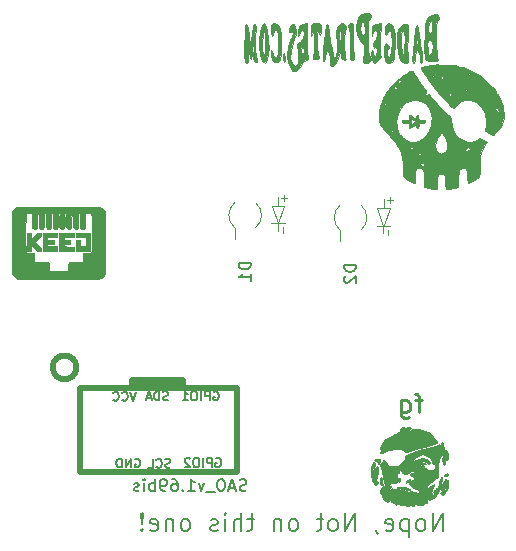
<source format=gbr>
%TF.GenerationSoftware,KiCad,Pcbnew,(5.1.10)-1*%
%TF.CreationDate,2021-09-01T23:06:20-05:00*%
%TF.ProjectId,Bsides-KC-2021-SAO-Village,42736964-6573-42d4-9b43-2d323032312d,rev?*%
%TF.SameCoordinates,Original*%
%TF.FileFunction,Legend,Bot*%
%TF.FilePolarity,Positive*%
%FSLAX46Y46*%
G04 Gerber Fmt 4.6, Leading zero omitted, Abs format (unit mm)*
G04 Created by KiCad (PCBNEW (5.1.10)-1) date 2021-09-01 23:06:20*
%MOMM*%
%LPD*%
G01*
G04 APERTURE LIST*
%ADD10C,0.150000*%
%ADD11C,0.120000*%
%ADD12C,0.010000*%
%ADD13C,0.500000*%
%ADD14C,0.250000*%
G04 APERTURE END LIST*
D10*
X120400000Y-100678571D02*
X120400000Y-99178571D01*
X119542857Y-100678571D01*
X119542857Y-99178571D01*
X118614285Y-100678571D02*
X118757142Y-100607142D01*
X118828571Y-100535714D01*
X118900000Y-100392857D01*
X118900000Y-99964285D01*
X118828571Y-99821428D01*
X118757142Y-99750000D01*
X118614285Y-99678571D01*
X118400000Y-99678571D01*
X118257142Y-99750000D01*
X118185714Y-99821428D01*
X118114285Y-99964285D01*
X118114285Y-100392857D01*
X118185714Y-100535714D01*
X118257142Y-100607142D01*
X118400000Y-100678571D01*
X118614285Y-100678571D01*
X117471428Y-99678571D02*
X117471428Y-101178571D01*
X117471428Y-99750000D02*
X117328571Y-99678571D01*
X117042857Y-99678571D01*
X116900000Y-99750000D01*
X116828571Y-99821428D01*
X116757142Y-99964285D01*
X116757142Y-100392857D01*
X116828571Y-100535714D01*
X116900000Y-100607142D01*
X117042857Y-100678571D01*
X117328571Y-100678571D01*
X117471428Y-100607142D01*
X115542857Y-100607142D02*
X115685714Y-100678571D01*
X115971428Y-100678571D01*
X116114285Y-100607142D01*
X116185714Y-100464285D01*
X116185714Y-99892857D01*
X116114285Y-99750000D01*
X115971428Y-99678571D01*
X115685714Y-99678571D01*
X115542857Y-99750000D01*
X115471428Y-99892857D01*
X115471428Y-100035714D01*
X116185714Y-100178571D01*
X114757142Y-100607142D02*
X114757142Y-100678571D01*
X114828571Y-100821428D01*
X114899999Y-100892857D01*
X112971428Y-100678571D02*
X112971428Y-99178571D01*
X112114285Y-100678571D01*
X112114285Y-99178571D01*
X111185714Y-100678571D02*
X111328571Y-100607142D01*
X111400000Y-100535714D01*
X111471428Y-100392857D01*
X111471428Y-99964285D01*
X111400000Y-99821428D01*
X111328571Y-99750000D01*
X111185714Y-99678571D01*
X110971428Y-99678571D01*
X110828571Y-99750000D01*
X110757142Y-99821428D01*
X110685714Y-99964285D01*
X110685714Y-100392857D01*
X110757142Y-100535714D01*
X110828571Y-100607142D01*
X110971428Y-100678571D01*
X111185714Y-100678571D01*
X110257142Y-99678571D02*
X109685714Y-99678571D01*
X110042857Y-99178571D02*
X110042857Y-100464285D01*
X109971428Y-100607142D01*
X109828571Y-100678571D01*
X109685714Y-100678571D01*
X107828571Y-100678571D02*
X107971428Y-100607142D01*
X108042857Y-100535714D01*
X108114285Y-100392857D01*
X108114285Y-99964285D01*
X108042857Y-99821428D01*
X107971428Y-99750000D01*
X107828571Y-99678571D01*
X107614285Y-99678571D01*
X107471428Y-99750000D01*
X107400000Y-99821428D01*
X107328571Y-99964285D01*
X107328571Y-100392857D01*
X107400000Y-100535714D01*
X107471428Y-100607142D01*
X107614285Y-100678571D01*
X107828571Y-100678571D01*
X106685714Y-99678571D02*
X106685714Y-100678571D01*
X106685714Y-99821428D02*
X106614285Y-99750000D01*
X106471428Y-99678571D01*
X106257142Y-99678571D01*
X106114285Y-99750000D01*
X106042857Y-99892857D01*
X106042857Y-100678571D01*
X104400000Y-99678571D02*
X103828571Y-99678571D01*
X104185714Y-99178571D02*
X104185714Y-100464285D01*
X104114285Y-100607142D01*
X103971428Y-100678571D01*
X103828571Y-100678571D01*
X103328571Y-100678571D02*
X103328571Y-99178571D01*
X102685714Y-100678571D02*
X102685714Y-99892857D01*
X102757142Y-99750000D01*
X102900000Y-99678571D01*
X103114285Y-99678571D01*
X103257142Y-99750000D01*
X103328571Y-99821428D01*
X101971428Y-100678571D02*
X101971428Y-99678571D01*
X101971428Y-99178571D02*
X102042857Y-99250000D01*
X101971428Y-99321428D01*
X101900000Y-99250000D01*
X101971428Y-99178571D01*
X101971428Y-99321428D01*
X101328571Y-100607142D02*
X101185714Y-100678571D01*
X100900000Y-100678571D01*
X100757142Y-100607142D01*
X100685714Y-100464285D01*
X100685714Y-100392857D01*
X100757142Y-100250000D01*
X100900000Y-100178571D01*
X101114285Y-100178571D01*
X101257142Y-100107142D01*
X101328571Y-99964285D01*
X101328571Y-99892857D01*
X101257142Y-99750000D01*
X101114285Y-99678571D01*
X100900000Y-99678571D01*
X100757142Y-99750000D01*
X98685714Y-100678571D02*
X98828571Y-100607142D01*
X98900000Y-100535714D01*
X98971428Y-100392857D01*
X98971428Y-99964285D01*
X98900000Y-99821428D01*
X98828571Y-99750000D01*
X98685714Y-99678571D01*
X98471428Y-99678571D01*
X98328571Y-99750000D01*
X98257142Y-99821428D01*
X98185714Y-99964285D01*
X98185714Y-100392857D01*
X98257142Y-100535714D01*
X98328571Y-100607142D01*
X98471428Y-100678571D01*
X98685714Y-100678571D01*
X97542857Y-99678571D02*
X97542857Y-100678571D01*
X97542857Y-99821428D02*
X97471428Y-99750000D01*
X97328571Y-99678571D01*
X97114285Y-99678571D01*
X96971428Y-99750000D01*
X96900000Y-99892857D01*
X96900000Y-100678571D01*
X95614285Y-100607142D02*
X95757142Y-100678571D01*
X96042857Y-100678571D01*
X96185714Y-100607142D01*
X96257142Y-100464285D01*
X96257142Y-99892857D01*
X96185714Y-99750000D01*
X96042857Y-99678571D01*
X95757142Y-99678571D01*
X95614285Y-99750000D01*
X95542857Y-99892857D01*
X95542857Y-100035714D01*
X96257142Y-100178571D01*
X94900000Y-100535714D02*
X94828571Y-100607142D01*
X94900000Y-100678571D01*
X94971428Y-100607142D01*
X94900000Y-100535714D01*
X94900000Y-100678571D01*
X94900000Y-100107142D02*
X94971428Y-99250000D01*
X94900000Y-99178571D01*
X94828571Y-99250000D01*
X94900000Y-100107142D01*
X94900000Y-99178571D01*
D11*
%TO.C,D2*%
X115355340Y-73296780D02*
X115355340Y-72585580D01*
X115329940Y-74820780D02*
X115329940Y-75430380D01*
X115939540Y-74820780D02*
X114771140Y-74820780D01*
X116117340Y-72636380D02*
X115609340Y-72636380D01*
X115863340Y-72890380D02*
X115863340Y-72407780D01*
X115329940Y-74820780D02*
X114821940Y-73322180D01*
X115888740Y-73322180D02*
X115355340Y-74795380D01*
X114821940Y-73322180D02*
X115888740Y-73322180D01*
X111661340Y-76134980D02*
X111661340Y-75184980D01*
X115763340Y-75633580D02*
X115763340Y-75150980D01*
X111683575Y-73066322D02*
G75*
G03*
X111661340Y-75184980I877765J-1068658D01*
G01*
X113439105Y-75203638D02*
G75*
G03*
X113461340Y-73084980I-877765J1068658D01*
G01*
%TO.C,D1*%
X106433620Y-73096120D02*
X106433620Y-72384920D01*
X106408220Y-74620120D02*
X106408220Y-75229720D01*
X107017820Y-74620120D02*
X105849420Y-74620120D01*
X107195620Y-72435720D02*
X106687620Y-72435720D01*
X106941620Y-72689720D02*
X106941620Y-72207120D01*
X106408220Y-74620120D02*
X105900220Y-73121520D01*
X106967020Y-73121520D02*
X106433620Y-74594720D01*
X105900220Y-73121520D02*
X106967020Y-73121520D01*
X102739620Y-75934320D02*
X102739620Y-74984320D01*
X106841620Y-75432920D02*
X106841620Y-74950320D01*
X102761855Y-72865662D02*
G75*
G03*
X102739620Y-74984320I877765J-1068658D01*
G01*
X104517385Y-75002978D02*
G75*
G03*
X104539620Y-72884320I-877765J1068658D01*
G01*
D12*
%TO.C,G\u002A\u002A\u002A*%
G36*
X118640983Y-95025947D02*
G01*
X118635050Y-95050800D01*
X118642031Y-95076962D01*
X118663682Y-95086615D01*
X118690472Y-95082002D01*
X118699966Y-95070740D01*
X118702793Y-95039299D01*
X118687578Y-95018793D01*
X118663682Y-95014984D01*
X118640983Y-95025947D01*
G37*
X118640983Y-95025947D02*
X118635050Y-95050800D01*
X118642031Y-95076962D01*
X118663682Y-95086615D01*
X118690472Y-95082002D01*
X118699966Y-95070740D01*
X118702793Y-95039299D01*
X118687578Y-95018793D01*
X118663682Y-95014984D01*
X118640983Y-95025947D01*
G36*
X116655086Y-96912317D02*
G01*
X116587105Y-96916819D01*
X116536756Y-96925492D01*
X116517325Y-96932585D01*
X116496474Y-96950864D01*
X116499237Y-96971275D01*
X116523965Y-96993319D01*
X116569008Y-97016495D01*
X116632718Y-97040301D01*
X116713445Y-97064239D01*
X116809540Y-97087807D01*
X116919354Y-97110504D01*
X117041237Y-97131831D01*
X117173541Y-97151286D01*
X117282500Y-97164794D01*
X117373781Y-97174707D01*
X117442908Y-97180881D01*
X117492842Y-97183366D01*
X117526544Y-97182212D01*
X117546976Y-97177470D01*
X117556944Y-97169446D01*
X117555019Y-97150368D01*
X117532446Y-97125388D01*
X117492743Y-97096413D01*
X117439433Y-97065351D01*
X117376034Y-97034107D01*
X117306068Y-97004591D01*
X117233054Y-96978708D01*
X117172994Y-96961436D01*
X117096814Y-96945209D01*
X117010383Y-96931925D01*
X116918347Y-96921789D01*
X116825354Y-96915006D01*
X116736051Y-96911781D01*
X116655086Y-96912317D01*
G37*
X116655086Y-96912317D02*
X116587105Y-96916819D01*
X116536756Y-96925492D01*
X116517325Y-96932585D01*
X116496474Y-96950864D01*
X116499237Y-96971275D01*
X116523965Y-96993319D01*
X116569008Y-97016495D01*
X116632718Y-97040301D01*
X116713445Y-97064239D01*
X116809540Y-97087807D01*
X116919354Y-97110504D01*
X117041237Y-97131831D01*
X117173541Y-97151286D01*
X117282500Y-97164794D01*
X117373781Y-97174707D01*
X117442908Y-97180881D01*
X117492842Y-97183366D01*
X117526544Y-97182212D01*
X117546976Y-97177470D01*
X117556944Y-97169446D01*
X117555019Y-97150368D01*
X117532446Y-97125388D01*
X117492743Y-97096413D01*
X117439433Y-97065351D01*
X117376034Y-97034107D01*
X117306068Y-97004591D01*
X117233054Y-96978708D01*
X117172994Y-96961436D01*
X117096814Y-96945209D01*
X117010383Y-96931925D01*
X116918347Y-96921789D01*
X116825354Y-96915006D01*
X116736051Y-96911781D01*
X116655086Y-96912317D01*
G36*
X116974832Y-91847436D02*
G01*
X116935105Y-91873378D01*
X116891881Y-91910620D01*
X116849784Y-91954258D01*
X116813439Y-91999389D01*
X116787472Y-92041107D01*
X116776507Y-92074510D01*
X116776696Y-92081312D01*
X116787425Y-92106079D01*
X116811171Y-92112024D01*
X116849898Y-92099363D01*
X116866265Y-92091158D01*
X116901212Y-92068634D01*
X116942459Y-92036198D01*
X116985277Y-91998373D01*
X117024933Y-91959682D01*
X117056698Y-91924647D01*
X117075841Y-91897792D01*
X117079300Y-91887490D01*
X117067985Y-91862356D01*
X117039531Y-91843917D01*
X117006437Y-91837700D01*
X116974832Y-91847436D01*
G37*
X116974832Y-91847436D02*
X116935105Y-91873378D01*
X116891881Y-91910620D01*
X116849784Y-91954258D01*
X116813439Y-91999389D01*
X116787472Y-92041107D01*
X116776507Y-92074510D01*
X116776696Y-92081312D01*
X116787425Y-92106079D01*
X116811171Y-92112024D01*
X116849898Y-92099363D01*
X116866265Y-92091158D01*
X116901212Y-92068634D01*
X116942459Y-92036198D01*
X116985277Y-91998373D01*
X117024933Y-91959682D01*
X117056698Y-91924647D01*
X117075841Y-91897792D01*
X117079300Y-91887490D01*
X117067985Y-91862356D01*
X117039531Y-91843917D01*
X117006437Y-91837700D01*
X116974832Y-91847436D01*
G36*
X117360791Y-91877771D02*
G01*
X117336300Y-91884226D01*
X117309159Y-91896966D01*
X117275178Y-91917730D01*
X117230162Y-91948256D01*
X117169920Y-91990281D01*
X117138571Y-92012126D01*
X117098882Y-92037852D01*
X117041475Y-92072545D01*
X116971155Y-92113428D01*
X116892726Y-92157727D01*
X116810992Y-92202664D01*
X116778543Y-92220146D01*
X116686166Y-92269853D01*
X116585085Y-92324669D01*
X116482891Y-92380449D01*
X116387177Y-92433050D01*
X116305533Y-92478324D01*
X116298250Y-92482393D01*
X116163951Y-92556601D01*
X116033148Y-92627204D01*
X115909259Y-92692434D01*
X115795703Y-92750526D01*
X115695899Y-92799712D01*
X115613264Y-92838227D01*
X115588982Y-92848880D01*
X115531569Y-92876371D01*
X115475849Y-92907858D01*
X115431182Y-92937899D01*
X115419541Y-92947374D01*
X115387148Y-92977966D01*
X115371271Y-93000416D01*
X115367927Y-93021581D01*
X115369618Y-93033364D01*
X115370473Y-93055663D01*
X115361893Y-93080168D01*
X115341047Y-93112691D01*
X115313355Y-93148733D01*
X115245918Y-93236822D01*
X115195723Y-93310537D01*
X115161167Y-93372536D01*
X115140648Y-93425476D01*
X115136576Y-93441923D01*
X115121891Y-93492318D01*
X115101043Y-93542089D01*
X115092092Y-93558550D01*
X115060406Y-93611375D01*
X115040233Y-93646920D01*
X115029790Y-93669541D01*
X115027290Y-93683599D01*
X115030949Y-93693452D01*
X115034792Y-93698480D01*
X115055944Y-93710384D01*
X115090850Y-93718598D01*
X115102265Y-93719793D01*
X115135823Y-93723914D01*
X115150731Y-93732829D01*
X115153738Y-93751224D01*
X115153564Y-93755400D01*
X115147856Y-93781808D01*
X115134236Y-93823351D01*
X115115373Y-93872072D01*
X115110452Y-93883742D01*
X115086339Y-93947390D01*
X115077148Y-93994640D01*
X115083269Y-94029923D01*
X115105087Y-94057671D01*
X115127016Y-94073246D01*
X115173103Y-94094003D01*
X115215315Y-94093799D01*
X115256850Y-94076709D01*
X115287994Y-94057661D01*
X115328723Y-94029905D01*
X115359174Y-94007693D01*
X115453350Y-93948170D01*
X115568615Y-93894327D01*
X115701145Y-93846885D01*
X115847116Y-93806566D01*
X116002707Y-93774091D01*
X116164093Y-93750181D01*
X116327452Y-93735559D01*
X116488960Y-93730945D01*
X116644794Y-93737062D01*
X116740359Y-93747018D01*
X116836017Y-93762488D01*
X116913006Y-93782228D01*
X116978009Y-93808988D01*
X117037712Y-93845512D01*
X117098350Y-93894158D01*
X117152650Y-93939986D01*
X117195394Y-93970254D01*
X117232715Y-93987630D01*
X117270744Y-93994783D01*
X117315612Y-93994383D01*
X117326727Y-93993569D01*
X117365279Y-93988043D01*
X117410771Y-93976407D01*
X117467320Y-93957291D01*
X117539043Y-93929326D01*
X117613288Y-93898313D01*
X117685110Y-93868181D01*
X117755142Y-93839920D01*
X117825508Y-93812881D01*
X117898334Y-93786416D01*
X117975745Y-93759877D01*
X118059867Y-93732616D01*
X118152826Y-93703986D01*
X118256745Y-93673337D01*
X118373752Y-93640021D01*
X118505972Y-93603392D01*
X118655529Y-93562800D01*
X118824550Y-93517598D01*
X119015160Y-93467137D01*
X119104950Y-93443487D01*
X119259646Y-93402201D01*
X119401954Y-93363046D01*
X119530308Y-93326507D01*
X119643138Y-93293071D01*
X119738876Y-93263226D01*
X119815953Y-93237458D01*
X119872801Y-93216254D01*
X119907851Y-93200101D01*
X119919319Y-93190741D01*
X119917689Y-93162554D01*
X119898143Y-93118361D01*
X119861483Y-93059320D01*
X119808514Y-92986593D01*
X119740040Y-92901338D01*
X119656866Y-92804715D01*
X119633480Y-92778485D01*
X119579174Y-92716606D01*
X119522902Y-92650163D01*
X119470705Y-92586427D01*
X119428624Y-92532674D01*
X119422379Y-92524335D01*
X119374497Y-92463484D01*
X119330267Y-92417059D01*
X119281419Y-92377060D01*
X119242258Y-92350046D01*
X119185186Y-92312889D01*
X119143815Y-92287602D01*
X119112749Y-92271909D01*
X119086593Y-92263534D01*
X119059950Y-92260202D01*
X119027909Y-92259637D01*
X119004083Y-92258973D01*
X118980548Y-92256080D01*
X118953824Y-92249716D01*
X118920431Y-92238639D01*
X118876888Y-92221607D01*
X118819713Y-92197378D01*
X118745427Y-92164710D01*
X118679500Y-92135315D01*
X118632630Y-92115061D01*
X118593864Y-92100970D01*
X118556004Y-92091521D01*
X118511850Y-92085193D01*
X118454206Y-92080467D01*
X118405926Y-92077523D01*
X118329932Y-92072102D01*
X118250189Y-92064665D01*
X118176870Y-92056251D01*
X118126526Y-92048994D01*
X118024954Y-92032949D01*
X117944468Y-92022963D01*
X117881387Y-92019456D01*
X117832030Y-92022849D01*
X117792717Y-92033562D01*
X117759766Y-92052016D01*
X117729498Y-92078631D01*
X117713270Y-92096206D01*
X117676204Y-92131770D01*
X117632599Y-92163755D01*
X117586925Y-92190199D01*
X117543657Y-92209142D01*
X117507265Y-92218623D01*
X117482222Y-92216681D01*
X117473000Y-92201555D01*
X117481849Y-92175584D01*
X117504286Y-92141092D01*
X117534148Y-92105527D01*
X117565273Y-92076339D01*
X117588510Y-92061955D01*
X117618175Y-92042514D01*
X117625400Y-92020424D01*
X117633166Y-91995237D01*
X117644450Y-91985507D01*
X117660206Y-91968263D01*
X117663500Y-91952724D01*
X117651282Y-91924179D01*
X117614805Y-91902341D01*
X117554334Y-91887306D01*
X117470136Y-91879171D01*
X117460300Y-91878736D01*
X117418599Y-91876764D01*
X117386827Y-91875863D01*
X117360791Y-91877771D01*
G37*
X117360791Y-91877771D02*
X117336300Y-91884226D01*
X117309159Y-91896966D01*
X117275178Y-91917730D01*
X117230162Y-91948256D01*
X117169920Y-91990281D01*
X117138571Y-92012126D01*
X117098882Y-92037852D01*
X117041475Y-92072545D01*
X116971155Y-92113428D01*
X116892726Y-92157727D01*
X116810992Y-92202664D01*
X116778543Y-92220146D01*
X116686166Y-92269853D01*
X116585085Y-92324669D01*
X116482891Y-92380449D01*
X116387177Y-92433050D01*
X116305533Y-92478324D01*
X116298250Y-92482393D01*
X116163951Y-92556601D01*
X116033148Y-92627204D01*
X115909259Y-92692434D01*
X115795703Y-92750526D01*
X115695899Y-92799712D01*
X115613264Y-92838227D01*
X115588982Y-92848880D01*
X115531569Y-92876371D01*
X115475849Y-92907858D01*
X115431182Y-92937899D01*
X115419541Y-92947374D01*
X115387148Y-92977966D01*
X115371271Y-93000416D01*
X115367927Y-93021581D01*
X115369618Y-93033364D01*
X115370473Y-93055663D01*
X115361893Y-93080168D01*
X115341047Y-93112691D01*
X115313355Y-93148733D01*
X115245918Y-93236822D01*
X115195723Y-93310537D01*
X115161167Y-93372536D01*
X115140648Y-93425476D01*
X115136576Y-93441923D01*
X115121891Y-93492318D01*
X115101043Y-93542089D01*
X115092092Y-93558550D01*
X115060406Y-93611375D01*
X115040233Y-93646920D01*
X115029790Y-93669541D01*
X115027290Y-93683599D01*
X115030949Y-93693452D01*
X115034792Y-93698480D01*
X115055944Y-93710384D01*
X115090850Y-93718598D01*
X115102265Y-93719793D01*
X115135823Y-93723914D01*
X115150731Y-93732829D01*
X115153738Y-93751224D01*
X115153564Y-93755400D01*
X115147856Y-93781808D01*
X115134236Y-93823351D01*
X115115373Y-93872072D01*
X115110452Y-93883742D01*
X115086339Y-93947390D01*
X115077148Y-93994640D01*
X115083269Y-94029923D01*
X115105087Y-94057671D01*
X115127016Y-94073246D01*
X115173103Y-94094003D01*
X115215315Y-94093799D01*
X115256850Y-94076709D01*
X115287994Y-94057661D01*
X115328723Y-94029905D01*
X115359174Y-94007693D01*
X115453350Y-93948170D01*
X115568615Y-93894327D01*
X115701145Y-93846885D01*
X115847116Y-93806566D01*
X116002707Y-93774091D01*
X116164093Y-93750181D01*
X116327452Y-93735559D01*
X116488960Y-93730945D01*
X116644794Y-93737062D01*
X116740359Y-93747018D01*
X116836017Y-93762488D01*
X116913006Y-93782228D01*
X116978009Y-93808988D01*
X117037712Y-93845512D01*
X117098350Y-93894158D01*
X117152650Y-93939986D01*
X117195394Y-93970254D01*
X117232715Y-93987630D01*
X117270744Y-93994783D01*
X117315612Y-93994383D01*
X117326727Y-93993569D01*
X117365279Y-93988043D01*
X117410771Y-93976407D01*
X117467320Y-93957291D01*
X117539043Y-93929326D01*
X117613288Y-93898313D01*
X117685110Y-93868181D01*
X117755142Y-93839920D01*
X117825508Y-93812881D01*
X117898334Y-93786416D01*
X117975745Y-93759877D01*
X118059867Y-93732616D01*
X118152826Y-93703986D01*
X118256745Y-93673337D01*
X118373752Y-93640021D01*
X118505972Y-93603392D01*
X118655529Y-93562800D01*
X118824550Y-93517598D01*
X119015160Y-93467137D01*
X119104950Y-93443487D01*
X119259646Y-93402201D01*
X119401954Y-93363046D01*
X119530308Y-93326507D01*
X119643138Y-93293071D01*
X119738876Y-93263226D01*
X119815953Y-93237458D01*
X119872801Y-93216254D01*
X119907851Y-93200101D01*
X119919319Y-93190741D01*
X119917689Y-93162554D01*
X119898143Y-93118361D01*
X119861483Y-93059320D01*
X119808514Y-92986593D01*
X119740040Y-92901338D01*
X119656866Y-92804715D01*
X119633480Y-92778485D01*
X119579174Y-92716606D01*
X119522902Y-92650163D01*
X119470705Y-92586427D01*
X119428624Y-92532674D01*
X119422379Y-92524335D01*
X119374497Y-92463484D01*
X119330267Y-92417059D01*
X119281419Y-92377060D01*
X119242258Y-92350046D01*
X119185186Y-92312889D01*
X119143815Y-92287602D01*
X119112749Y-92271909D01*
X119086593Y-92263534D01*
X119059950Y-92260202D01*
X119027909Y-92259637D01*
X119004083Y-92258973D01*
X118980548Y-92256080D01*
X118953824Y-92249716D01*
X118920431Y-92238639D01*
X118876888Y-92221607D01*
X118819713Y-92197378D01*
X118745427Y-92164710D01*
X118679500Y-92135315D01*
X118632630Y-92115061D01*
X118593864Y-92100970D01*
X118556004Y-92091521D01*
X118511850Y-92085193D01*
X118454206Y-92080467D01*
X118405926Y-92077523D01*
X118329932Y-92072102D01*
X118250189Y-92064665D01*
X118176870Y-92056251D01*
X118126526Y-92048994D01*
X118024954Y-92032949D01*
X117944468Y-92022963D01*
X117881387Y-92019456D01*
X117832030Y-92022849D01*
X117792717Y-92033562D01*
X117759766Y-92052016D01*
X117729498Y-92078631D01*
X117713270Y-92096206D01*
X117676204Y-92131770D01*
X117632599Y-92163755D01*
X117586925Y-92190199D01*
X117543657Y-92209142D01*
X117507265Y-92218623D01*
X117482222Y-92216681D01*
X117473000Y-92201555D01*
X117481849Y-92175584D01*
X117504286Y-92141092D01*
X117534148Y-92105527D01*
X117565273Y-92076339D01*
X117588510Y-92061955D01*
X117618175Y-92042514D01*
X117625400Y-92020424D01*
X117633166Y-91995237D01*
X117644450Y-91985507D01*
X117660206Y-91968263D01*
X117663500Y-91952724D01*
X117651282Y-91924179D01*
X117614805Y-91902341D01*
X117554334Y-91887306D01*
X117470136Y-91879171D01*
X117460300Y-91878736D01*
X117418599Y-91876764D01*
X117386827Y-91875863D01*
X117360791Y-91877771D01*
G36*
X114641078Y-94554680D02*
G01*
X114616812Y-94580020D01*
X114609608Y-94590198D01*
X114584308Y-94635448D01*
X114578322Y-94671351D01*
X114593095Y-94700337D01*
X114630075Y-94724838D01*
X114690706Y-94747283D01*
X114705695Y-94751710D01*
X114751299Y-94767754D01*
X114787623Y-94789285D01*
X114819880Y-94821115D01*
X114853281Y-94868056D01*
X114880456Y-94913033D01*
X114912640Y-94962969D01*
X114938894Y-94990090D01*
X114961480Y-94995623D01*
X114982660Y-94980797D01*
X114989390Y-94972123D01*
X115011356Y-94929825D01*
X115032014Y-94870359D01*
X115049241Y-94801941D01*
X115060915Y-94732791D01*
X115064878Y-94679954D01*
X115064558Y-94631128D01*
X115060583Y-94600888D01*
X115051450Y-94582509D01*
X115040950Y-94572930D01*
X115011354Y-94561187D01*
X114990150Y-94561835D01*
X114921348Y-94575046D01*
X114847606Y-94577518D01*
X114780731Y-94569166D01*
X114760610Y-94563494D01*
X114706612Y-94547543D01*
X114668889Y-94544230D01*
X114641078Y-94554680D01*
G37*
X114641078Y-94554680D02*
X114616812Y-94580020D01*
X114609608Y-94590198D01*
X114584308Y-94635448D01*
X114578322Y-94671351D01*
X114593095Y-94700337D01*
X114630075Y-94724838D01*
X114690706Y-94747283D01*
X114705695Y-94751710D01*
X114751299Y-94767754D01*
X114787623Y-94789285D01*
X114819880Y-94821115D01*
X114853281Y-94868056D01*
X114880456Y-94913033D01*
X114912640Y-94962969D01*
X114938894Y-94990090D01*
X114961480Y-94995623D01*
X114982660Y-94980797D01*
X114989390Y-94972123D01*
X115011356Y-94929825D01*
X115032014Y-94870359D01*
X115049241Y-94801941D01*
X115060915Y-94732791D01*
X115064878Y-94679954D01*
X115064558Y-94631128D01*
X115060583Y-94600888D01*
X115051450Y-94582509D01*
X115040950Y-94572930D01*
X115011354Y-94561187D01*
X114990150Y-94561835D01*
X114921348Y-94575046D01*
X114847606Y-94577518D01*
X114780731Y-94569166D01*
X114760610Y-94563494D01*
X114706612Y-94547543D01*
X114668889Y-94544230D01*
X114641078Y-94554680D01*
G36*
X120648997Y-95809841D02*
G01*
X120598307Y-95835326D01*
X120552019Y-95870947D01*
X120521456Y-95907312D01*
X120504791Y-95937437D01*
X120501624Y-95958721D01*
X120510793Y-95983066D01*
X120513531Y-95988435D01*
X120540220Y-96024410D01*
X120574514Y-96039861D01*
X120619824Y-96035439D01*
X120667050Y-96017684D01*
X120720856Y-95988029D01*
X120764119Y-95954363D01*
X120792121Y-95920992D01*
X120800400Y-95895952D01*
X120789276Y-95861192D01*
X120761259Y-95828860D01*
X120724385Y-95806265D01*
X120695009Y-95800100D01*
X120648997Y-95809841D01*
G37*
X120648997Y-95809841D02*
X120598307Y-95835326D01*
X120552019Y-95870947D01*
X120521456Y-95907312D01*
X120504791Y-95937437D01*
X120501624Y-95958721D01*
X120510793Y-95983066D01*
X120513531Y-95988435D01*
X120540220Y-96024410D01*
X120574514Y-96039861D01*
X120619824Y-96035439D01*
X120667050Y-96017684D01*
X120720856Y-95988029D01*
X120764119Y-95954363D01*
X120792121Y-95920992D01*
X120800400Y-95895952D01*
X120789276Y-95861192D01*
X120761259Y-95828860D01*
X120724385Y-95806265D01*
X120695009Y-95800100D01*
X120648997Y-95809841D01*
G36*
X114476465Y-94833900D02*
G01*
X114451868Y-94866704D01*
X114423877Y-94917170D01*
X114394055Y-94981853D01*
X114363967Y-95057309D01*
X114335175Y-95140096D01*
X114309245Y-95226768D01*
X114304726Y-95243559D01*
X114268617Y-95427521D01*
X114254215Y-95620553D01*
X114261252Y-95818985D01*
X114289460Y-96019150D01*
X114338572Y-96217377D01*
X114385761Y-96354354D01*
X114420981Y-96435703D01*
X114462345Y-96515594D01*
X114507415Y-96590651D01*
X114553758Y-96657494D01*
X114598937Y-96712746D01*
X114640517Y-96753029D01*
X114676062Y-96774965D01*
X114691216Y-96778000D01*
X114716876Y-96770472D01*
X114745148Y-96753243D01*
X114774378Y-96723820D01*
X114807534Y-96681064D01*
X114839108Y-96633229D01*
X114863593Y-96588568D01*
X114874802Y-96558908D01*
X114876166Y-96534250D01*
X114865748Y-96509329D01*
X114840105Y-96476595D01*
X114834251Y-96470008D01*
X114781647Y-96409900D01*
X114745561Y-96363114D01*
X114724575Y-96324987D01*
X114717270Y-96290857D01*
X114722226Y-96256062D01*
X114738025Y-96215941D01*
X114749678Y-96192167D01*
X114767548Y-96149420D01*
X114786533Y-96092046D01*
X114803300Y-96030429D01*
X114807623Y-96011648D01*
X114821831Y-95952706D01*
X114837701Y-95896406D01*
X114852493Y-95852208D01*
X114857002Y-95841135D01*
X114879761Y-95772831D01*
X114896255Y-95689341D01*
X114906006Y-95598287D01*
X114908539Y-95507289D01*
X114903377Y-95423968D01*
X114890042Y-95355944D01*
X114887802Y-95348971D01*
X114869255Y-95302615D01*
X114846171Y-95256443D01*
X114822075Y-95216333D01*
X114800489Y-95188162D01*
X114785184Y-95177800D01*
X114761694Y-95189193D01*
X114732177Y-95220821D01*
X114698739Y-95268855D01*
X114663487Y-95329467D01*
X114628525Y-95398829D01*
X114595961Y-95473112D01*
X114567900Y-95548489D01*
X114551131Y-95603239D01*
X114530973Y-95720713D01*
X114534414Y-95841625D01*
X114561545Y-95968611D01*
X114564366Y-95977900D01*
X114582014Y-96040186D01*
X114589465Y-96082004D01*
X114586664Y-96106172D01*
X114573553Y-96115511D01*
X114561644Y-96115308D01*
X114537930Y-96104685D01*
X114519208Y-96078559D01*
X114504422Y-96034183D01*
X114492518Y-95968805D01*
X114486419Y-95919262D01*
X114479289Y-95738084D01*
X114496471Y-95551299D01*
X114537795Y-95360084D01*
X114588686Y-95203200D01*
X114608258Y-95126248D01*
X114614579Y-95043030D01*
X114606974Y-94965567D01*
X114602994Y-94949144D01*
X114586895Y-94912247D01*
X114561477Y-94874576D01*
X114532541Y-94843020D01*
X114505889Y-94824469D01*
X114496102Y-94822200D01*
X114476465Y-94833900D01*
G37*
X114476465Y-94833900D02*
X114451868Y-94866704D01*
X114423877Y-94917170D01*
X114394055Y-94981853D01*
X114363967Y-95057309D01*
X114335175Y-95140096D01*
X114309245Y-95226768D01*
X114304726Y-95243559D01*
X114268617Y-95427521D01*
X114254215Y-95620553D01*
X114261252Y-95818985D01*
X114289460Y-96019150D01*
X114338572Y-96217377D01*
X114385761Y-96354354D01*
X114420981Y-96435703D01*
X114462345Y-96515594D01*
X114507415Y-96590651D01*
X114553758Y-96657494D01*
X114598937Y-96712746D01*
X114640517Y-96753029D01*
X114676062Y-96774965D01*
X114691216Y-96778000D01*
X114716876Y-96770472D01*
X114745148Y-96753243D01*
X114774378Y-96723820D01*
X114807534Y-96681064D01*
X114839108Y-96633229D01*
X114863593Y-96588568D01*
X114874802Y-96558908D01*
X114876166Y-96534250D01*
X114865748Y-96509329D01*
X114840105Y-96476595D01*
X114834251Y-96470008D01*
X114781647Y-96409900D01*
X114745561Y-96363114D01*
X114724575Y-96324987D01*
X114717270Y-96290857D01*
X114722226Y-96256062D01*
X114738025Y-96215941D01*
X114749678Y-96192167D01*
X114767548Y-96149420D01*
X114786533Y-96092046D01*
X114803300Y-96030429D01*
X114807623Y-96011648D01*
X114821831Y-95952706D01*
X114837701Y-95896406D01*
X114852493Y-95852208D01*
X114857002Y-95841135D01*
X114879761Y-95772831D01*
X114896255Y-95689341D01*
X114906006Y-95598287D01*
X114908539Y-95507289D01*
X114903377Y-95423968D01*
X114890042Y-95355944D01*
X114887802Y-95348971D01*
X114869255Y-95302615D01*
X114846171Y-95256443D01*
X114822075Y-95216333D01*
X114800489Y-95188162D01*
X114785184Y-95177800D01*
X114761694Y-95189193D01*
X114732177Y-95220821D01*
X114698739Y-95268855D01*
X114663487Y-95329467D01*
X114628525Y-95398829D01*
X114595961Y-95473112D01*
X114567900Y-95548489D01*
X114551131Y-95603239D01*
X114530973Y-95720713D01*
X114534414Y-95841625D01*
X114561545Y-95968611D01*
X114564366Y-95977900D01*
X114582014Y-96040186D01*
X114589465Y-96082004D01*
X114586664Y-96106172D01*
X114573553Y-96115511D01*
X114561644Y-96115308D01*
X114537930Y-96104685D01*
X114519208Y-96078559D01*
X114504422Y-96034183D01*
X114492518Y-95968805D01*
X114486419Y-95919262D01*
X114479289Y-95738084D01*
X114496471Y-95551299D01*
X114537795Y-95360084D01*
X114588686Y-95203200D01*
X114608258Y-95126248D01*
X114614579Y-95043030D01*
X114606974Y-94965567D01*
X114602994Y-94949144D01*
X114586895Y-94912247D01*
X114561477Y-94874576D01*
X114532541Y-94843020D01*
X114505889Y-94824469D01*
X114496102Y-94822200D01*
X114476465Y-94833900D01*
G36*
X115130307Y-96129349D02*
G01*
X115112063Y-96159553D01*
X115096887Y-96212268D01*
X115085131Y-96286555D01*
X115077145Y-96381477D01*
X115075997Y-96403592D01*
X115074575Y-96520607D01*
X115082027Y-96618303D01*
X115098122Y-96695306D01*
X115122632Y-96750241D01*
X115136802Y-96767855D01*
X115167274Y-96793934D01*
X115193497Y-96801374D01*
X115224735Y-96791037D01*
X115247325Y-96778139D01*
X115275315Y-96757614D01*
X115286454Y-96736044D01*
X115282276Y-96705896D01*
X115269132Y-96671007D01*
X115259975Y-96639079D01*
X115250496Y-96589330D01*
X115241976Y-96529293D01*
X115236994Y-96482131D01*
X115226039Y-96371276D01*
X115214884Y-96283875D01*
X115203176Y-96217984D01*
X115190557Y-96171658D01*
X115176675Y-96142952D01*
X115174599Y-96140214D01*
X115151269Y-96122590D01*
X115130307Y-96129349D01*
G37*
X115130307Y-96129349D02*
X115112063Y-96159553D01*
X115096887Y-96212268D01*
X115085131Y-96286555D01*
X115077145Y-96381477D01*
X115075997Y-96403592D01*
X115074575Y-96520607D01*
X115082027Y-96618303D01*
X115098122Y-96695306D01*
X115122632Y-96750241D01*
X115136802Y-96767855D01*
X115167274Y-96793934D01*
X115193497Y-96801374D01*
X115224735Y-96791037D01*
X115247325Y-96778139D01*
X115275315Y-96757614D01*
X115286454Y-96736044D01*
X115282276Y-96705896D01*
X115269132Y-96671007D01*
X115259975Y-96639079D01*
X115250496Y-96589330D01*
X115241976Y-96529293D01*
X115236994Y-96482131D01*
X115226039Y-96371276D01*
X115214884Y-96283875D01*
X115203176Y-96217984D01*
X115190557Y-96171658D01*
X115176675Y-96142952D01*
X115174599Y-96140214D01*
X115151269Y-96122590D01*
X115130307Y-96129349D01*
G36*
X120577636Y-96292120D02*
G01*
X120563247Y-96301398D01*
X120540875Y-96326407D01*
X120522133Y-96362245D01*
X120520169Y-96367770D01*
X120503411Y-96405944D01*
X120478107Y-96450542D01*
X120463491Y-96472506D01*
X120421945Y-96538351D01*
X120375616Y-96625224D01*
X120326238Y-96729603D01*
X120275547Y-96847967D01*
X120262273Y-96880834D01*
X120226677Y-96980224D01*
X120206917Y-97060645D01*
X120202879Y-97122898D01*
X120214447Y-97167782D01*
X120220148Y-97176911D01*
X120246694Y-97194766D01*
X120288494Y-97204267D01*
X120336563Y-97204648D01*
X120381914Y-97195143D01*
X120391027Y-97191473D01*
X120442650Y-97159370D01*
X120497905Y-97110550D01*
X120550476Y-97051663D01*
X120594046Y-96989363D01*
X120609155Y-96961739D01*
X120631976Y-96909158D01*
X120647518Y-96855760D01*
X120658365Y-96791554D01*
X120662481Y-96755726D01*
X120668110Y-96668255D01*
X120667694Y-96579625D01*
X120661800Y-96494885D01*
X120650995Y-96419086D01*
X120635844Y-96357278D01*
X120616915Y-96314510D01*
X120612257Y-96308105D01*
X120594335Y-96290437D01*
X120577636Y-96292120D01*
G37*
X120577636Y-96292120D02*
X120563247Y-96301398D01*
X120540875Y-96326407D01*
X120522133Y-96362245D01*
X120520169Y-96367770D01*
X120503411Y-96405944D01*
X120478107Y-96450542D01*
X120463491Y-96472506D01*
X120421945Y-96538351D01*
X120375616Y-96625224D01*
X120326238Y-96729603D01*
X120275547Y-96847967D01*
X120262273Y-96880834D01*
X120226677Y-96980224D01*
X120206917Y-97060645D01*
X120202879Y-97122898D01*
X120214447Y-97167782D01*
X120220148Y-97176911D01*
X120246694Y-97194766D01*
X120288494Y-97204267D01*
X120336563Y-97204648D01*
X120381914Y-97195143D01*
X120391027Y-97191473D01*
X120442650Y-97159370D01*
X120497905Y-97110550D01*
X120550476Y-97051663D01*
X120594046Y-96989363D01*
X120609155Y-96961739D01*
X120631976Y-96909158D01*
X120647518Y-96855760D01*
X120658365Y-96791554D01*
X120662481Y-96755726D01*
X120668110Y-96668255D01*
X120667694Y-96579625D01*
X120661800Y-96494885D01*
X120650995Y-96419086D01*
X120635844Y-96357278D01*
X120616915Y-96314510D01*
X120612257Y-96308105D01*
X120594335Y-96290437D01*
X120577636Y-96292120D01*
G36*
X120739806Y-96330056D02*
G01*
X120730509Y-96343025D01*
X120727499Y-96361640D01*
X120724006Y-96401783D01*
X120720263Y-96459592D01*
X120716505Y-96531206D01*
X120712965Y-96612763D01*
X120711083Y-96663700D01*
X120707479Y-96751642D01*
X120703048Y-96834085D01*
X120698110Y-96906625D01*
X120692983Y-96964861D01*
X120687987Y-97004391D01*
X120685550Y-97016078D01*
X120661553Y-97073196D01*
X120621989Y-97125688D01*
X120564713Y-97175249D01*
X120487585Y-97223574D01*
X120388460Y-97272355D01*
X120329355Y-97297705D01*
X120262370Y-97327970D01*
X120217068Y-97355445D01*
X120190323Y-97382775D01*
X120179007Y-97412610D01*
X120178100Y-97425752D01*
X120188596Y-97463255D01*
X120215852Y-97504610D01*
X120253519Y-97543588D01*
X120295248Y-97573956D01*
X120334692Y-97589484D01*
X120345745Y-97590302D01*
X120368334Y-97585076D01*
X120399799Y-97573172D01*
X120400350Y-97572928D01*
X120442960Y-97545372D01*
X120492814Y-97499119D01*
X120546461Y-97438514D01*
X120600451Y-97367897D01*
X120651334Y-97291613D01*
X120695657Y-97214003D01*
X120712282Y-97180363D01*
X120743746Y-97102700D01*
X120771984Y-97013031D01*
X120796469Y-96915405D01*
X120816673Y-96813872D01*
X120832071Y-96712483D01*
X120842135Y-96615288D01*
X120846339Y-96526337D01*
X120844154Y-96449681D01*
X120835056Y-96389368D01*
X120820074Y-96351719D01*
X120794903Y-96328703D01*
X120765211Y-96321197D01*
X120739806Y-96330056D01*
G37*
X120739806Y-96330056D02*
X120730509Y-96343025D01*
X120727499Y-96361640D01*
X120724006Y-96401783D01*
X120720263Y-96459592D01*
X120716505Y-96531206D01*
X120712965Y-96612763D01*
X120711083Y-96663700D01*
X120707479Y-96751642D01*
X120703048Y-96834085D01*
X120698110Y-96906625D01*
X120692983Y-96964861D01*
X120687987Y-97004391D01*
X120685550Y-97016078D01*
X120661553Y-97073196D01*
X120621989Y-97125688D01*
X120564713Y-97175249D01*
X120487585Y-97223574D01*
X120388460Y-97272355D01*
X120329355Y-97297705D01*
X120262370Y-97327970D01*
X120217068Y-97355445D01*
X120190323Y-97382775D01*
X120179007Y-97412610D01*
X120178100Y-97425752D01*
X120188596Y-97463255D01*
X120215852Y-97504610D01*
X120253519Y-97543588D01*
X120295248Y-97573956D01*
X120334692Y-97589484D01*
X120345745Y-97590302D01*
X120368334Y-97585076D01*
X120399799Y-97573172D01*
X120400350Y-97572928D01*
X120442960Y-97545372D01*
X120492814Y-97499119D01*
X120546461Y-97438514D01*
X120600451Y-97367897D01*
X120651334Y-97291613D01*
X120695657Y-97214003D01*
X120712282Y-97180363D01*
X120743746Y-97102700D01*
X120771984Y-97013031D01*
X120796469Y-96915405D01*
X120816673Y-96813872D01*
X120832071Y-96712483D01*
X120842135Y-96615288D01*
X120846339Y-96526337D01*
X120844154Y-96449681D01*
X120835056Y-96389368D01*
X120820074Y-96351719D01*
X120794903Y-96328703D01*
X120765211Y-96321197D01*
X120739806Y-96330056D01*
G36*
X120241041Y-96130599D02*
G01*
X120209763Y-96158286D01*
X120179954Y-96203780D01*
X120156190Y-96259677D01*
X120151406Y-96275587D01*
X120136795Y-96317985D01*
X120115999Y-96366239D01*
X120106980Y-96384418D01*
X120091720Y-96417119D01*
X120082808Y-96448488D01*
X120078916Y-96486728D01*
X120078713Y-96540040D01*
X120079082Y-96556631D01*
X120079736Y-96613507D01*
X120077148Y-96653930D01*
X120069620Y-96686801D01*
X120055453Y-96721022D01*
X120042882Y-96746250D01*
X120007693Y-96822728D01*
X119980142Y-96898132D01*
X119963047Y-96964291D01*
X119959644Y-96987550D01*
X119956207Y-97009620D01*
X119947132Y-97020432D01*
X119925669Y-97023244D01*
X119889205Y-97021569D01*
X119849645Y-97020298D01*
X119827748Y-97024483D01*
X119815934Y-97036768D01*
X119810581Y-97048997D01*
X119805949Y-97075739D01*
X119803950Y-97119824D01*
X119804837Y-97173306D01*
X119805951Y-97193953D01*
X119808195Y-97255265D01*
X119806418Y-97302188D01*
X119800837Y-97329561D01*
X119800201Y-97330807D01*
X119791745Y-97340867D01*
X119781367Y-97337918D01*
X119765421Y-97318959D01*
X119740911Y-97282007D01*
X119704955Y-97234138D01*
X119673183Y-97210727D01*
X119644200Y-97211454D01*
X119616610Y-97235998D01*
X119606461Y-97251075D01*
X119585856Y-97296615D01*
X119584282Y-97340204D01*
X119601748Y-97390485D01*
X119606600Y-97400300D01*
X119621354Y-97431808D01*
X119628871Y-97459018D01*
X119628765Y-97488241D01*
X119620650Y-97525783D01*
X119604140Y-97577955D01*
X119593900Y-97607793D01*
X119576914Y-97659397D01*
X119563829Y-97704063D01*
X119556611Y-97734852D01*
X119555800Y-97742201D01*
X119563860Y-97767677D01*
X119583570Y-97798564D01*
X119608232Y-97826511D01*
X119631145Y-97843167D01*
X119638111Y-97844800D01*
X119653970Y-97836009D01*
X119681382Y-97812664D01*
X119715151Y-97779304D01*
X119724728Y-97769122D01*
X119819838Y-97651798D01*
X119908350Y-97513606D01*
X119988083Y-97358690D01*
X120056857Y-97191196D01*
X120102443Y-97051197D01*
X120125158Y-96980214D01*
X120153473Y-96902589D01*
X120182503Y-96831427D01*
X120192930Y-96808332D01*
X120218490Y-96751524D01*
X120234168Y-96708795D01*
X120242147Y-96671874D01*
X120244611Y-96632489D01*
X120244521Y-96612900D01*
X120246877Y-96560062D01*
X120254327Y-96495176D01*
X120265369Y-96430722D01*
X120267793Y-96419359D01*
X120285435Y-96321141D01*
X120291738Y-96238310D01*
X120286573Y-96173748D01*
X120279821Y-96149665D01*
X120268022Y-96127144D01*
X120252816Y-96125154D01*
X120241041Y-96130599D01*
G37*
X120241041Y-96130599D02*
X120209763Y-96158286D01*
X120179954Y-96203780D01*
X120156190Y-96259677D01*
X120151406Y-96275587D01*
X120136795Y-96317985D01*
X120115999Y-96366239D01*
X120106980Y-96384418D01*
X120091720Y-96417119D01*
X120082808Y-96448488D01*
X120078916Y-96486728D01*
X120078713Y-96540040D01*
X120079082Y-96556631D01*
X120079736Y-96613507D01*
X120077148Y-96653930D01*
X120069620Y-96686801D01*
X120055453Y-96721022D01*
X120042882Y-96746250D01*
X120007693Y-96822728D01*
X119980142Y-96898132D01*
X119963047Y-96964291D01*
X119959644Y-96987550D01*
X119956207Y-97009620D01*
X119947132Y-97020432D01*
X119925669Y-97023244D01*
X119889205Y-97021569D01*
X119849645Y-97020298D01*
X119827748Y-97024483D01*
X119815934Y-97036768D01*
X119810581Y-97048997D01*
X119805949Y-97075739D01*
X119803950Y-97119824D01*
X119804837Y-97173306D01*
X119805951Y-97193953D01*
X119808195Y-97255265D01*
X119806418Y-97302188D01*
X119800837Y-97329561D01*
X119800201Y-97330807D01*
X119791745Y-97340867D01*
X119781367Y-97337918D01*
X119765421Y-97318959D01*
X119740911Y-97282007D01*
X119704955Y-97234138D01*
X119673183Y-97210727D01*
X119644200Y-97211454D01*
X119616610Y-97235998D01*
X119606461Y-97251075D01*
X119585856Y-97296615D01*
X119584282Y-97340204D01*
X119601748Y-97390485D01*
X119606600Y-97400300D01*
X119621354Y-97431808D01*
X119628871Y-97459018D01*
X119628765Y-97488241D01*
X119620650Y-97525783D01*
X119604140Y-97577955D01*
X119593900Y-97607793D01*
X119576914Y-97659397D01*
X119563829Y-97704063D01*
X119556611Y-97734852D01*
X119555800Y-97742201D01*
X119563860Y-97767677D01*
X119583570Y-97798564D01*
X119608232Y-97826511D01*
X119631145Y-97843167D01*
X119638111Y-97844800D01*
X119653970Y-97836009D01*
X119681382Y-97812664D01*
X119715151Y-97779304D01*
X119724728Y-97769122D01*
X119819838Y-97651798D01*
X119908350Y-97513606D01*
X119988083Y-97358690D01*
X120056857Y-97191196D01*
X120102443Y-97051197D01*
X120125158Y-96980214D01*
X120153473Y-96902589D01*
X120182503Y-96831427D01*
X120192930Y-96808332D01*
X120218490Y-96751524D01*
X120234168Y-96708795D01*
X120242147Y-96671874D01*
X120244611Y-96632489D01*
X120244521Y-96612900D01*
X120246877Y-96560062D01*
X120254327Y-96495176D01*
X120265369Y-96430722D01*
X120267793Y-96419359D01*
X120285435Y-96321141D01*
X120291738Y-96238310D01*
X120286573Y-96173748D01*
X120279821Y-96149665D01*
X120268022Y-96127144D01*
X120252816Y-96125154D01*
X120241041Y-96130599D01*
G36*
X120246796Y-93186479D02*
G01*
X120240970Y-93209436D01*
X120231038Y-93249410D01*
X120217454Y-93283543D01*
X120217377Y-93283686D01*
X120209477Y-93303720D01*
X120212208Y-93323212D01*
X120227788Y-93350299D01*
X120240425Y-93368312D01*
X120267506Y-93409990D01*
X120277671Y-93439458D01*
X120271625Y-93462804D01*
X120253655Y-93482933D01*
X120240685Y-93493354D01*
X120228796Y-93495782D01*
X120213542Y-93487671D01*
X120190477Y-93466474D01*
X120155157Y-93429643D01*
X120148720Y-93422818D01*
X120069831Y-93339131D01*
X119930291Y-93383050D01*
X119453461Y-93525776D01*
X118997000Y-93649063D01*
X118775394Y-93706791D01*
X118575177Y-93761442D01*
X118392705Y-93814233D01*
X118224332Y-93866376D01*
X118066414Y-93919087D01*
X117915305Y-93973581D01*
X117767361Y-94031072D01*
X117618936Y-94092774D01*
X117473463Y-94156714D01*
X117260703Y-94252428D01*
X117213096Y-94375389D01*
X117138720Y-94542412D01*
X117051056Y-94691025D01*
X116946672Y-94826232D01*
X116822135Y-94953032D01*
X116807620Y-94966178D01*
X116737094Y-95028428D01*
X116680192Y-95076075D01*
X116632488Y-95112384D01*
X116589555Y-95140623D01*
X116546966Y-95164056D01*
X116524766Y-95174828D01*
X116492994Y-95188960D01*
X116464796Y-95198605D01*
X116434235Y-95204584D01*
X116395372Y-95207718D01*
X116342266Y-95208827D01*
X116279200Y-95208783D01*
X116164977Y-95205274D01*
X116068753Y-95194990D01*
X115983723Y-95176616D01*
X115903080Y-95148833D01*
X115851932Y-95126132D01*
X115745324Y-95063190D01*
X115636723Y-94975275D01*
X115526474Y-94862704D01*
X115414922Y-94725797D01*
X115408900Y-94717761D01*
X115381220Y-94681266D01*
X115362030Y-94662434D01*
X115346316Y-94662198D01*
X115329066Y-94681489D01*
X115305266Y-94721239D01*
X115295183Y-94738895D01*
X115268741Y-94778895D01*
X115231584Y-94827388D01*
X115191004Y-94874949D01*
X115184113Y-94882453D01*
X115141365Y-94930883D01*
X115109621Y-94974808D01*
X115088626Y-95018049D01*
X115078125Y-95064426D01*
X115077861Y-95117761D01*
X115087580Y-95181874D01*
X115107027Y-95260588D01*
X115135946Y-95357722D01*
X115149490Y-95400647D01*
X115185883Y-95516775D01*
X115214636Y-95613190D01*
X115236817Y-95694039D01*
X115253493Y-95763470D01*
X115265731Y-95825631D01*
X115274600Y-95884668D01*
X115275094Y-95888567D01*
X115286176Y-95953588D01*
X115302797Y-96025320D01*
X115318933Y-96080553D01*
X115336851Y-96146132D01*
X115352104Y-96229114D01*
X115365270Y-96332867D01*
X115369674Y-96376633D01*
X115377003Y-96446181D01*
X115384792Y-96507094D01*
X115392343Y-96554746D01*
X115398955Y-96584511D01*
X115402210Y-96591889D01*
X115423002Y-96604870D01*
X115455069Y-96618016D01*
X115456866Y-96618605D01*
X115491411Y-96638129D01*
X115502084Y-96659575D01*
X115496241Y-96692223D01*
X115473548Y-96736683D01*
X115437130Y-96789081D01*
X115390112Y-96845540D01*
X115335621Y-96902185D01*
X115276781Y-96955140D01*
X115241024Y-96983283D01*
X115177002Y-97043072D01*
X115128195Y-97117448D01*
X115092581Y-97209906D01*
X115079482Y-97262177D01*
X115066181Y-97333420D01*
X115063382Y-97386874D01*
X115073444Y-97428807D01*
X115098723Y-97465488D01*
X115141577Y-97503185D01*
X115180905Y-97531857D01*
X115197946Y-97545550D01*
X115207769Y-97561251D01*
X115212105Y-97585660D01*
X115212689Y-97625475D01*
X115212134Y-97652507D01*
X115210747Y-97716536D01*
X115211219Y-97760159D01*
X115214960Y-97788367D01*
X115223378Y-97806151D01*
X115237881Y-97818501D01*
X115259880Y-97830407D01*
X115262776Y-97831883D01*
X115302088Y-97856090D01*
X115326120Y-97884509D01*
X115340948Y-97925797D01*
X115346207Y-97950716D01*
X115368733Y-98011484D01*
X115411179Y-98057348D01*
X115474404Y-98089164D01*
X115489725Y-98093947D01*
X115541385Y-98110526D01*
X115574727Y-98127342D01*
X115596412Y-98149227D01*
X115613104Y-98181015D01*
X115614588Y-98184525D01*
X115633119Y-98216448D01*
X115653904Y-98224242D01*
X115680413Y-98209147D01*
X115681300Y-98208381D01*
X115704202Y-98194933D01*
X115741817Y-98178846D01*
X115771200Y-98168484D01*
X115847026Y-98131934D01*
X115905922Y-98078439D01*
X115946141Y-98011415D01*
X115965941Y-97934278D01*
X115963576Y-97850443D01*
X115954364Y-97809875D01*
X115952008Y-97788798D01*
X115966510Y-97781737D01*
X115978549Y-97781300D01*
X116012572Y-97792373D01*
X116036106Y-97823028D01*
X116048469Y-97869412D01*
X116048975Y-97927675D01*
X116036940Y-97993966D01*
X116023674Y-98035300D01*
X116000941Y-98101558D01*
X115991284Y-98149611D01*
X115996368Y-98183948D01*
X116017859Y-98209056D01*
X116057423Y-98229425D01*
X116101400Y-98244751D01*
X116148294Y-98263888D01*
X116191216Y-98288329D01*
X116209350Y-98302379D01*
X116246959Y-98331633D01*
X116287942Y-98355810D01*
X116291900Y-98357646D01*
X116332786Y-98379503D01*
X116370326Y-98404960D01*
X116371428Y-98405843D01*
X116395499Y-98422747D01*
X116417441Y-98427891D01*
X116448380Y-98422850D01*
X116463685Y-98418893D01*
X116507592Y-98410755D01*
X116563311Y-98405208D01*
X116608196Y-98403600D01*
X116657595Y-98402309D01*
X116692206Y-98396348D01*
X116722597Y-98382581D01*
X116757239Y-98359376D01*
X116794618Y-98333008D01*
X116826427Y-98311292D01*
X116841175Y-98301779D01*
X116859932Y-98294696D01*
X116862459Y-98304879D01*
X116849380Y-98330590D01*
X116821322Y-98370092D01*
X116812600Y-98381215D01*
X116786164Y-98416940D01*
X116767792Y-98446587D01*
X116761800Y-98462167D01*
X116773081Y-98479940D01*
X116804862Y-98488084D01*
X116854050Y-98486378D01*
X116917552Y-98474600D01*
X116921755Y-98473567D01*
X116971850Y-98462448D01*
X117013527Y-98457769D01*
X117054947Y-98459945D01*
X117104274Y-98469394D01*
X117168200Y-98486121D01*
X117231119Y-98501756D01*
X117299204Y-98515740D01*
X117366331Y-98527132D01*
X117426378Y-98534989D01*
X117473222Y-98538369D01*
X117498379Y-98536954D01*
X117532223Y-98522042D01*
X117562519Y-98498191D01*
X117589536Y-98474605D01*
X117613704Y-98469720D01*
X117642186Y-98483890D01*
X117666234Y-98503337D01*
X117729625Y-98548355D01*
X117787602Y-98568565D01*
X117840187Y-98563972D01*
X117881260Y-98540061D01*
X117905782Y-98514097D01*
X117935786Y-98475221D01*
X117960477Y-98438525D01*
X117993191Y-98392468D01*
X118022086Y-98369696D01*
X118051814Y-98369547D01*
X118087027Y-98391357D01*
X118114641Y-98416584D01*
X118166692Y-98467669D01*
X118221493Y-98448334D01*
X118276558Y-98432698D01*
X118317690Y-98431458D01*
X118352088Y-98444917D01*
X118365466Y-98454400D01*
X118397097Y-98474023D01*
X118427255Y-98477554D01*
X118464102Y-98464784D01*
X118489327Y-98451225D01*
X118522990Y-98434154D01*
X118545307Y-98430549D01*
X118564868Y-98438525D01*
X118597314Y-98458577D01*
X118615290Y-98469711D01*
X118637967Y-98477948D01*
X118659393Y-98467265D01*
X118664768Y-98462589D01*
X118691363Y-98445088D01*
X118730610Y-98426227D01*
X118751204Y-98418205D01*
X118812850Y-98396254D01*
X118824411Y-98320552D01*
X118831128Y-98279690D01*
X118836854Y-98250321D01*
X118839832Y-98240012D01*
X118852500Y-98241860D01*
X118879496Y-98252342D01*
X118890270Y-98257277D01*
X118935790Y-98270614D01*
X118983776Y-98271996D01*
X119024342Y-98261834D01*
X119040354Y-98251034D01*
X119046877Y-98232371D01*
X119051705Y-98195109D01*
X119054046Y-98146032D01*
X119054150Y-98132861D01*
X119053284Y-98078863D01*
X119049228Y-98041320D01*
X119039802Y-98011311D01*
X119022822Y-97979910D01*
X119012875Y-97964101D01*
X118990938Y-97928591D01*
X118975969Y-97901882D01*
X118971600Y-97891313D01*
X118979578Y-97882411D01*
X119002996Y-97892631D01*
X119041087Y-97921542D01*
X119068740Y-97945917D01*
X119125948Y-97991134D01*
X119179933Y-98016671D01*
X119235032Y-98022588D01*
X119295583Y-98008948D01*
X119365923Y-97975813D01*
X119408041Y-97950752D01*
X119506255Y-97889250D01*
X119498939Y-97768600D01*
X119490813Y-97672080D01*
X119479418Y-97592889D01*
X119465232Y-97533257D01*
X119448735Y-97495414D01*
X119437964Y-97484118D01*
X119414478Y-97479763D01*
X119398223Y-97497873D01*
X119391069Y-97536089D01*
X119390895Y-97543582D01*
X119386199Y-97578400D01*
X119374703Y-97615824D01*
X119359791Y-97647614D01*
X119344843Y-97665531D01*
X119340234Y-97667000D01*
X119324557Y-97654878D01*
X119310315Y-97620828D01*
X119298725Y-97568317D01*
X119294285Y-97536050D01*
X119291259Y-97502537D01*
X119293343Y-97477605D01*
X119303430Y-97453854D01*
X119324414Y-97423885D01*
X119351415Y-97389933D01*
X119381782Y-97349614D01*
X119404501Y-97314383D01*
X119415605Y-97290544D01*
X119416100Y-97287136D01*
X119421586Y-97267451D01*
X119432964Y-97239314D01*
X118410105Y-97239314D01*
X118396371Y-97254405D01*
X118367202Y-97260600D01*
X118340189Y-97266304D01*
X118329386Y-97285442D01*
X118333943Y-97321050D01*
X118342593Y-97348487D01*
X118354540Y-97387776D01*
X118361376Y-97420774D01*
X118362000Y-97428937D01*
X118359913Y-97442880D01*
X118349728Y-97449361D01*
X118325562Y-97449714D01*
X118287134Y-97445910D01*
X118240933Y-97438994D01*
X118180267Y-97427608D01*
X118115241Y-97413715D01*
X118086044Y-97406876D01*
X118017996Y-97388736D01*
X117945680Y-97366791D01*
X117881387Y-97344848D01*
X117862130Y-97337506D01*
X117797724Y-97314282D01*
X117744548Y-97302395D01*
X117692781Y-97301175D01*
X117632602Y-97309954D01*
X117591264Y-97319061D01*
X117502490Y-97332483D01*
X117408974Y-97331148D01*
X117307236Y-97314477D01*
X117193796Y-97281891D01*
X117065173Y-97232811D01*
X117060227Y-97230734D01*
X117016691Y-97215229D01*
X116964163Y-97202368D01*
X116897486Y-97191145D01*
X116811503Y-97180552D01*
X116793527Y-97178629D01*
X116709490Y-97168591D01*
X116618209Y-97155695D01*
X116530229Y-97141542D01*
X116456100Y-97127734D01*
X116450650Y-97126601D01*
X116378471Y-97111593D01*
X116302976Y-97096160D01*
X116234413Y-97082384D01*
X116193833Y-97074416D01*
X116089415Y-97054254D01*
X115958008Y-97132027D01*
X115884184Y-97173431D01*
X115828747Y-97199511D01*
X115792042Y-97210264D01*
X115774415Y-97205686D01*
X115776210Y-97185774D01*
X115797774Y-97150524D01*
X115810948Y-97133450D01*
X115848195Y-97068512D01*
X115865393Y-97010369D01*
X115875139Y-96968155D01*
X115886036Y-96943920D01*
X115902671Y-96930477D01*
X115920905Y-96923405D01*
X115962871Y-96904659D01*
X115982984Y-96885129D01*
X115981004Y-96868080D01*
X115956690Y-96856775D01*
X115926026Y-96854026D01*
X115873744Y-96850475D01*
X115837921Y-96841033D01*
X115822584Y-96826859D01*
X115822301Y-96824143D01*
X115829161Y-96808115D01*
X115847424Y-96776365D01*
X115874016Y-96734046D01*
X115895326Y-96701800D01*
X115968050Y-96593850D01*
X116190300Y-96587044D01*
X116264288Y-96584227D01*
X116330530Y-96580672D01*
X116384389Y-96576710D01*
X116421226Y-96572669D01*
X116435365Y-96569584D01*
X116454109Y-96552552D01*
X116476522Y-96520982D01*
X116488211Y-96500190D01*
X116511958Y-96459723D01*
X116541630Y-96417414D01*
X116572729Y-96378749D01*
X116600752Y-96349218D01*
X116621199Y-96334307D01*
X116624914Y-96333500D01*
X116631988Y-96345540D01*
X116633057Y-96381832D01*
X116630256Y-96421639D01*
X116627550Y-96466267D01*
X116628202Y-96500033D01*
X116632057Y-96515924D01*
X116632317Y-96516114D01*
X116654683Y-96516329D01*
X116683764Y-96498691D01*
X116713981Y-96467575D01*
X116735749Y-96434976D01*
X116752962Y-96397677D01*
X116763825Y-96356285D01*
X116770177Y-96302345D01*
X116772284Y-96267048D01*
X116777607Y-96155700D01*
X116645131Y-96155700D01*
X116573942Y-96155288D01*
X116524639Y-96151498D01*
X116493714Y-96140498D01*
X116477657Y-96118453D01*
X116472959Y-96081531D01*
X116476112Y-96025899D01*
X116480867Y-95976276D01*
X116486543Y-95916471D01*
X116491145Y-95864812D01*
X116494161Y-95827234D01*
X116495100Y-95810478D01*
X116501225Y-95798439D01*
X116522693Y-95790621D01*
X116564153Y-95785494D01*
X116573007Y-95784817D01*
X116623917Y-95778480D01*
X116655012Y-95767417D01*
X116668257Y-95755463D01*
X116679717Y-95724937D01*
X116684978Y-95680051D01*
X116684110Y-95631017D01*
X116677181Y-95588046D01*
X116666954Y-95564402D01*
X116650310Y-95532259D01*
X116654404Y-95502333D01*
X116680353Y-95468705D01*
X116686062Y-95463107D01*
X116714209Y-95440922D01*
X116736852Y-95436831D01*
X116757190Y-95452660D01*
X116778417Y-95490237D01*
X116793008Y-95524222D01*
X116837235Y-95610731D01*
X116894688Y-95688896D01*
X116960761Y-95753710D01*
X117030846Y-95800167D01*
X117057902Y-95812090D01*
X117100761Y-95821256D01*
X117159692Y-95824945D01*
X117226011Y-95823368D01*
X117291035Y-95816738D01*
X117346081Y-95805266D01*
X117346870Y-95805033D01*
X117439754Y-95770886D01*
X117524006Y-95724494D01*
X117609048Y-95660616D01*
X117613993Y-95656443D01*
X117679901Y-95603345D01*
X117732541Y-95568504D01*
X117775350Y-95551046D01*
X117811768Y-95550095D01*
X117845236Y-95564777D01*
X117875115Y-95590074D01*
X117902650Y-95621288D01*
X117914441Y-95648180D01*
X117915171Y-95681528D01*
X117915120Y-95682149D01*
X117911150Y-95730250D01*
X117801904Y-95736600D01*
X117740150Y-95741674D01*
X117697917Y-95750254D01*
X117669338Y-95765182D01*
X117648541Y-95789302D01*
X117632920Y-95818478D01*
X117614197Y-95876817D01*
X117617703Y-95925074D01*
X117643328Y-95961982D01*
X117645806Y-95963997D01*
X117694899Y-95995606D01*
X117757782Y-96026604D01*
X117823229Y-96051992D01*
X117874545Y-96065823D01*
X117932217Y-96084989D01*
X117968357Y-96117153D01*
X117983135Y-96162702D01*
X117976718Y-96222024D01*
X117961775Y-96266872D01*
X117926981Y-96328131D01*
X117880555Y-96366918D01*
X117822060Y-96383560D01*
X117804766Y-96384300D01*
X117755956Y-96388787D01*
X117727427Y-96404104D01*
X117715369Y-96433030D01*
X117714300Y-96450340D01*
X117710645Y-96478323D01*
X117699485Y-96482676D01*
X117680533Y-96463274D01*
X117656674Y-96425575D01*
X117622521Y-96372269D01*
X117588573Y-96330078D01*
X117558587Y-96303162D01*
X117539127Y-96295400D01*
X117519112Y-96302838D01*
X117488809Y-96321712D01*
X117472570Y-96333841D01*
X117433610Y-96360422D01*
X117393867Y-96381173D01*
X117381842Y-96385730D01*
X117320783Y-96407570D01*
X117280641Y-96429526D01*
X117257290Y-96455956D01*
X117246606Y-96491219D01*
X117244400Y-96530947D01*
X117247319Y-96559969D01*
X117259039Y-96572813D01*
X117284002Y-96570751D01*
X117326655Y-96555054D01*
X117327453Y-96554721D01*
X117381568Y-96541631D01*
X117430567Y-96546815D01*
X117469476Y-96567996D01*
X117493324Y-96602893D01*
X117498400Y-96633063D01*
X117508423Y-96667200D01*
X117533492Y-96703425D01*
X117566115Y-96732120D01*
X117581954Y-96740281D01*
X117609607Y-96759053D01*
X117633120Y-96786958D01*
X117670393Y-96845745D01*
X117699334Y-96885856D01*
X117723251Y-96911189D01*
X117745451Y-96925644D01*
X117753508Y-96928883D01*
X117787929Y-96945224D01*
X117826340Y-96969355D01*
X117834099Y-96975061D01*
X117865096Y-96995627D01*
X117887027Y-97000376D01*
X117903373Y-96994663D01*
X117921031Y-96989293D01*
X117939542Y-96996025D01*
X117965396Y-97017985D01*
X117978222Y-97030694D01*
X118011922Y-97061045D01*
X118043951Y-97078127D01*
X118086159Y-97087606D01*
X118101646Y-97089698D01*
X118150806Y-97098728D01*
X118187528Y-97114877D01*
X118224750Y-97144105D01*
X118229891Y-97148799D01*
X118271768Y-97182118D01*
X118310296Y-97199008D01*
X118337536Y-97203535D01*
X118373805Y-97209327D01*
X118399268Y-97217832D01*
X118403394Y-97220713D01*
X118410105Y-97239314D01*
X119432964Y-97239314D01*
X119436524Y-97230511D01*
X119458638Y-97181592D01*
X119485651Y-97125968D01*
X119485835Y-97125601D01*
X119517789Y-97058482D01*
X119549152Y-96986483D01*
X119578024Y-96914652D01*
X119602502Y-96848038D01*
X119620686Y-96791689D01*
X119630674Y-96750655D01*
X119632000Y-96737517D01*
X119623144Y-96718806D01*
X119596834Y-96717947D01*
X119553458Y-96734717D01*
X119493404Y-96768889D01*
X119417059Y-96820238D01*
X119324811Y-96888538D01*
X119217047Y-96973564D01*
X119194161Y-96992153D01*
X119145286Y-97031072D01*
X119102604Y-97063293D01*
X119070348Y-97085744D01*
X119052751Y-97095353D01*
X119051733Y-97095500D01*
X119031970Y-97084039D01*
X119016819Y-97054567D01*
X119009827Y-97014452D01*
X119009700Y-97008202D01*
X119016464Y-96975353D01*
X119034847Y-96927203D01*
X119061985Y-96869317D01*
X119095017Y-96807261D01*
X119131079Y-96746601D01*
X119167308Y-96692902D01*
X119181449Y-96674310D01*
X119226189Y-96624700D01*
X119275334Y-96581012D01*
X119323449Y-96547268D01*
X119365096Y-96527490D01*
X119384633Y-96524000D01*
X119437466Y-96514821D01*
X119488829Y-96485805D01*
X119542486Y-96434731D01*
X119549378Y-96426876D01*
X119593410Y-96383020D01*
X119654494Y-96332390D01*
X119726968Y-96279577D01*
X119751364Y-96263148D01*
X119807397Y-96225141D01*
X119858517Y-96188642D01*
X119899408Y-96157566D01*
X119924753Y-96135833D01*
X119926273Y-96134277D01*
X119945417Y-96108420D01*
X119960760Y-96073631D01*
X119972811Y-96026931D01*
X119982081Y-95965341D01*
X119989078Y-95885884D01*
X119994313Y-95785580D01*
X119996518Y-95723900D01*
X119998829Y-95640817D01*
X119999594Y-95578723D01*
X119998572Y-95533241D01*
X119995525Y-95499993D01*
X119990214Y-95474602D01*
X119982400Y-95452691D01*
X119981613Y-95450850D01*
X119959504Y-95396618D01*
X119948078Y-95356683D01*
X119946567Y-95322665D01*
X119954204Y-95286188D01*
X119963827Y-95256854D01*
X119975024Y-95221225D01*
X119981731Y-95187542D01*
X119981731Y-95187534D01*
X119713375Y-95187534D01*
X119701546Y-95258225D01*
X119674928Y-95333291D01*
X119635604Y-95406467D01*
X119598952Y-95456427D01*
X119572782Y-95482951D01*
X119549179Y-95492317D01*
X119525223Y-95490652D01*
X119499957Y-95488035D01*
X119454277Y-95484951D01*
X119393158Y-95481674D01*
X119321575Y-95478472D01*
X119257350Y-95476052D01*
X119108643Y-95468699D01*
X118983672Y-95457599D01*
X118881023Y-95442543D01*
X118799280Y-95423325D01*
X118737029Y-95399737D01*
X118736842Y-95399646D01*
X118673150Y-95368520D01*
X118723950Y-95374640D01*
X118810577Y-95384377D01*
X118874428Y-95389850D01*
X118917749Y-95391144D01*
X118942791Y-95388347D01*
X118951061Y-95383410D01*
X118947560Y-95367572D01*
X118926842Y-95346173D01*
X118895013Y-95323712D01*
X118858178Y-95304686D01*
X118831900Y-95295619D01*
X118800990Y-95284125D01*
X118787231Y-95265357D01*
X118783503Y-95244173D01*
X118781844Y-95227320D01*
X118778054Y-95215387D01*
X118768054Y-95206761D01*
X118747765Y-95199826D01*
X118713106Y-95192968D01*
X118659999Y-95184572D01*
X118616000Y-95177884D01*
X118572427Y-95171421D01*
X118539285Y-95166844D01*
X118524367Y-95165195D01*
X118510224Y-95157437D01*
X118484723Y-95137874D01*
X118470270Y-95125576D01*
X118443196Y-95104624D01*
X118414763Y-95090973D01*
X118376928Y-95081844D01*
X118322541Y-95074561D01*
X118263340Y-95066119D01*
X118216009Y-95055852D01*
X118184518Y-95044931D01*
X118172836Y-95034526D01*
X118174470Y-95030897D01*
X118191840Y-95024288D01*
X118229413Y-95016069D01*
X118282099Y-95006933D01*
X118344805Y-94997578D01*
X118412442Y-94988697D01*
X118479917Y-94980988D01*
X118542139Y-94975145D01*
X118594017Y-94971865D01*
X118609650Y-94971439D01*
X118678901Y-94971970D01*
X118734761Y-94976764D01*
X118789105Y-94987497D01*
X118853812Y-95005847D01*
X118854213Y-95005971D01*
X118905343Y-95020631D01*
X118947115Y-95030592D01*
X118973844Y-95034604D01*
X118980288Y-95033646D01*
X118979388Y-95018795D01*
X118960836Y-94995911D01*
X118929340Y-94969013D01*
X118889606Y-94942121D01*
X118846342Y-94919253D01*
X118846272Y-94919222D01*
X118712400Y-94872079D01*
X118576289Y-94849175D01*
X118440461Y-94850703D01*
X118307437Y-94876856D01*
X118304139Y-94877836D01*
X118256318Y-94890995D01*
X118217645Y-94899464D01*
X118194613Y-94901895D01*
X118191641Y-94901199D01*
X118187182Y-94888831D01*
X118203533Y-94871889D01*
X118236859Y-94851939D01*
X118283322Y-94830547D01*
X118339087Y-94809278D01*
X118400317Y-94789698D01*
X118463176Y-94773372D01*
X118523827Y-94761868D01*
X118537610Y-94760000D01*
X118615039Y-94753997D01*
X118686684Y-94757116D01*
X118757132Y-94770752D01*
X118830969Y-94796302D01*
X118912781Y-94835160D01*
X119007156Y-94888723D01*
X119053079Y-94916833D01*
X119102993Y-94946294D01*
X119147559Y-94969708D01*
X119180881Y-94984130D01*
X119194241Y-94987300D01*
X119228571Y-94978003D01*
X119261364Y-94955040D01*
X119283967Y-94925799D01*
X119289100Y-94906314D01*
X119282470Y-94879501D01*
X119265562Y-94842601D01*
X119253183Y-94821336D01*
X119190649Y-94743585D01*
X119108535Y-94672832D01*
X119012328Y-94611973D01*
X118907515Y-94563902D01*
X118799582Y-94531515D01*
X118694015Y-94517708D01*
X118677261Y-94517416D01*
X118572440Y-94525348D01*
X118454399Y-94547902D01*
X118329287Y-94583269D01*
X118203255Y-94629639D01*
X118082450Y-94685201D01*
X118051290Y-94701673D01*
X117974355Y-94739203D01*
X117910335Y-94761262D01*
X117883584Y-94766136D01*
X117839388Y-94769167D01*
X117812561Y-94765140D01*
X117802541Y-94751196D01*
X117808767Y-94724472D01*
X117830677Y-94682108D01*
X117858153Y-94636592D01*
X117903230Y-94566968D01*
X117941687Y-94516082D01*
X117977844Y-94479752D01*
X118016025Y-94453794D01*
X118060551Y-94434024D01*
X118071427Y-94430159D01*
X118123473Y-94411043D01*
X118169505Y-94390731D01*
X118216984Y-94365385D01*
X118273371Y-94331171D01*
X118312030Y-94306442D01*
X118418122Y-94243034D01*
X118509532Y-94199532D01*
X118585995Y-94176048D01*
X118628510Y-94171569D01*
X118654353Y-94173326D01*
X118684396Y-94179329D01*
X118721371Y-94190674D01*
X118768009Y-94208458D01*
X118827043Y-94233777D01*
X118901203Y-94267727D01*
X118993222Y-94311404D01*
X119073200Y-94350041D01*
X119191771Y-94419521D01*
X119292895Y-94503503D01*
X119374849Y-94599852D01*
X119435905Y-94706437D01*
X119474340Y-94821123D01*
X119480739Y-94853950D01*
X119490889Y-94908653D01*
X119501511Y-94943422D01*
X119515789Y-94963579D01*
X119536907Y-94974445D01*
X119555587Y-94979002D01*
X119598343Y-94997433D01*
X119642768Y-95031996D01*
X119681167Y-95075212D01*
X119705846Y-95119602D01*
X119708331Y-95127485D01*
X119713375Y-95187534D01*
X119981731Y-95187534D01*
X119984485Y-95148813D01*
X119983827Y-95098042D01*
X119980789Y-95036749D01*
X119972313Y-94889349D01*
X120017618Y-94786306D01*
X120034059Y-94745248D01*
X120053300Y-94691611D01*
X120073500Y-94631262D01*
X120092821Y-94570066D01*
X120109421Y-94513889D01*
X120121461Y-94468596D01*
X120127101Y-94440055D01*
X120127300Y-94436653D01*
X120134522Y-94424935D01*
X120152953Y-94400182D01*
X120166749Y-94382621D01*
X120187964Y-94354048D01*
X120199127Y-94329700D01*
X120202607Y-94300134D01*
X120200776Y-94255910D01*
X120200299Y-94248991D01*
X120200156Y-94176550D01*
X120212260Y-94123730D01*
X120237911Y-94087232D01*
X120272330Y-94066157D01*
X120323621Y-94055575D01*
X120367646Y-94069082D01*
X120398539Y-94099568D01*
X120412014Y-94128532D01*
X120403550Y-94145109D01*
X120381910Y-94149100D01*
X120356543Y-94159634D01*
X120344445Y-94191319D01*
X120345620Y-94244280D01*
X120360071Y-94318641D01*
X120387800Y-94414526D01*
X120388462Y-94416578D01*
X120409850Y-94486968D01*
X120423506Y-94540994D01*
X120429410Y-94577222D01*
X120427540Y-94594218D01*
X120417875Y-94590546D01*
X120400393Y-94564772D01*
X120390411Y-94546431D01*
X120357595Y-94493571D01*
X120327243Y-94465876D01*
X120299229Y-94463245D01*
X120292402Y-94466599D01*
X120287109Y-94474596D01*
X120286695Y-94491430D01*
X120291858Y-94520274D01*
X120303293Y-94564298D01*
X120321695Y-94626676D01*
X120341655Y-94691137D01*
X120372171Y-94788014D01*
X120396445Y-94863545D01*
X120415594Y-94920698D01*
X120430734Y-94962437D01*
X120442980Y-94991729D01*
X120453449Y-95011541D01*
X120463257Y-95024838D01*
X120469627Y-95031231D01*
X120488220Y-95044047D01*
X120503305Y-95037326D01*
X120511541Y-95028677D01*
X120522283Y-95007697D01*
X120536121Y-94967813D01*
X120551162Y-94915027D01*
X120563704Y-94863486D01*
X120582088Y-94784875D01*
X120597968Y-94727360D01*
X120613405Y-94687052D01*
X120630462Y-94660060D01*
X120651201Y-94642495D01*
X120677686Y-94630466D01*
X120689275Y-94626664D01*
X120701457Y-94618465D01*
X120708333Y-94599550D01*
X120711264Y-94564265D01*
X120711695Y-94533673D01*
X120714907Y-94473963D01*
X120723292Y-94434713D01*
X120735441Y-94416958D01*
X120749947Y-94421736D01*
X120765403Y-94450082D01*
X120776418Y-94486019D01*
X120793071Y-94533236D01*
X120813204Y-94559759D01*
X120835027Y-94563457D01*
X120839563Y-94561193D01*
X120845836Y-94544390D01*
X120848546Y-94507216D01*
X120847998Y-94454403D01*
X120844493Y-94390686D01*
X120838334Y-94320797D01*
X120829824Y-94249470D01*
X120819265Y-94181437D01*
X120813255Y-94149852D01*
X120785060Y-94039403D01*
X120750601Y-93953124D01*
X120709643Y-93890511D01*
X120681419Y-93863761D01*
X120641593Y-93840562D01*
X120599550Y-93833707D01*
X120546638Y-93842119D01*
X120534329Y-93845442D01*
X120516742Y-93837576D01*
X120494265Y-93806847D01*
X120483529Y-93787150D01*
X120450079Y-93735865D01*
X120412412Y-93706641D01*
X120409875Y-93705483D01*
X120377989Y-93686054D01*
X120370979Y-93668069D01*
X120388734Y-93653399D01*
X120413395Y-93646547D01*
X120452610Y-93633676D01*
X120472018Y-93611573D01*
X120472498Y-93577194D01*
X120454931Y-93527496D01*
X120450543Y-93518001D01*
X120429800Y-93467080D01*
X120422449Y-93427038D01*
X120424255Y-93399939D01*
X120421682Y-93351701D01*
X120403215Y-93295926D01*
X120372724Y-93241035D01*
X120334074Y-93195451D01*
X120327820Y-93189942D01*
X120290769Y-93165690D01*
X120264012Y-93164479D01*
X120246796Y-93186479D01*
G37*
X120246796Y-93186479D02*
X120240970Y-93209436D01*
X120231038Y-93249410D01*
X120217454Y-93283543D01*
X120217377Y-93283686D01*
X120209477Y-93303720D01*
X120212208Y-93323212D01*
X120227788Y-93350299D01*
X120240425Y-93368312D01*
X120267506Y-93409990D01*
X120277671Y-93439458D01*
X120271625Y-93462804D01*
X120253655Y-93482933D01*
X120240685Y-93493354D01*
X120228796Y-93495782D01*
X120213542Y-93487671D01*
X120190477Y-93466474D01*
X120155157Y-93429643D01*
X120148720Y-93422818D01*
X120069831Y-93339131D01*
X119930291Y-93383050D01*
X119453461Y-93525776D01*
X118997000Y-93649063D01*
X118775394Y-93706791D01*
X118575177Y-93761442D01*
X118392705Y-93814233D01*
X118224332Y-93866376D01*
X118066414Y-93919087D01*
X117915305Y-93973581D01*
X117767361Y-94031072D01*
X117618936Y-94092774D01*
X117473463Y-94156714D01*
X117260703Y-94252428D01*
X117213096Y-94375389D01*
X117138720Y-94542412D01*
X117051056Y-94691025D01*
X116946672Y-94826232D01*
X116822135Y-94953032D01*
X116807620Y-94966178D01*
X116737094Y-95028428D01*
X116680192Y-95076075D01*
X116632488Y-95112384D01*
X116589555Y-95140623D01*
X116546966Y-95164056D01*
X116524766Y-95174828D01*
X116492994Y-95188960D01*
X116464796Y-95198605D01*
X116434235Y-95204584D01*
X116395372Y-95207718D01*
X116342266Y-95208827D01*
X116279200Y-95208783D01*
X116164977Y-95205274D01*
X116068753Y-95194990D01*
X115983723Y-95176616D01*
X115903080Y-95148833D01*
X115851932Y-95126132D01*
X115745324Y-95063190D01*
X115636723Y-94975275D01*
X115526474Y-94862704D01*
X115414922Y-94725797D01*
X115408900Y-94717761D01*
X115381220Y-94681266D01*
X115362030Y-94662434D01*
X115346316Y-94662198D01*
X115329066Y-94681489D01*
X115305266Y-94721239D01*
X115295183Y-94738895D01*
X115268741Y-94778895D01*
X115231584Y-94827388D01*
X115191004Y-94874949D01*
X115184113Y-94882453D01*
X115141365Y-94930883D01*
X115109621Y-94974808D01*
X115088626Y-95018049D01*
X115078125Y-95064426D01*
X115077861Y-95117761D01*
X115087580Y-95181874D01*
X115107027Y-95260588D01*
X115135946Y-95357722D01*
X115149490Y-95400647D01*
X115185883Y-95516775D01*
X115214636Y-95613190D01*
X115236817Y-95694039D01*
X115253493Y-95763470D01*
X115265731Y-95825631D01*
X115274600Y-95884668D01*
X115275094Y-95888567D01*
X115286176Y-95953588D01*
X115302797Y-96025320D01*
X115318933Y-96080553D01*
X115336851Y-96146132D01*
X115352104Y-96229114D01*
X115365270Y-96332867D01*
X115369674Y-96376633D01*
X115377003Y-96446181D01*
X115384792Y-96507094D01*
X115392343Y-96554746D01*
X115398955Y-96584511D01*
X115402210Y-96591889D01*
X115423002Y-96604870D01*
X115455069Y-96618016D01*
X115456866Y-96618605D01*
X115491411Y-96638129D01*
X115502084Y-96659575D01*
X115496241Y-96692223D01*
X115473548Y-96736683D01*
X115437130Y-96789081D01*
X115390112Y-96845540D01*
X115335621Y-96902185D01*
X115276781Y-96955140D01*
X115241024Y-96983283D01*
X115177002Y-97043072D01*
X115128195Y-97117448D01*
X115092581Y-97209906D01*
X115079482Y-97262177D01*
X115066181Y-97333420D01*
X115063382Y-97386874D01*
X115073444Y-97428807D01*
X115098723Y-97465488D01*
X115141577Y-97503185D01*
X115180905Y-97531857D01*
X115197946Y-97545550D01*
X115207769Y-97561251D01*
X115212105Y-97585660D01*
X115212689Y-97625475D01*
X115212134Y-97652507D01*
X115210747Y-97716536D01*
X115211219Y-97760159D01*
X115214960Y-97788367D01*
X115223378Y-97806151D01*
X115237881Y-97818501D01*
X115259880Y-97830407D01*
X115262776Y-97831883D01*
X115302088Y-97856090D01*
X115326120Y-97884509D01*
X115340948Y-97925797D01*
X115346207Y-97950716D01*
X115368733Y-98011484D01*
X115411179Y-98057348D01*
X115474404Y-98089164D01*
X115489725Y-98093947D01*
X115541385Y-98110526D01*
X115574727Y-98127342D01*
X115596412Y-98149227D01*
X115613104Y-98181015D01*
X115614588Y-98184525D01*
X115633119Y-98216448D01*
X115653904Y-98224242D01*
X115680413Y-98209147D01*
X115681300Y-98208381D01*
X115704202Y-98194933D01*
X115741817Y-98178846D01*
X115771200Y-98168484D01*
X115847026Y-98131934D01*
X115905922Y-98078439D01*
X115946141Y-98011415D01*
X115965941Y-97934278D01*
X115963576Y-97850443D01*
X115954364Y-97809875D01*
X115952008Y-97788798D01*
X115966510Y-97781737D01*
X115978549Y-97781300D01*
X116012572Y-97792373D01*
X116036106Y-97823028D01*
X116048469Y-97869412D01*
X116048975Y-97927675D01*
X116036940Y-97993966D01*
X116023674Y-98035300D01*
X116000941Y-98101558D01*
X115991284Y-98149611D01*
X115996368Y-98183948D01*
X116017859Y-98209056D01*
X116057423Y-98229425D01*
X116101400Y-98244751D01*
X116148294Y-98263888D01*
X116191216Y-98288329D01*
X116209350Y-98302379D01*
X116246959Y-98331633D01*
X116287942Y-98355810D01*
X116291900Y-98357646D01*
X116332786Y-98379503D01*
X116370326Y-98404960D01*
X116371428Y-98405843D01*
X116395499Y-98422747D01*
X116417441Y-98427891D01*
X116448380Y-98422850D01*
X116463685Y-98418893D01*
X116507592Y-98410755D01*
X116563311Y-98405208D01*
X116608196Y-98403600D01*
X116657595Y-98402309D01*
X116692206Y-98396348D01*
X116722597Y-98382581D01*
X116757239Y-98359376D01*
X116794618Y-98333008D01*
X116826427Y-98311292D01*
X116841175Y-98301779D01*
X116859932Y-98294696D01*
X116862459Y-98304879D01*
X116849380Y-98330590D01*
X116821322Y-98370092D01*
X116812600Y-98381215D01*
X116786164Y-98416940D01*
X116767792Y-98446587D01*
X116761800Y-98462167D01*
X116773081Y-98479940D01*
X116804862Y-98488084D01*
X116854050Y-98486378D01*
X116917552Y-98474600D01*
X116921755Y-98473567D01*
X116971850Y-98462448D01*
X117013527Y-98457769D01*
X117054947Y-98459945D01*
X117104274Y-98469394D01*
X117168200Y-98486121D01*
X117231119Y-98501756D01*
X117299204Y-98515740D01*
X117366331Y-98527132D01*
X117426378Y-98534989D01*
X117473222Y-98538369D01*
X117498379Y-98536954D01*
X117532223Y-98522042D01*
X117562519Y-98498191D01*
X117589536Y-98474605D01*
X117613704Y-98469720D01*
X117642186Y-98483890D01*
X117666234Y-98503337D01*
X117729625Y-98548355D01*
X117787602Y-98568565D01*
X117840187Y-98563972D01*
X117881260Y-98540061D01*
X117905782Y-98514097D01*
X117935786Y-98475221D01*
X117960477Y-98438525D01*
X117993191Y-98392468D01*
X118022086Y-98369696D01*
X118051814Y-98369547D01*
X118087027Y-98391357D01*
X118114641Y-98416584D01*
X118166692Y-98467669D01*
X118221493Y-98448334D01*
X118276558Y-98432698D01*
X118317690Y-98431458D01*
X118352088Y-98444917D01*
X118365466Y-98454400D01*
X118397097Y-98474023D01*
X118427255Y-98477554D01*
X118464102Y-98464784D01*
X118489327Y-98451225D01*
X118522990Y-98434154D01*
X118545307Y-98430549D01*
X118564868Y-98438525D01*
X118597314Y-98458577D01*
X118615290Y-98469711D01*
X118637967Y-98477948D01*
X118659393Y-98467265D01*
X118664768Y-98462589D01*
X118691363Y-98445088D01*
X118730610Y-98426227D01*
X118751204Y-98418205D01*
X118812850Y-98396254D01*
X118824411Y-98320552D01*
X118831128Y-98279690D01*
X118836854Y-98250321D01*
X118839832Y-98240012D01*
X118852500Y-98241860D01*
X118879496Y-98252342D01*
X118890270Y-98257277D01*
X118935790Y-98270614D01*
X118983776Y-98271996D01*
X119024342Y-98261834D01*
X119040354Y-98251034D01*
X119046877Y-98232371D01*
X119051705Y-98195109D01*
X119054046Y-98146032D01*
X119054150Y-98132861D01*
X119053284Y-98078863D01*
X119049228Y-98041320D01*
X119039802Y-98011311D01*
X119022822Y-97979910D01*
X119012875Y-97964101D01*
X118990938Y-97928591D01*
X118975969Y-97901882D01*
X118971600Y-97891313D01*
X118979578Y-97882411D01*
X119002996Y-97892631D01*
X119041087Y-97921542D01*
X119068740Y-97945917D01*
X119125948Y-97991134D01*
X119179933Y-98016671D01*
X119235032Y-98022588D01*
X119295583Y-98008948D01*
X119365923Y-97975813D01*
X119408041Y-97950752D01*
X119506255Y-97889250D01*
X119498939Y-97768600D01*
X119490813Y-97672080D01*
X119479418Y-97592889D01*
X119465232Y-97533257D01*
X119448735Y-97495414D01*
X119437964Y-97484118D01*
X119414478Y-97479763D01*
X119398223Y-97497873D01*
X119391069Y-97536089D01*
X119390895Y-97543582D01*
X119386199Y-97578400D01*
X119374703Y-97615824D01*
X119359791Y-97647614D01*
X119344843Y-97665531D01*
X119340234Y-97667000D01*
X119324557Y-97654878D01*
X119310315Y-97620828D01*
X119298725Y-97568317D01*
X119294285Y-97536050D01*
X119291259Y-97502537D01*
X119293343Y-97477605D01*
X119303430Y-97453854D01*
X119324414Y-97423885D01*
X119351415Y-97389933D01*
X119381782Y-97349614D01*
X119404501Y-97314383D01*
X119415605Y-97290544D01*
X119416100Y-97287136D01*
X119421586Y-97267451D01*
X119432964Y-97239314D01*
X118410105Y-97239314D01*
X118396371Y-97254405D01*
X118367202Y-97260600D01*
X118340189Y-97266304D01*
X118329386Y-97285442D01*
X118333943Y-97321050D01*
X118342593Y-97348487D01*
X118354540Y-97387776D01*
X118361376Y-97420774D01*
X118362000Y-97428937D01*
X118359913Y-97442880D01*
X118349728Y-97449361D01*
X118325562Y-97449714D01*
X118287134Y-97445910D01*
X118240933Y-97438994D01*
X118180267Y-97427608D01*
X118115241Y-97413715D01*
X118086044Y-97406876D01*
X118017996Y-97388736D01*
X117945680Y-97366791D01*
X117881387Y-97344848D01*
X117862130Y-97337506D01*
X117797724Y-97314282D01*
X117744548Y-97302395D01*
X117692781Y-97301175D01*
X117632602Y-97309954D01*
X117591264Y-97319061D01*
X117502490Y-97332483D01*
X117408974Y-97331148D01*
X117307236Y-97314477D01*
X117193796Y-97281891D01*
X117065173Y-97232811D01*
X117060227Y-97230734D01*
X117016691Y-97215229D01*
X116964163Y-97202368D01*
X116897486Y-97191145D01*
X116811503Y-97180552D01*
X116793527Y-97178629D01*
X116709490Y-97168591D01*
X116618209Y-97155695D01*
X116530229Y-97141542D01*
X116456100Y-97127734D01*
X116450650Y-97126601D01*
X116378471Y-97111593D01*
X116302976Y-97096160D01*
X116234413Y-97082384D01*
X116193833Y-97074416D01*
X116089415Y-97054254D01*
X115958008Y-97132027D01*
X115884184Y-97173431D01*
X115828747Y-97199511D01*
X115792042Y-97210264D01*
X115774415Y-97205686D01*
X115776210Y-97185774D01*
X115797774Y-97150524D01*
X115810948Y-97133450D01*
X115848195Y-97068512D01*
X115865393Y-97010369D01*
X115875139Y-96968155D01*
X115886036Y-96943920D01*
X115902671Y-96930477D01*
X115920905Y-96923405D01*
X115962871Y-96904659D01*
X115982984Y-96885129D01*
X115981004Y-96868080D01*
X115956690Y-96856775D01*
X115926026Y-96854026D01*
X115873744Y-96850475D01*
X115837921Y-96841033D01*
X115822584Y-96826859D01*
X115822301Y-96824143D01*
X115829161Y-96808115D01*
X115847424Y-96776365D01*
X115874016Y-96734046D01*
X115895326Y-96701800D01*
X115968050Y-96593850D01*
X116190300Y-96587044D01*
X116264288Y-96584227D01*
X116330530Y-96580672D01*
X116384389Y-96576710D01*
X116421226Y-96572669D01*
X116435365Y-96569584D01*
X116454109Y-96552552D01*
X116476522Y-96520982D01*
X116488211Y-96500190D01*
X116511958Y-96459723D01*
X116541630Y-96417414D01*
X116572729Y-96378749D01*
X116600752Y-96349218D01*
X116621199Y-96334307D01*
X116624914Y-96333500D01*
X116631988Y-96345540D01*
X116633057Y-96381832D01*
X116630256Y-96421639D01*
X116627550Y-96466267D01*
X116628202Y-96500033D01*
X116632057Y-96515924D01*
X116632317Y-96516114D01*
X116654683Y-96516329D01*
X116683764Y-96498691D01*
X116713981Y-96467575D01*
X116735749Y-96434976D01*
X116752962Y-96397677D01*
X116763825Y-96356285D01*
X116770177Y-96302345D01*
X116772284Y-96267048D01*
X116777607Y-96155700D01*
X116645131Y-96155700D01*
X116573942Y-96155288D01*
X116524639Y-96151498D01*
X116493714Y-96140498D01*
X116477657Y-96118453D01*
X116472959Y-96081531D01*
X116476112Y-96025899D01*
X116480867Y-95976276D01*
X116486543Y-95916471D01*
X116491145Y-95864812D01*
X116494161Y-95827234D01*
X116495100Y-95810478D01*
X116501225Y-95798439D01*
X116522693Y-95790621D01*
X116564153Y-95785494D01*
X116573007Y-95784817D01*
X116623917Y-95778480D01*
X116655012Y-95767417D01*
X116668257Y-95755463D01*
X116679717Y-95724937D01*
X116684978Y-95680051D01*
X116684110Y-95631017D01*
X116677181Y-95588046D01*
X116666954Y-95564402D01*
X116650310Y-95532259D01*
X116654404Y-95502333D01*
X116680353Y-95468705D01*
X116686062Y-95463107D01*
X116714209Y-95440922D01*
X116736852Y-95436831D01*
X116757190Y-95452660D01*
X116778417Y-95490237D01*
X116793008Y-95524222D01*
X116837235Y-95610731D01*
X116894688Y-95688896D01*
X116960761Y-95753710D01*
X117030846Y-95800167D01*
X117057902Y-95812090D01*
X117100761Y-95821256D01*
X117159692Y-95824945D01*
X117226011Y-95823368D01*
X117291035Y-95816738D01*
X117346081Y-95805266D01*
X117346870Y-95805033D01*
X117439754Y-95770886D01*
X117524006Y-95724494D01*
X117609048Y-95660616D01*
X117613993Y-95656443D01*
X117679901Y-95603345D01*
X117732541Y-95568504D01*
X117775350Y-95551046D01*
X117811768Y-95550095D01*
X117845236Y-95564777D01*
X117875115Y-95590074D01*
X117902650Y-95621288D01*
X117914441Y-95648180D01*
X117915171Y-95681528D01*
X117915120Y-95682149D01*
X117911150Y-95730250D01*
X117801904Y-95736600D01*
X117740150Y-95741674D01*
X117697917Y-95750254D01*
X117669338Y-95765182D01*
X117648541Y-95789302D01*
X117632920Y-95818478D01*
X117614197Y-95876817D01*
X117617703Y-95925074D01*
X117643328Y-95961982D01*
X117645806Y-95963997D01*
X117694899Y-95995606D01*
X117757782Y-96026604D01*
X117823229Y-96051992D01*
X117874545Y-96065823D01*
X117932217Y-96084989D01*
X117968357Y-96117153D01*
X117983135Y-96162702D01*
X117976718Y-96222024D01*
X117961775Y-96266872D01*
X117926981Y-96328131D01*
X117880555Y-96366918D01*
X117822060Y-96383560D01*
X117804766Y-96384300D01*
X117755956Y-96388787D01*
X117727427Y-96404104D01*
X117715369Y-96433030D01*
X117714300Y-96450340D01*
X117710645Y-96478323D01*
X117699485Y-96482676D01*
X117680533Y-96463274D01*
X117656674Y-96425575D01*
X117622521Y-96372269D01*
X117588573Y-96330078D01*
X117558587Y-96303162D01*
X117539127Y-96295400D01*
X117519112Y-96302838D01*
X117488809Y-96321712D01*
X117472570Y-96333841D01*
X117433610Y-96360422D01*
X117393867Y-96381173D01*
X117381842Y-96385730D01*
X117320783Y-96407570D01*
X117280641Y-96429526D01*
X117257290Y-96455956D01*
X117246606Y-96491219D01*
X117244400Y-96530947D01*
X117247319Y-96559969D01*
X117259039Y-96572813D01*
X117284002Y-96570751D01*
X117326655Y-96555054D01*
X117327453Y-96554721D01*
X117381568Y-96541631D01*
X117430567Y-96546815D01*
X117469476Y-96567996D01*
X117493324Y-96602893D01*
X117498400Y-96633063D01*
X117508423Y-96667200D01*
X117533492Y-96703425D01*
X117566115Y-96732120D01*
X117581954Y-96740281D01*
X117609607Y-96759053D01*
X117633120Y-96786958D01*
X117670393Y-96845745D01*
X117699334Y-96885856D01*
X117723251Y-96911189D01*
X117745451Y-96925644D01*
X117753508Y-96928883D01*
X117787929Y-96945224D01*
X117826340Y-96969355D01*
X117834099Y-96975061D01*
X117865096Y-96995627D01*
X117887027Y-97000376D01*
X117903373Y-96994663D01*
X117921031Y-96989293D01*
X117939542Y-96996025D01*
X117965396Y-97017985D01*
X117978222Y-97030694D01*
X118011922Y-97061045D01*
X118043951Y-97078127D01*
X118086159Y-97087606D01*
X118101646Y-97089698D01*
X118150806Y-97098728D01*
X118187528Y-97114877D01*
X118224750Y-97144105D01*
X118229891Y-97148799D01*
X118271768Y-97182118D01*
X118310296Y-97199008D01*
X118337536Y-97203535D01*
X118373805Y-97209327D01*
X118399268Y-97217832D01*
X118403394Y-97220713D01*
X118410105Y-97239314D01*
X119432964Y-97239314D01*
X119436524Y-97230511D01*
X119458638Y-97181592D01*
X119485651Y-97125968D01*
X119485835Y-97125601D01*
X119517789Y-97058482D01*
X119549152Y-96986483D01*
X119578024Y-96914652D01*
X119602502Y-96848038D01*
X119620686Y-96791689D01*
X119630674Y-96750655D01*
X119632000Y-96737517D01*
X119623144Y-96718806D01*
X119596834Y-96717947D01*
X119553458Y-96734717D01*
X119493404Y-96768889D01*
X119417059Y-96820238D01*
X119324811Y-96888538D01*
X119217047Y-96973564D01*
X119194161Y-96992153D01*
X119145286Y-97031072D01*
X119102604Y-97063293D01*
X119070348Y-97085744D01*
X119052751Y-97095353D01*
X119051733Y-97095500D01*
X119031970Y-97084039D01*
X119016819Y-97054567D01*
X119009827Y-97014452D01*
X119009700Y-97008202D01*
X119016464Y-96975353D01*
X119034847Y-96927203D01*
X119061985Y-96869317D01*
X119095017Y-96807261D01*
X119131079Y-96746601D01*
X119167308Y-96692902D01*
X119181449Y-96674310D01*
X119226189Y-96624700D01*
X119275334Y-96581012D01*
X119323449Y-96547268D01*
X119365096Y-96527490D01*
X119384633Y-96524000D01*
X119437466Y-96514821D01*
X119488829Y-96485805D01*
X119542486Y-96434731D01*
X119549378Y-96426876D01*
X119593410Y-96383020D01*
X119654494Y-96332390D01*
X119726968Y-96279577D01*
X119751364Y-96263148D01*
X119807397Y-96225141D01*
X119858517Y-96188642D01*
X119899408Y-96157566D01*
X119924753Y-96135833D01*
X119926273Y-96134277D01*
X119945417Y-96108420D01*
X119960760Y-96073631D01*
X119972811Y-96026931D01*
X119982081Y-95965341D01*
X119989078Y-95885884D01*
X119994313Y-95785580D01*
X119996518Y-95723900D01*
X119998829Y-95640817D01*
X119999594Y-95578723D01*
X119998572Y-95533241D01*
X119995525Y-95499993D01*
X119990214Y-95474602D01*
X119982400Y-95452691D01*
X119981613Y-95450850D01*
X119959504Y-95396618D01*
X119948078Y-95356683D01*
X119946567Y-95322665D01*
X119954204Y-95286188D01*
X119963827Y-95256854D01*
X119975024Y-95221225D01*
X119981731Y-95187542D01*
X119981731Y-95187534D01*
X119713375Y-95187534D01*
X119701546Y-95258225D01*
X119674928Y-95333291D01*
X119635604Y-95406467D01*
X119598952Y-95456427D01*
X119572782Y-95482951D01*
X119549179Y-95492317D01*
X119525223Y-95490652D01*
X119499957Y-95488035D01*
X119454277Y-95484951D01*
X119393158Y-95481674D01*
X119321575Y-95478472D01*
X119257350Y-95476052D01*
X119108643Y-95468699D01*
X118983672Y-95457599D01*
X118881023Y-95442543D01*
X118799280Y-95423325D01*
X118737029Y-95399737D01*
X118736842Y-95399646D01*
X118673150Y-95368520D01*
X118723950Y-95374640D01*
X118810577Y-95384377D01*
X118874428Y-95389850D01*
X118917749Y-95391144D01*
X118942791Y-95388347D01*
X118951061Y-95383410D01*
X118947560Y-95367572D01*
X118926842Y-95346173D01*
X118895013Y-95323712D01*
X118858178Y-95304686D01*
X118831900Y-95295619D01*
X118800990Y-95284125D01*
X118787231Y-95265357D01*
X118783503Y-95244173D01*
X118781844Y-95227320D01*
X118778054Y-95215387D01*
X118768054Y-95206761D01*
X118747765Y-95199826D01*
X118713106Y-95192968D01*
X118659999Y-95184572D01*
X118616000Y-95177884D01*
X118572427Y-95171421D01*
X118539285Y-95166844D01*
X118524367Y-95165195D01*
X118510224Y-95157437D01*
X118484723Y-95137874D01*
X118470270Y-95125576D01*
X118443196Y-95104624D01*
X118414763Y-95090973D01*
X118376928Y-95081844D01*
X118322541Y-95074561D01*
X118263340Y-95066119D01*
X118216009Y-95055852D01*
X118184518Y-95044931D01*
X118172836Y-95034526D01*
X118174470Y-95030897D01*
X118191840Y-95024288D01*
X118229413Y-95016069D01*
X118282099Y-95006933D01*
X118344805Y-94997578D01*
X118412442Y-94988697D01*
X118479917Y-94980988D01*
X118542139Y-94975145D01*
X118594017Y-94971865D01*
X118609650Y-94971439D01*
X118678901Y-94971970D01*
X118734761Y-94976764D01*
X118789105Y-94987497D01*
X118853812Y-95005847D01*
X118854213Y-95005971D01*
X118905343Y-95020631D01*
X118947115Y-95030592D01*
X118973844Y-95034604D01*
X118980288Y-95033646D01*
X118979388Y-95018795D01*
X118960836Y-94995911D01*
X118929340Y-94969013D01*
X118889606Y-94942121D01*
X118846342Y-94919253D01*
X118846272Y-94919222D01*
X118712400Y-94872079D01*
X118576289Y-94849175D01*
X118440461Y-94850703D01*
X118307437Y-94876856D01*
X118304139Y-94877836D01*
X118256318Y-94890995D01*
X118217645Y-94899464D01*
X118194613Y-94901895D01*
X118191641Y-94901199D01*
X118187182Y-94888831D01*
X118203533Y-94871889D01*
X118236859Y-94851939D01*
X118283322Y-94830547D01*
X118339087Y-94809278D01*
X118400317Y-94789698D01*
X118463176Y-94773372D01*
X118523827Y-94761868D01*
X118537610Y-94760000D01*
X118615039Y-94753997D01*
X118686684Y-94757116D01*
X118757132Y-94770752D01*
X118830969Y-94796302D01*
X118912781Y-94835160D01*
X119007156Y-94888723D01*
X119053079Y-94916833D01*
X119102993Y-94946294D01*
X119147559Y-94969708D01*
X119180881Y-94984130D01*
X119194241Y-94987300D01*
X119228571Y-94978003D01*
X119261364Y-94955040D01*
X119283967Y-94925799D01*
X119289100Y-94906314D01*
X119282470Y-94879501D01*
X119265562Y-94842601D01*
X119253183Y-94821336D01*
X119190649Y-94743585D01*
X119108535Y-94672832D01*
X119012328Y-94611973D01*
X118907515Y-94563902D01*
X118799582Y-94531515D01*
X118694015Y-94517708D01*
X118677261Y-94517416D01*
X118572440Y-94525348D01*
X118454399Y-94547902D01*
X118329287Y-94583269D01*
X118203255Y-94629639D01*
X118082450Y-94685201D01*
X118051290Y-94701673D01*
X117974355Y-94739203D01*
X117910335Y-94761262D01*
X117883584Y-94766136D01*
X117839388Y-94769167D01*
X117812561Y-94765140D01*
X117802541Y-94751196D01*
X117808767Y-94724472D01*
X117830677Y-94682108D01*
X117858153Y-94636592D01*
X117903230Y-94566968D01*
X117941687Y-94516082D01*
X117977844Y-94479752D01*
X118016025Y-94453794D01*
X118060551Y-94434024D01*
X118071427Y-94430159D01*
X118123473Y-94411043D01*
X118169505Y-94390731D01*
X118216984Y-94365385D01*
X118273371Y-94331171D01*
X118312030Y-94306442D01*
X118418122Y-94243034D01*
X118509532Y-94199532D01*
X118585995Y-94176048D01*
X118628510Y-94171569D01*
X118654353Y-94173326D01*
X118684396Y-94179329D01*
X118721371Y-94190674D01*
X118768009Y-94208458D01*
X118827043Y-94233777D01*
X118901203Y-94267727D01*
X118993222Y-94311404D01*
X119073200Y-94350041D01*
X119191771Y-94419521D01*
X119292895Y-94503503D01*
X119374849Y-94599852D01*
X119435905Y-94706437D01*
X119474340Y-94821123D01*
X119480739Y-94853950D01*
X119490889Y-94908653D01*
X119501511Y-94943422D01*
X119515789Y-94963579D01*
X119536907Y-94974445D01*
X119555587Y-94979002D01*
X119598343Y-94997433D01*
X119642768Y-95031996D01*
X119681167Y-95075212D01*
X119705846Y-95119602D01*
X119708331Y-95127485D01*
X119713375Y-95187534D01*
X119981731Y-95187534D01*
X119984485Y-95148813D01*
X119983827Y-95098042D01*
X119980789Y-95036749D01*
X119972313Y-94889349D01*
X120017618Y-94786306D01*
X120034059Y-94745248D01*
X120053300Y-94691611D01*
X120073500Y-94631262D01*
X120092821Y-94570066D01*
X120109421Y-94513889D01*
X120121461Y-94468596D01*
X120127101Y-94440055D01*
X120127300Y-94436653D01*
X120134522Y-94424935D01*
X120152953Y-94400182D01*
X120166749Y-94382621D01*
X120187964Y-94354048D01*
X120199127Y-94329700D01*
X120202607Y-94300134D01*
X120200776Y-94255910D01*
X120200299Y-94248991D01*
X120200156Y-94176550D01*
X120212260Y-94123730D01*
X120237911Y-94087232D01*
X120272330Y-94066157D01*
X120323621Y-94055575D01*
X120367646Y-94069082D01*
X120398539Y-94099568D01*
X120412014Y-94128532D01*
X120403550Y-94145109D01*
X120381910Y-94149100D01*
X120356543Y-94159634D01*
X120344445Y-94191319D01*
X120345620Y-94244280D01*
X120360071Y-94318641D01*
X120387800Y-94414526D01*
X120388462Y-94416578D01*
X120409850Y-94486968D01*
X120423506Y-94540994D01*
X120429410Y-94577222D01*
X120427540Y-94594218D01*
X120417875Y-94590546D01*
X120400393Y-94564772D01*
X120390411Y-94546431D01*
X120357595Y-94493571D01*
X120327243Y-94465876D01*
X120299229Y-94463245D01*
X120292402Y-94466599D01*
X120287109Y-94474596D01*
X120286695Y-94491430D01*
X120291858Y-94520274D01*
X120303293Y-94564298D01*
X120321695Y-94626676D01*
X120341655Y-94691137D01*
X120372171Y-94788014D01*
X120396445Y-94863545D01*
X120415594Y-94920698D01*
X120430734Y-94962437D01*
X120442980Y-94991729D01*
X120453449Y-95011541D01*
X120463257Y-95024838D01*
X120469627Y-95031231D01*
X120488220Y-95044047D01*
X120503305Y-95037326D01*
X120511541Y-95028677D01*
X120522283Y-95007697D01*
X120536121Y-94967813D01*
X120551162Y-94915027D01*
X120563704Y-94863486D01*
X120582088Y-94784875D01*
X120597968Y-94727360D01*
X120613405Y-94687052D01*
X120630462Y-94660060D01*
X120651201Y-94642495D01*
X120677686Y-94630466D01*
X120689275Y-94626664D01*
X120701457Y-94618465D01*
X120708333Y-94599550D01*
X120711264Y-94564265D01*
X120711695Y-94533673D01*
X120714907Y-94473963D01*
X120723292Y-94434713D01*
X120735441Y-94416958D01*
X120749947Y-94421736D01*
X120765403Y-94450082D01*
X120776418Y-94486019D01*
X120793071Y-94533236D01*
X120813204Y-94559759D01*
X120835027Y-94563457D01*
X120839563Y-94561193D01*
X120845836Y-94544390D01*
X120848546Y-94507216D01*
X120847998Y-94454403D01*
X120844493Y-94390686D01*
X120838334Y-94320797D01*
X120829824Y-94249470D01*
X120819265Y-94181437D01*
X120813255Y-94149852D01*
X120785060Y-94039403D01*
X120750601Y-93953124D01*
X120709643Y-93890511D01*
X120681419Y-93863761D01*
X120641593Y-93840562D01*
X120599550Y-93833707D01*
X120546638Y-93842119D01*
X120534329Y-93845442D01*
X120516742Y-93837576D01*
X120494265Y-93806847D01*
X120483529Y-93787150D01*
X120450079Y-93735865D01*
X120412412Y-93706641D01*
X120409875Y-93705483D01*
X120377989Y-93686054D01*
X120370979Y-93668069D01*
X120388734Y-93653399D01*
X120413395Y-93646547D01*
X120452610Y-93633676D01*
X120472018Y-93611573D01*
X120472498Y-93577194D01*
X120454931Y-93527496D01*
X120450543Y-93518001D01*
X120429800Y-93467080D01*
X120422449Y-93427038D01*
X120424255Y-93399939D01*
X120421682Y-93351701D01*
X120403215Y-93295926D01*
X120372724Y-93241035D01*
X120334074Y-93195451D01*
X120327820Y-93189942D01*
X120290769Y-93165690D01*
X120264012Y-93164479D01*
X120246796Y-93186479D01*
G36*
X90479880Y-76939140D02*
G01*
X89294547Y-76939140D01*
X89294547Y-76028974D01*
X89654380Y-76028974D01*
X89654380Y-76579307D01*
X90141214Y-76579307D01*
X90141214Y-75817307D01*
X89294547Y-75817307D01*
X89294547Y-75457474D01*
X90479880Y-75457474D01*
X90479880Y-76939140D01*
G37*
X90479880Y-76939140D02*
X89294547Y-76939140D01*
X89294547Y-76028974D01*
X89654380Y-76028974D01*
X89654380Y-76579307D01*
X90141214Y-76579307D01*
X90141214Y-75817307D01*
X89294547Y-75817307D01*
X89294547Y-75457474D01*
X90479880Y-75457474D01*
X90479880Y-76939140D01*
G36*
X89114630Y-75806724D02*
G01*
X88696589Y-75812463D01*
X88278547Y-75818202D01*
X88278547Y-76028974D01*
X88828880Y-76028974D01*
X88828880Y-76367640D01*
X88278547Y-76367640D01*
X88278547Y-76578412D01*
X88696589Y-76584151D01*
X89114630Y-76589890D01*
X89114630Y-76928557D01*
X87918714Y-76939799D01*
X87918714Y-75457474D01*
X89126926Y-75457474D01*
X89114630Y-75806724D01*
G37*
X89114630Y-75806724D02*
X88696589Y-75812463D01*
X88278547Y-75818202D01*
X88278547Y-76028974D01*
X88828880Y-76028974D01*
X88828880Y-76367640D01*
X88278547Y-76367640D01*
X88278547Y-76578412D01*
X88696589Y-76584151D01*
X89114630Y-76589890D01*
X89114630Y-76928557D01*
X87918714Y-76939799D01*
X87918714Y-75457474D01*
X89126926Y-75457474D01*
X89114630Y-75806724D01*
G36*
X87728214Y-75817307D02*
G01*
X86902714Y-75817307D01*
X86902714Y-76028974D01*
X87453047Y-76028974D01*
X87453047Y-76367640D01*
X86902714Y-76367640D01*
X86902714Y-76579307D01*
X87728214Y-76579307D01*
X87728214Y-76939140D01*
X86542880Y-76939140D01*
X86542880Y-75457474D01*
X87728214Y-75457474D01*
X87728214Y-75817307D01*
G37*
X87728214Y-75817307D02*
X86902714Y-75817307D01*
X86902714Y-76028974D01*
X87453047Y-76028974D01*
X87453047Y-76367640D01*
X86902714Y-76367640D01*
X86902714Y-76579307D01*
X87728214Y-76579307D01*
X87728214Y-76939140D01*
X86542880Y-76939140D01*
X86542880Y-75457474D01*
X87728214Y-75457474D01*
X87728214Y-75817307D01*
G36*
X85505714Y-75954228D02*
G01*
X86003766Y-75457474D01*
X86352380Y-75457474D01*
X86352380Y-75679112D01*
X86093406Y-75938710D01*
X85834432Y-76198307D01*
X86352380Y-76717501D01*
X86352380Y-76939140D01*
X86024908Y-76939140D01*
X85505714Y-76421192D01*
X85505714Y-76939140D01*
X85167047Y-76939140D01*
X85167047Y-75457474D01*
X85505714Y-75457474D01*
X85505714Y-75954228D01*
G37*
X85505714Y-75954228D02*
X86003766Y-75457474D01*
X86352380Y-75457474D01*
X86352380Y-75679112D01*
X86093406Y-75938710D01*
X85834432Y-76198307D01*
X86352380Y-76717501D01*
X86352380Y-76939140D01*
X86024908Y-76939140D01*
X85505714Y-76421192D01*
X85505714Y-76939140D01*
X85167047Y-76939140D01*
X85167047Y-75457474D01*
X85505714Y-75457474D01*
X85505714Y-75954228D01*
G36*
X86859961Y-73217361D02*
G01*
X87332355Y-73217764D01*
X87846737Y-73218490D01*
X87882186Y-73218550D01*
X91340143Y-73224390D01*
X91465636Y-73288366D01*
X91588748Y-73373601D01*
X91680653Y-73486898D01*
X91739571Y-73625882D01*
X91749375Y-73666457D01*
X91753264Y-73700444D01*
X91756686Y-73763460D01*
X91759648Y-73856691D01*
X91762159Y-73981327D01*
X91764227Y-74138555D01*
X91765858Y-74329562D01*
X91767060Y-74555537D01*
X91767842Y-74817667D01*
X91768211Y-75117140D01*
X91768175Y-75455144D01*
X91767741Y-75832868D01*
X91766917Y-76251497D01*
X91766707Y-76340053D01*
X91760464Y-78900087D01*
X91696360Y-79025572D01*
X91613485Y-79143100D01*
X91499665Y-79231771D01*
X91354864Y-79291611D01*
X91292072Y-79306723D01*
X91257484Y-79309427D01*
X91183355Y-79311962D01*
X91072479Y-79314326D01*
X90927647Y-79316519D01*
X90751653Y-79318539D01*
X90547288Y-79320384D01*
X90317346Y-79322055D01*
X90064619Y-79323551D01*
X89791900Y-79324869D01*
X89501981Y-79326009D01*
X89197654Y-79326970D01*
X88881713Y-79327751D01*
X88556950Y-79328351D01*
X88226158Y-79328769D01*
X87892128Y-79329004D01*
X87557655Y-79329055D01*
X87225529Y-79328920D01*
X86898545Y-79328599D01*
X86579493Y-79328091D01*
X86271168Y-79327394D01*
X85976361Y-79326508D01*
X85697866Y-79325431D01*
X85438474Y-79324163D01*
X85200979Y-79322702D01*
X84988172Y-79321048D01*
X84802847Y-79319199D01*
X84647796Y-79317155D01*
X84525812Y-79314913D01*
X84439687Y-79312474D01*
X84392213Y-79309836D01*
X84387693Y-79309298D01*
X84250429Y-79272647D01*
X84138575Y-79204570D01*
X84047596Y-79101721D01*
X84002880Y-79025356D01*
X83928797Y-78880126D01*
X83928797Y-75477291D01*
X85040047Y-75477291D01*
X85040080Y-75772066D01*
X85040230Y-76027441D01*
X85040568Y-76246351D01*
X85041170Y-76431731D01*
X85042108Y-76586515D01*
X85043457Y-76713636D01*
X85045289Y-76816029D01*
X85047678Y-76896629D01*
X85050698Y-76958369D01*
X85054423Y-77004184D01*
X85058925Y-77037007D01*
X85064279Y-77059774D01*
X85070558Y-77075419D01*
X85077835Y-77086874D01*
X85080483Y-77090254D01*
X85098087Y-77109527D01*
X85119405Y-77123301D01*
X85151578Y-77132714D01*
X85201749Y-77138902D01*
X85277057Y-77143006D01*
X85384646Y-77146162D01*
X85439307Y-77147436D01*
X85757696Y-77154649D01*
X85772101Y-77250710D01*
X85777652Y-77318871D01*
X85779128Y-77411034D01*
X85776310Y-77509042D01*
X85775428Y-77524349D01*
X85772289Y-77660904D01*
X85781206Y-77767747D01*
X85801587Y-77840884D01*
X85826974Y-77873246D01*
X85855034Y-77878074D01*
X85919442Y-77882429D01*
X86014215Y-77886119D01*
X86133368Y-77888956D01*
X86270920Y-77890751D01*
X86398274Y-77891316D01*
X86546802Y-77891810D01*
X86682049Y-77893032D01*
X86798027Y-77894866D01*
X86888750Y-77897195D01*
X86948230Y-77899903D01*
X86969774Y-77902423D01*
X86981764Y-77916602D01*
X86989292Y-77952049D01*
X86992807Y-78014625D01*
X86992759Y-78110187D01*
X86991280Y-78182881D01*
X86990440Y-78337309D01*
X86996678Y-78452173D01*
X87010126Y-78529671D01*
X87012447Y-78537224D01*
X87031780Y-78587837D01*
X87055702Y-78614439D01*
X87098175Y-78627008D01*
X87146130Y-78632770D01*
X87188273Y-78634900D01*
X87266088Y-78636739D01*
X87372914Y-78638276D01*
X87502091Y-78639498D01*
X87646958Y-78640395D01*
X87800855Y-78640954D01*
X87957122Y-78641163D01*
X88109098Y-78641010D01*
X88250122Y-78640484D01*
X88373533Y-78639572D01*
X88472673Y-78638262D01*
X88540879Y-78636544D01*
X88564297Y-78635302D01*
X88601679Y-78630297D01*
X88629197Y-78618403D01*
X88648617Y-78593728D01*
X88661705Y-78550382D01*
X88670227Y-78482473D01*
X88675950Y-78384111D01*
X88680640Y-78249404D01*
X88680714Y-78247004D01*
X88691297Y-77902224D01*
X89276945Y-77891640D01*
X89430388Y-77888353D01*
X89569888Y-77884382D01*
X89689874Y-77879965D01*
X89784772Y-77875338D01*
X89849012Y-77870740D01*
X89877020Y-77866408D01*
X89877592Y-77866021D01*
X89895949Y-77826015D01*
X89909192Y-77753971D01*
X89916291Y-77659986D01*
X89916216Y-77554159D01*
X89913903Y-77510140D01*
X89910253Y-77415261D01*
X89911377Y-77322457D01*
X89917027Y-77251603D01*
X89917143Y-77250821D01*
X89931565Y-77154649D01*
X90249953Y-77147436D01*
X90372722Y-77144340D01*
X90460305Y-77140759D01*
X90519842Y-77135556D01*
X90558477Y-77127593D01*
X90583351Y-77115731D01*
X90601604Y-77098833D01*
X90608778Y-77090254D01*
X90616364Y-77079603D01*
X90622936Y-77065766D01*
X90628564Y-77045827D01*
X90633321Y-77016867D01*
X90637277Y-76975969D01*
X90640503Y-76920215D01*
X90643071Y-76846688D01*
X90645052Y-76752470D01*
X90646517Y-76634643D01*
X90647536Y-76490290D01*
X90648183Y-76316493D01*
X90648526Y-76110335D01*
X90648639Y-75868897D01*
X90648591Y-75589263D01*
X90648540Y-75460420D01*
X90648422Y-75160422D01*
X90648226Y-74899880D01*
X90647785Y-74675920D01*
X90646928Y-74485664D01*
X90645486Y-74326237D01*
X90643289Y-74194762D01*
X90640168Y-74088364D01*
X90635954Y-74004166D01*
X90630477Y-73939291D01*
X90623568Y-73890865D01*
X90615058Y-73856011D01*
X90604776Y-73831852D01*
X90592553Y-73815512D01*
X90578221Y-73804116D01*
X90561609Y-73794786D01*
X90550063Y-73788764D01*
X90503016Y-73775921D01*
X90427265Y-73767692D01*
X90336223Y-73764439D01*
X90243306Y-73766519D01*
X90161926Y-73774292D01*
X90141563Y-73777829D01*
X90073122Y-73791517D01*
X90078189Y-74322870D01*
X90079934Y-74504390D01*
X90081082Y-74648373D01*
X90081274Y-74759618D01*
X90080150Y-74842920D01*
X90077354Y-74903076D01*
X90072525Y-74944882D01*
X90065307Y-74973136D01*
X90055340Y-74992635D01*
X90042267Y-75008174D01*
X90025759Y-75024519D01*
X89976867Y-75060438D01*
X89915080Y-75075076D01*
X89876201Y-75076474D01*
X89805220Y-75073507D01*
X89749303Y-75061705D01*
X89706888Y-75036717D01*
X89676417Y-74994190D01*
X89656329Y-74929771D01*
X89645065Y-74839109D01*
X89641066Y-74717852D01*
X89642770Y-74561647D01*
X89646333Y-74435082D01*
X89649967Y-74294420D01*
X89651806Y-74161829D01*
X89651861Y-74045416D01*
X89650142Y-73953291D01*
X89646658Y-73893561D01*
X89645651Y-73885541D01*
X89634390Y-73824966D01*
X89618865Y-73795464D01*
X89590563Y-73785988D01*
X89568417Y-73785307D01*
X89506214Y-73785307D01*
X89506214Y-74357858D01*
X89505874Y-74551041D01*
X89503991Y-74706084D01*
X89499263Y-74827179D01*
X89490390Y-74918519D01*
X89476073Y-74984296D01*
X89455013Y-75028702D01*
X89425909Y-75055930D01*
X89387461Y-75070173D01*
X89338369Y-75075622D01*
X89283413Y-75076474D01*
X89199706Y-75065229D01*
X89133702Y-75027136D01*
X89131685Y-75025418D01*
X89072297Y-74974362D01*
X89066062Y-74379835D01*
X89059827Y-73785307D01*
X88936600Y-73785307D01*
X88930365Y-74376303D01*
X88924130Y-74967300D01*
X88872816Y-75021887D01*
X88831901Y-75056367D01*
X88783430Y-75072345D01*
X88714066Y-75075800D01*
X88653774Y-75074029D01*
X88605403Y-75066748D01*
X88567641Y-75049755D01*
X88539177Y-75018846D01*
X88518700Y-74969817D01*
X88504899Y-74898465D01*
X88496461Y-74800587D01*
X88492077Y-74671979D01*
X88490435Y-74508438D01*
X88490214Y-74358198D01*
X88490214Y-73785307D01*
X88335346Y-73785307D01*
X88348289Y-74338691D01*
X88352241Y-74534905D01*
X88353114Y-74692939D01*
X88349636Y-74816905D01*
X88340535Y-74910919D01*
X88324540Y-74979093D01*
X88300380Y-75025543D01*
X88266781Y-75054382D01*
X88222473Y-75069724D01*
X88166184Y-75075682D01*
X88120226Y-75076474D01*
X88045842Y-75069568D01*
X87993245Y-75044471D01*
X87970668Y-75024519D01*
X87954197Y-75008078D01*
X87941149Y-74992184D01*
X87931174Y-74972087D01*
X87923927Y-74943037D01*
X87919058Y-74900284D01*
X87916219Y-74839079D01*
X87915064Y-74754670D01*
X87915243Y-74642309D01*
X87916408Y-74497245D01*
X87918213Y-74314728D01*
X87918268Y-74309182D01*
X87923445Y-73785307D01*
X87765863Y-73785307D01*
X87770976Y-74319765D01*
X87772733Y-74501771D01*
X87773894Y-74646227D01*
X87774103Y-74757916D01*
X87773005Y-74841622D01*
X87770245Y-74902127D01*
X87765468Y-74944214D01*
X87758316Y-74972666D01*
X87748436Y-74992267D01*
X87735472Y-75007799D01*
X87719067Y-75024045D01*
X87718592Y-75024519D01*
X87669700Y-75060438D01*
X87607914Y-75075076D01*
X87569034Y-75076474D01*
X87503600Y-75074513D01*
X87451059Y-75065892D01*
X87410141Y-75046502D01*
X87379575Y-75012232D01*
X87358091Y-74958974D01*
X87344417Y-74882619D01*
X87337284Y-74779057D01*
X87335420Y-74644178D01*
X87337555Y-74473874D01*
X87340595Y-74337708D01*
X87353983Y-73785307D01*
X87199047Y-73785307D01*
X87199047Y-74358198D01*
X87198710Y-74538948D01*
X87197302Y-74682323D01*
X87194230Y-74793281D01*
X87188899Y-74876778D01*
X87180716Y-74937769D01*
X87169086Y-74981213D01*
X87153416Y-75012064D01*
X87133111Y-75035281D01*
X87116214Y-75049342D01*
X87075480Y-75065088D01*
X87012106Y-75074602D01*
X86983269Y-75075800D01*
X86903548Y-75068381D01*
X86843788Y-75040589D01*
X86824519Y-75025418D01*
X86765130Y-74974362D01*
X86758895Y-74379835D01*
X86752661Y-73785307D01*
X86629433Y-73785307D01*
X86623198Y-74379835D01*
X86616964Y-74974362D01*
X86557575Y-75025418D01*
X86491814Y-75064469D01*
X86408966Y-75076463D01*
X86405848Y-75076474D01*
X86345953Y-75075380D01*
X86297883Y-75069304D01*
X86260338Y-75054054D01*
X86232019Y-75025437D01*
X86211626Y-74979261D01*
X86197858Y-74911332D01*
X86189416Y-74817460D01*
X86185000Y-74693451D01*
X86183311Y-74535113D01*
X86183047Y-74357858D01*
X86183047Y-73785307D01*
X86120844Y-73785307D01*
X86082768Y-73788801D01*
X86061779Y-73806638D01*
X86049394Y-73849850D01*
X86043568Y-73885822D01*
X86039667Y-73937363D01*
X86037498Y-74023097D01*
X86037075Y-74134919D01*
X86038415Y-74264723D01*
X86041533Y-74404404D01*
X86042480Y-74436333D01*
X86047000Y-74618196D01*
X86046944Y-74762194D01*
X86040751Y-74872688D01*
X86026856Y-74954039D01*
X86003698Y-75010607D01*
X85969714Y-75046754D01*
X85923339Y-75066841D01*
X85863013Y-75075228D01*
X85813060Y-75076474D01*
X85738675Y-75069568D01*
X85686078Y-75044471D01*
X85663501Y-75024519D01*
X85646617Y-75007631D01*
X85633284Y-74991317D01*
X85623140Y-74970758D01*
X85615825Y-74941133D01*
X85610976Y-74897623D01*
X85608231Y-74835410D01*
X85607229Y-74749674D01*
X85607608Y-74635596D01*
X85609007Y-74488355D01*
X85610844Y-74322929D01*
X85616730Y-73791635D01*
X85547992Y-73777888D01*
X85465958Y-73767759D01*
X85367727Y-73764568D01*
X85269424Y-73767970D01*
X85187173Y-73777619D01*
X85151956Y-73786360D01*
X85098523Y-73818738D01*
X85064131Y-73861440D01*
X85059126Y-73886616D01*
X85054764Y-73939823D01*
X85051019Y-74022698D01*
X85047869Y-74136878D01*
X85045287Y-74284001D01*
X85043250Y-74465704D01*
X85041734Y-74683625D01*
X85040713Y-74939401D01*
X85040164Y-75234670D01*
X85040047Y-75477291D01*
X83928797Y-75477291D01*
X83928797Y-73644708D01*
X83992773Y-73519216D01*
X84077436Y-73397726D01*
X84190893Y-73302278D01*
X84324474Y-73239926D01*
X84342516Y-73234712D01*
X84374347Y-73231458D01*
X84444615Y-73228543D01*
X84553643Y-73225967D01*
X84701754Y-73223727D01*
X84889270Y-73221823D01*
X85116514Y-73220253D01*
X85383810Y-73219016D01*
X85691480Y-73218109D01*
X86039847Y-73217532D01*
X86429233Y-73217283D01*
X86859961Y-73217361D01*
G37*
X86859961Y-73217361D02*
X87332355Y-73217764D01*
X87846737Y-73218490D01*
X87882186Y-73218550D01*
X91340143Y-73224390D01*
X91465636Y-73288366D01*
X91588748Y-73373601D01*
X91680653Y-73486898D01*
X91739571Y-73625882D01*
X91749375Y-73666457D01*
X91753264Y-73700444D01*
X91756686Y-73763460D01*
X91759648Y-73856691D01*
X91762159Y-73981327D01*
X91764227Y-74138555D01*
X91765858Y-74329562D01*
X91767060Y-74555537D01*
X91767842Y-74817667D01*
X91768211Y-75117140D01*
X91768175Y-75455144D01*
X91767741Y-75832868D01*
X91766917Y-76251497D01*
X91766707Y-76340053D01*
X91760464Y-78900087D01*
X91696360Y-79025572D01*
X91613485Y-79143100D01*
X91499665Y-79231771D01*
X91354864Y-79291611D01*
X91292072Y-79306723D01*
X91257484Y-79309427D01*
X91183355Y-79311962D01*
X91072479Y-79314326D01*
X90927647Y-79316519D01*
X90751653Y-79318539D01*
X90547288Y-79320384D01*
X90317346Y-79322055D01*
X90064619Y-79323551D01*
X89791900Y-79324869D01*
X89501981Y-79326009D01*
X89197654Y-79326970D01*
X88881713Y-79327751D01*
X88556950Y-79328351D01*
X88226158Y-79328769D01*
X87892128Y-79329004D01*
X87557655Y-79329055D01*
X87225529Y-79328920D01*
X86898545Y-79328599D01*
X86579493Y-79328091D01*
X86271168Y-79327394D01*
X85976361Y-79326508D01*
X85697866Y-79325431D01*
X85438474Y-79324163D01*
X85200979Y-79322702D01*
X84988172Y-79321048D01*
X84802847Y-79319199D01*
X84647796Y-79317155D01*
X84525812Y-79314913D01*
X84439687Y-79312474D01*
X84392213Y-79309836D01*
X84387693Y-79309298D01*
X84250429Y-79272647D01*
X84138575Y-79204570D01*
X84047596Y-79101721D01*
X84002880Y-79025356D01*
X83928797Y-78880126D01*
X83928797Y-75477291D01*
X85040047Y-75477291D01*
X85040080Y-75772066D01*
X85040230Y-76027441D01*
X85040568Y-76246351D01*
X85041170Y-76431731D01*
X85042108Y-76586515D01*
X85043457Y-76713636D01*
X85045289Y-76816029D01*
X85047678Y-76896629D01*
X85050698Y-76958369D01*
X85054423Y-77004184D01*
X85058925Y-77037007D01*
X85064279Y-77059774D01*
X85070558Y-77075419D01*
X85077835Y-77086874D01*
X85080483Y-77090254D01*
X85098087Y-77109527D01*
X85119405Y-77123301D01*
X85151578Y-77132714D01*
X85201749Y-77138902D01*
X85277057Y-77143006D01*
X85384646Y-77146162D01*
X85439307Y-77147436D01*
X85757696Y-77154649D01*
X85772101Y-77250710D01*
X85777652Y-77318871D01*
X85779128Y-77411034D01*
X85776310Y-77509042D01*
X85775428Y-77524349D01*
X85772289Y-77660904D01*
X85781206Y-77767747D01*
X85801587Y-77840884D01*
X85826974Y-77873246D01*
X85855034Y-77878074D01*
X85919442Y-77882429D01*
X86014215Y-77886119D01*
X86133368Y-77888956D01*
X86270920Y-77890751D01*
X86398274Y-77891316D01*
X86546802Y-77891810D01*
X86682049Y-77893032D01*
X86798027Y-77894866D01*
X86888750Y-77897195D01*
X86948230Y-77899903D01*
X86969774Y-77902423D01*
X86981764Y-77916602D01*
X86989292Y-77952049D01*
X86992807Y-78014625D01*
X86992759Y-78110187D01*
X86991280Y-78182881D01*
X86990440Y-78337309D01*
X86996678Y-78452173D01*
X87010126Y-78529671D01*
X87012447Y-78537224D01*
X87031780Y-78587837D01*
X87055702Y-78614439D01*
X87098175Y-78627008D01*
X87146130Y-78632770D01*
X87188273Y-78634900D01*
X87266088Y-78636739D01*
X87372914Y-78638276D01*
X87502091Y-78639498D01*
X87646958Y-78640395D01*
X87800855Y-78640954D01*
X87957122Y-78641163D01*
X88109098Y-78641010D01*
X88250122Y-78640484D01*
X88373533Y-78639572D01*
X88472673Y-78638262D01*
X88540879Y-78636544D01*
X88564297Y-78635302D01*
X88601679Y-78630297D01*
X88629197Y-78618403D01*
X88648617Y-78593728D01*
X88661705Y-78550382D01*
X88670227Y-78482473D01*
X88675950Y-78384111D01*
X88680640Y-78249404D01*
X88680714Y-78247004D01*
X88691297Y-77902224D01*
X89276945Y-77891640D01*
X89430388Y-77888353D01*
X89569888Y-77884382D01*
X89689874Y-77879965D01*
X89784772Y-77875338D01*
X89849012Y-77870740D01*
X89877020Y-77866408D01*
X89877592Y-77866021D01*
X89895949Y-77826015D01*
X89909192Y-77753971D01*
X89916291Y-77659986D01*
X89916216Y-77554159D01*
X89913903Y-77510140D01*
X89910253Y-77415261D01*
X89911377Y-77322457D01*
X89917027Y-77251603D01*
X89917143Y-77250821D01*
X89931565Y-77154649D01*
X90249953Y-77147436D01*
X90372722Y-77144340D01*
X90460305Y-77140759D01*
X90519842Y-77135556D01*
X90558477Y-77127593D01*
X90583351Y-77115731D01*
X90601604Y-77098833D01*
X90608778Y-77090254D01*
X90616364Y-77079603D01*
X90622936Y-77065766D01*
X90628564Y-77045827D01*
X90633321Y-77016867D01*
X90637277Y-76975969D01*
X90640503Y-76920215D01*
X90643071Y-76846688D01*
X90645052Y-76752470D01*
X90646517Y-76634643D01*
X90647536Y-76490290D01*
X90648183Y-76316493D01*
X90648526Y-76110335D01*
X90648639Y-75868897D01*
X90648591Y-75589263D01*
X90648540Y-75460420D01*
X90648422Y-75160422D01*
X90648226Y-74899880D01*
X90647785Y-74675920D01*
X90646928Y-74485664D01*
X90645486Y-74326237D01*
X90643289Y-74194762D01*
X90640168Y-74088364D01*
X90635954Y-74004166D01*
X90630477Y-73939291D01*
X90623568Y-73890865D01*
X90615058Y-73856011D01*
X90604776Y-73831852D01*
X90592553Y-73815512D01*
X90578221Y-73804116D01*
X90561609Y-73794786D01*
X90550063Y-73788764D01*
X90503016Y-73775921D01*
X90427265Y-73767692D01*
X90336223Y-73764439D01*
X90243306Y-73766519D01*
X90161926Y-73774292D01*
X90141563Y-73777829D01*
X90073122Y-73791517D01*
X90078189Y-74322870D01*
X90079934Y-74504390D01*
X90081082Y-74648373D01*
X90081274Y-74759618D01*
X90080150Y-74842920D01*
X90077354Y-74903076D01*
X90072525Y-74944882D01*
X90065307Y-74973136D01*
X90055340Y-74992635D01*
X90042267Y-75008174D01*
X90025759Y-75024519D01*
X89976867Y-75060438D01*
X89915080Y-75075076D01*
X89876201Y-75076474D01*
X89805220Y-75073507D01*
X89749303Y-75061705D01*
X89706888Y-75036717D01*
X89676417Y-74994190D01*
X89656329Y-74929771D01*
X89645065Y-74839109D01*
X89641066Y-74717852D01*
X89642770Y-74561647D01*
X89646333Y-74435082D01*
X89649967Y-74294420D01*
X89651806Y-74161829D01*
X89651861Y-74045416D01*
X89650142Y-73953291D01*
X89646658Y-73893561D01*
X89645651Y-73885541D01*
X89634390Y-73824966D01*
X89618865Y-73795464D01*
X89590563Y-73785988D01*
X89568417Y-73785307D01*
X89506214Y-73785307D01*
X89506214Y-74357858D01*
X89505874Y-74551041D01*
X89503991Y-74706084D01*
X89499263Y-74827179D01*
X89490390Y-74918519D01*
X89476073Y-74984296D01*
X89455013Y-75028702D01*
X89425909Y-75055930D01*
X89387461Y-75070173D01*
X89338369Y-75075622D01*
X89283413Y-75076474D01*
X89199706Y-75065229D01*
X89133702Y-75027136D01*
X89131685Y-75025418D01*
X89072297Y-74974362D01*
X89066062Y-74379835D01*
X89059827Y-73785307D01*
X88936600Y-73785307D01*
X88930365Y-74376303D01*
X88924130Y-74967300D01*
X88872816Y-75021887D01*
X88831901Y-75056367D01*
X88783430Y-75072345D01*
X88714066Y-75075800D01*
X88653774Y-75074029D01*
X88605403Y-75066748D01*
X88567641Y-75049755D01*
X88539177Y-75018846D01*
X88518700Y-74969817D01*
X88504899Y-74898465D01*
X88496461Y-74800587D01*
X88492077Y-74671979D01*
X88490435Y-74508438D01*
X88490214Y-74358198D01*
X88490214Y-73785307D01*
X88335346Y-73785307D01*
X88348289Y-74338691D01*
X88352241Y-74534905D01*
X88353114Y-74692939D01*
X88349636Y-74816905D01*
X88340535Y-74910919D01*
X88324540Y-74979093D01*
X88300380Y-75025543D01*
X88266781Y-75054382D01*
X88222473Y-75069724D01*
X88166184Y-75075682D01*
X88120226Y-75076474D01*
X88045842Y-75069568D01*
X87993245Y-75044471D01*
X87970668Y-75024519D01*
X87954197Y-75008078D01*
X87941149Y-74992184D01*
X87931174Y-74972087D01*
X87923927Y-74943037D01*
X87919058Y-74900284D01*
X87916219Y-74839079D01*
X87915064Y-74754670D01*
X87915243Y-74642309D01*
X87916408Y-74497245D01*
X87918213Y-74314728D01*
X87918268Y-74309182D01*
X87923445Y-73785307D01*
X87765863Y-73785307D01*
X87770976Y-74319765D01*
X87772733Y-74501771D01*
X87773894Y-74646227D01*
X87774103Y-74757916D01*
X87773005Y-74841622D01*
X87770245Y-74902127D01*
X87765468Y-74944214D01*
X87758316Y-74972666D01*
X87748436Y-74992267D01*
X87735472Y-75007799D01*
X87719067Y-75024045D01*
X87718592Y-75024519D01*
X87669700Y-75060438D01*
X87607914Y-75075076D01*
X87569034Y-75076474D01*
X87503600Y-75074513D01*
X87451059Y-75065892D01*
X87410141Y-75046502D01*
X87379575Y-75012232D01*
X87358091Y-74958974D01*
X87344417Y-74882619D01*
X87337284Y-74779057D01*
X87335420Y-74644178D01*
X87337555Y-74473874D01*
X87340595Y-74337708D01*
X87353983Y-73785307D01*
X87199047Y-73785307D01*
X87199047Y-74358198D01*
X87198710Y-74538948D01*
X87197302Y-74682323D01*
X87194230Y-74793281D01*
X87188899Y-74876778D01*
X87180716Y-74937769D01*
X87169086Y-74981213D01*
X87153416Y-75012064D01*
X87133111Y-75035281D01*
X87116214Y-75049342D01*
X87075480Y-75065088D01*
X87012106Y-75074602D01*
X86983269Y-75075800D01*
X86903548Y-75068381D01*
X86843788Y-75040589D01*
X86824519Y-75025418D01*
X86765130Y-74974362D01*
X86758895Y-74379835D01*
X86752661Y-73785307D01*
X86629433Y-73785307D01*
X86623198Y-74379835D01*
X86616964Y-74974362D01*
X86557575Y-75025418D01*
X86491814Y-75064469D01*
X86408966Y-75076463D01*
X86405848Y-75076474D01*
X86345953Y-75075380D01*
X86297883Y-75069304D01*
X86260338Y-75054054D01*
X86232019Y-75025437D01*
X86211626Y-74979261D01*
X86197858Y-74911332D01*
X86189416Y-74817460D01*
X86185000Y-74693451D01*
X86183311Y-74535113D01*
X86183047Y-74357858D01*
X86183047Y-73785307D01*
X86120844Y-73785307D01*
X86082768Y-73788801D01*
X86061779Y-73806638D01*
X86049394Y-73849850D01*
X86043568Y-73885822D01*
X86039667Y-73937363D01*
X86037498Y-74023097D01*
X86037075Y-74134919D01*
X86038415Y-74264723D01*
X86041533Y-74404404D01*
X86042480Y-74436333D01*
X86047000Y-74618196D01*
X86046944Y-74762194D01*
X86040751Y-74872688D01*
X86026856Y-74954039D01*
X86003698Y-75010607D01*
X85969714Y-75046754D01*
X85923339Y-75066841D01*
X85863013Y-75075228D01*
X85813060Y-75076474D01*
X85738675Y-75069568D01*
X85686078Y-75044471D01*
X85663501Y-75024519D01*
X85646617Y-75007631D01*
X85633284Y-74991317D01*
X85623140Y-74970758D01*
X85615825Y-74941133D01*
X85610976Y-74897623D01*
X85608231Y-74835410D01*
X85607229Y-74749674D01*
X85607608Y-74635596D01*
X85609007Y-74488355D01*
X85610844Y-74322929D01*
X85616730Y-73791635D01*
X85547992Y-73777888D01*
X85465958Y-73767759D01*
X85367727Y-73764568D01*
X85269424Y-73767970D01*
X85187173Y-73777619D01*
X85151956Y-73786360D01*
X85098523Y-73818738D01*
X85064131Y-73861440D01*
X85059126Y-73886616D01*
X85054764Y-73939823D01*
X85051019Y-74022698D01*
X85047869Y-74136878D01*
X85045287Y-74284001D01*
X85043250Y-74465704D01*
X85041734Y-74683625D01*
X85040713Y-74939401D01*
X85040164Y-75234670D01*
X85040047Y-75477291D01*
X83928797Y-75477291D01*
X83928797Y-73644708D01*
X83992773Y-73519216D01*
X84077436Y-73397726D01*
X84190893Y-73302278D01*
X84324474Y-73239926D01*
X84342516Y-73234712D01*
X84374347Y-73231458D01*
X84444615Y-73228543D01*
X84553643Y-73225967D01*
X84701754Y-73223727D01*
X84889270Y-73221823D01*
X85116514Y-73220253D01*
X85383810Y-73219016D01*
X85691480Y-73218109D01*
X86039847Y-73217532D01*
X86429233Y-73217283D01*
X86859961Y-73217361D01*
G36*
X108549900Y-57725449D02*
G01*
X108313722Y-57829923D01*
X108194707Y-58046023D01*
X108154624Y-58374562D01*
X108149990Y-58750388D01*
X108212503Y-58642395D01*
X108229316Y-58586228D01*
X108378040Y-58289186D01*
X108526790Y-58270225D01*
X108613368Y-58522023D01*
X108618020Y-58631977D01*
X108542934Y-58951535D01*
X108334536Y-59201454D01*
X108280677Y-59238105D01*
X108100173Y-59385228D01*
X108028460Y-59520690D01*
X108042552Y-59568652D01*
X108122858Y-59918383D01*
X108136594Y-60500112D01*
X108087059Y-61039003D01*
X108022531Y-61236078D01*
X107817492Y-61299645D01*
X107610602Y-61062677D01*
X107477097Y-60616485D01*
X107470981Y-60566691D01*
X107485835Y-60005750D01*
X107601132Y-59576577D01*
X107815880Y-58985188D01*
X107925290Y-58622325D01*
X107950796Y-58376766D01*
X107913830Y-58137285D01*
X107894608Y-58053619D01*
X107751598Y-57773552D01*
X107565737Y-57751137D01*
X107410924Y-57967008D01*
X107364594Y-58192511D01*
X107377670Y-58446297D01*
X107497379Y-58385159D01*
X107634326Y-58328648D01*
X107658434Y-58524660D01*
X107577360Y-58858234D01*
X107447239Y-59137917D01*
X107260834Y-59679360D01*
X107209611Y-60358698D01*
X107301585Y-61039312D01*
X107329891Y-61138448D01*
X107612630Y-61695537D01*
X107939194Y-61738622D01*
X108240702Y-61350604D01*
X108496680Y-60974082D01*
X108751257Y-60777228D01*
X108796327Y-60769129D01*
X108956491Y-60720395D01*
X108966549Y-60574374D01*
X108944116Y-60516089D01*
X108875062Y-60134432D01*
X108874485Y-60091414D01*
X108618020Y-60091414D01*
X108571752Y-60400475D01*
X108476548Y-60351193D01*
X108398086Y-59979701D01*
X108432632Y-59691812D01*
X108492343Y-59644562D01*
X108601686Y-59871794D01*
X108618020Y-60091414D01*
X108874485Y-60091414D01*
X108864777Y-59368147D01*
X108875282Y-58954076D01*
X108916915Y-57640781D01*
X108549900Y-57725449D01*
G37*
X108549900Y-57725449D02*
X108313722Y-57829923D01*
X108194707Y-58046023D01*
X108154624Y-58374562D01*
X108149990Y-58750388D01*
X108212503Y-58642395D01*
X108229316Y-58586228D01*
X108378040Y-58289186D01*
X108526790Y-58270225D01*
X108613368Y-58522023D01*
X108618020Y-58631977D01*
X108542934Y-58951535D01*
X108334536Y-59201454D01*
X108280677Y-59238105D01*
X108100173Y-59385228D01*
X108028460Y-59520690D01*
X108042552Y-59568652D01*
X108122858Y-59918383D01*
X108136594Y-60500112D01*
X108087059Y-61039003D01*
X108022531Y-61236078D01*
X107817492Y-61299645D01*
X107610602Y-61062677D01*
X107477097Y-60616485D01*
X107470981Y-60566691D01*
X107485835Y-60005750D01*
X107601132Y-59576577D01*
X107815880Y-58985188D01*
X107925290Y-58622325D01*
X107950796Y-58376766D01*
X107913830Y-58137285D01*
X107894608Y-58053619D01*
X107751598Y-57773552D01*
X107565737Y-57751137D01*
X107410924Y-57967008D01*
X107364594Y-58192511D01*
X107377670Y-58446297D01*
X107497379Y-58385159D01*
X107634326Y-58328648D01*
X107658434Y-58524660D01*
X107577360Y-58858234D01*
X107447239Y-59137917D01*
X107260834Y-59679360D01*
X107209611Y-60358698D01*
X107301585Y-61039312D01*
X107329891Y-61138448D01*
X107612630Y-61695537D01*
X107939194Y-61738622D01*
X108240702Y-61350604D01*
X108496680Y-60974082D01*
X108751257Y-60777228D01*
X108796327Y-60769129D01*
X108956491Y-60720395D01*
X108966549Y-60574374D01*
X108944116Y-60516089D01*
X108875062Y-60134432D01*
X108874485Y-60091414D01*
X108618020Y-60091414D01*
X108571752Y-60400475D01*
X108476548Y-60351193D01*
X108398086Y-59979701D01*
X108432632Y-59691812D01*
X108492343Y-59644562D01*
X108601686Y-59871794D01*
X108618020Y-60091414D01*
X108874485Y-60091414D01*
X108864777Y-59368147D01*
X108875282Y-58954076D01*
X108916915Y-57640781D01*
X108549900Y-57725449D01*
G36*
X111605632Y-57802406D02*
G01*
X111431160Y-58075151D01*
X111326746Y-58465932D01*
X111351289Y-58905544D01*
X111375015Y-59051772D01*
X111434250Y-59674228D01*
X111426054Y-60056738D01*
X111365228Y-60413480D01*
X111245881Y-60565364D01*
X111153771Y-60604117D01*
X111073058Y-60391814D01*
X110952313Y-59814360D01*
X110856115Y-59240444D01*
X110852886Y-59221228D01*
X110681770Y-59221228D01*
X110640231Y-59596871D01*
X110604887Y-59644562D01*
X110561213Y-59437691D01*
X110573691Y-59221228D01*
X110630031Y-58849890D01*
X110650575Y-58797895D01*
X110678323Y-59028353D01*
X110681770Y-59221228D01*
X110852886Y-59221228D01*
X110724882Y-58459623D01*
X110612299Y-57914611D01*
X110560609Y-57756290D01*
X110494909Y-57944337D01*
X110403067Y-58492695D01*
X110307542Y-59224335D01*
X110230794Y-59962223D01*
X110195280Y-60529329D01*
X110195747Y-60632340D01*
X110256085Y-60900387D01*
X110352269Y-60838376D01*
X110403931Y-60500774D01*
X110403958Y-60491228D01*
X110472959Y-60150751D01*
X110602395Y-60067895D01*
X110752114Y-60180346D01*
X110792156Y-60609273D01*
X110791329Y-60702895D01*
X110808797Y-61137107D01*
X110908439Y-61312276D01*
X111052906Y-61337895D01*
X111354429Y-61082211D01*
X111522424Y-60632340D01*
X111691843Y-60081309D01*
X111773801Y-59959341D01*
X111778933Y-60251707D01*
X111777195Y-60279562D01*
X111786167Y-60612502D01*
X111893780Y-60746059D01*
X112050989Y-60751170D01*
X112151148Y-60686059D01*
X112130364Y-60586540D01*
X112069831Y-60262393D01*
X112037632Y-59647965D01*
X112035167Y-58960775D01*
X112042532Y-58821414D01*
X111793020Y-58821414D01*
X111751200Y-59235187D01*
X111662689Y-59245835D01*
X111582910Y-58882407D01*
X111568919Y-58703953D01*
X111603112Y-58301163D01*
X111668138Y-58233451D01*
X111771185Y-58470851D01*
X111793020Y-58821414D01*
X112042532Y-58821414D01*
X112063837Y-58418342D01*
X112115205Y-58233451D01*
X112162611Y-58060551D01*
X112150208Y-57951228D01*
X112031208Y-57727079D01*
X111827931Y-57681220D01*
X111605632Y-57802406D01*
G37*
X111605632Y-57802406D02*
X111431160Y-58075151D01*
X111326746Y-58465932D01*
X111351289Y-58905544D01*
X111375015Y-59051772D01*
X111434250Y-59674228D01*
X111426054Y-60056738D01*
X111365228Y-60413480D01*
X111245881Y-60565364D01*
X111153771Y-60604117D01*
X111073058Y-60391814D01*
X110952313Y-59814360D01*
X110856115Y-59240444D01*
X110852886Y-59221228D01*
X110681770Y-59221228D01*
X110640231Y-59596871D01*
X110604887Y-59644562D01*
X110561213Y-59437691D01*
X110573691Y-59221228D01*
X110630031Y-58849890D01*
X110650575Y-58797895D01*
X110678323Y-59028353D01*
X110681770Y-59221228D01*
X110852886Y-59221228D01*
X110724882Y-58459623D01*
X110612299Y-57914611D01*
X110560609Y-57756290D01*
X110494909Y-57944337D01*
X110403067Y-58492695D01*
X110307542Y-59224335D01*
X110230794Y-59962223D01*
X110195280Y-60529329D01*
X110195747Y-60632340D01*
X110256085Y-60900387D01*
X110352269Y-60838376D01*
X110403931Y-60500774D01*
X110403958Y-60491228D01*
X110472959Y-60150751D01*
X110602395Y-60067895D01*
X110752114Y-60180346D01*
X110792156Y-60609273D01*
X110791329Y-60702895D01*
X110808797Y-61137107D01*
X110908439Y-61312276D01*
X111052906Y-61337895D01*
X111354429Y-61082211D01*
X111522424Y-60632340D01*
X111691843Y-60081309D01*
X111773801Y-59959341D01*
X111778933Y-60251707D01*
X111777195Y-60279562D01*
X111786167Y-60612502D01*
X111893780Y-60746059D01*
X112050989Y-60751170D01*
X112151148Y-60686059D01*
X112130364Y-60586540D01*
X112069831Y-60262393D01*
X112037632Y-59647965D01*
X112035167Y-58960775D01*
X112042532Y-58821414D01*
X111793020Y-58821414D01*
X111751200Y-59235187D01*
X111662689Y-59245835D01*
X111582910Y-58882407D01*
X111568919Y-58703953D01*
X111603112Y-58301163D01*
X111668138Y-58233451D01*
X111771185Y-58470851D01*
X111793020Y-58821414D01*
X112042532Y-58821414D01*
X112063837Y-58418342D01*
X112115205Y-58233451D01*
X112162611Y-58060551D01*
X112150208Y-57951228D01*
X112031208Y-57727079D01*
X111827931Y-57681220D01*
X111605632Y-57802406D01*
G36*
X119433770Y-56942470D02*
G01*
X119188240Y-57100744D01*
X119004365Y-57328958D01*
X118965457Y-57419245D01*
X118882705Y-57950907D01*
X118884113Y-58284010D01*
X118882882Y-58786988D01*
X118849944Y-58955381D01*
X118790349Y-59359023D01*
X118783519Y-59982795D01*
X118827593Y-60516853D01*
X118860057Y-60638188D01*
X118987121Y-60769249D01*
X119201562Y-60863275D01*
X119455132Y-60915155D01*
X119699583Y-60919777D01*
X119886667Y-60872030D01*
X119968136Y-60766801D01*
X119968645Y-60755643D01*
X119908093Y-60498789D01*
X119889270Y-60491228D01*
X119845802Y-60236055D01*
X119819781Y-59641964D01*
X119501861Y-59641964D01*
X119450878Y-60086742D01*
X119312547Y-60411840D01*
X119237219Y-60468948D01*
X119159054Y-60271189D01*
X119101106Y-59963891D01*
X119058556Y-59416245D01*
X119147418Y-59138039D01*
X119307187Y-59080117D01*
X119456847Y-59249194D01*
X119501861Y-59641964D01*
X119819781Y-59641964D01*
X119816971Y-59577813D01*
X119809895Y-58939006D01*
X119819876Y-58011859D01*
X119824425Y-57951228D01*
X119492395Y-57951228D01*
X119430202Y-58384915D01*
X119292154Y-58540184D01*
X119151048Y-58336717D01*
X119149126Y-58329973D01*
X119144521Y-57998871D01*
X119230799Y-57618777D01*
X119357091Y-57394798D01*
X119383052Y-57386784D01*
X119471729Y-57621995D01*
X119492395Y-57951228D01*
X119824425Y-57951228D01*
X119855847Y-57532464D01*
X119926855Y-57387355D01*
X119933642Y-57386784D01*
X120014122Y-57239558D01*
X120002162Y-57069062D01*
X119894544Y-56908451D01*
X119687142Y-56872313D01*
X119433770Y-56942470D01*
G37*
X119433770Y-56942470D02*
X119188240Y-57100744D01*
X119004365Y-57328958D01*
X118965457Y-57419245D01*
X118882705Y-57950907D01*
X118884113Y-58284010D01*
X118882882Y-58786988D01*
X118849944Y-58955381D01*
X118790349Y-59359023D01*
X118783519Y-59982795D01*
X118827593Y-60516853D01*
X118860057Y-60638188D01*
X118987121Y-60769249D01*
X119201562Y-60863275D01*
X119455132Y-60915155D01*
X119699583Y-60919777D01*
X119886667Y-60872030D01*
X119968136Y-60766801D01*
X119968645Y-60755643D01*
X119908093Y-60498789D01*
X119889270Y-60491228D01*
X119845802Y-60236055D01*
X119819781Y-59641964D01*
X119501861Y-59641964D01*
X119450878Y-60086742D01*
X119312547Y-60411840D01*
X119237219Y-60468948D01*
X119159054Y-60271189D01*
X119101106Y-59963891D01*
X119058556Y-59416245D01*
X119147418Y-59138039D01*
X119307187Y-59080117D01*
X119456847Y-59249194D01*
X119501861Y-59641964D01*
X119819781Y-59641964D01*
X119816971Y-59577813D01*
X119809895Y-58939006D01*
X119819876Y-58011859D01*
X119824425Y-57951228D01*
X119492395Y-57951228D01*
X119430202Y-58384915D01*
X119292154Y-58540184D01*
X119151048Y-58336717D01*
X119149126Y-58329973D01*
X119144521Y-57998871D01*
X119230799Y-57618777D01*
X119357091Y-57394798D01*
X119383052Y-57386784D01*
X119471729Y-57621995D01*
X119492395Y-57951228D01*
X119824425Y-57951228D01*
X119855847Y-57532464D01*
X119926855Y-57387355D01*
X119933642Y-57386784D01*
X120014122Y-57239558D01*
X120002162Y-57069062D01*
X119894544Y-56908451D01*
X119687142Y-56872313D01*
X119433770Y-56942470D01*
G36*
X118104092Y-57897940D02*
G01*
X118030067Y-58307823D01*
X117930478Y-59078544D01*
X117817803Y-60136449D01*
X117797214Y-60777435D01*
X117868161Y-61042961D01*
X117904231Y-61055673D01*
X117981004Y-60823035D01*
X118023958Y-60491228D01*
X118125224Y-60032704D01*
X118218487Y-59926784D01*
X118353226Y-60164094D01*
X118404144Y-60491228D01*
X118471590Y-60906538D01*
X118561119Y-61069029D01*
X118617018Y-60896685D01*
X118619270Y-60807917D01*
X118580097Y-60237623D01*
X118484012Y-59436633D01*
X118460221Y-59280079D01*
X118269479Y-59280079D01*
X118258693Y-59381841D01*
X118182068Y-59632088D01*
X118144573Y-59347063D01*
X118143020Y-59204572D01*
X118182073Y-58913897D01*
X118223690Y-58941851D01*
X118269479Y-59280079D01*
X118460221Y-59280079D01*
X118363172Y-58641490D01*
X118249730Y-58088737D01*
X118249548Y-58088087D01*
X118168433Y-57852070D01*
X118104092Y-57897940D01*
G37*
X118104092Y-57897940D02*
X118030067Y-58307823D01*
X117930478Y-59078544D01*
X117817803Y-60136449D01*
X117797214Y-60777435D01*
X117868161Y-61042961D01*
X117904231Y-61055673D01*
X117981004Y-60823035D01*
X118023958Y-60491228D01*
X118125224Y-60032704D01*
X118218487Y-59926784D01*
X118353226Y-60164094D01*
X118404144Y-60491228D01*
X118471590Y-60906538D01*
X118561119Y-61069029D01*
X118617018Y-60896685D01*
X118619270Y-60807917D01*
X118580097Y-60237623D01*
X118484012Y-59436633D01*
X118460221Y-59280079D01*
X118269479Y-59280079D01*
X118258693Y-59381841D01*
X118182068Y-59632088D01*
X118144573Y-59347063D01*
X118143020Y-59204572D01*
X118182073Y-58913897D01*
X118223690Y-58941851D01*
X118269479Y-59280079D01*
X118460221Y-59280079D01*
X118363172Y-58641490D01*
X118249730Y-58088737D01*
X118249548Y-58088087D01*
X118168433Y-57852070D01*
X118104092Y-57897940D01*
G36*
X116981533Y-57761535D02*
G01*
X116688084Y-58057002D01*
X116526736Y-58565882D01*
X116476174Y-59356467D01*
X116476145Y-59380893D01*
X116545889Y-60215886D01*
X116745775Y-60780734D01*
X117061789Y-61041667D01*
X117171287Y-61055673D01*
X117380597Y-61033270D01*
X117463088Y-60919588D01*
X117450576Y-60644916D01*
X117428707Y-60491639D01*
X117368921Y-59595717D01*
X117393774Y-59022980D01*
X117139627Y-59022980D01*
X117124057Y-59870076D01*
X117058896Y-60396287D01*
X116965428Y-60466534D01*
X116878817Y-60142227D01*
X116834224Y-59484774D01*
X116833333Y-59362340D01*
X116862746Y-58607009D01*
X116957808Y-58297752D01*
X116965547Y-58291760D01*
X117085373Y-58438135D01*
X117139627Y-59022980D01*
X117393774Y-59022980D01*
X117410775Y-58631194D01*
X117455530Y-58302013D01*
X117458334Y-57939223D01*
X117332547Y-57731101D01*
X117104402Y-57707558D01*
X116981533Y-57761535D01*
G37*
X116981533Y-57761535D02*
X116688084Y-58057002D01*
X116526736Y-58565882D01*
X116476174Y-59356467D01*
X116476145Y-59380893D01*
X116545889Y-60215886D01*
X116745775Y-60780734D01*
X117061789Y-61041667D01*
X117171287Y-61055673D01*
X117380597Y-61033270D01*
X117463088Y-60919588D01*
X117450576Y-60644916D01*
X117428707Y-60491639D01*
X117368921Y-59595717D01*
X117393774Y-59022980D01*
X117139627Y-59022980D01*
X117124057Y-59870076D01*
X117058896Y-60396287D01*
X116965428Y-60466534D01*
X116878817Y-60142227D01*
X116834224Y-59484774D01*
X116833333Y-59362340D01*
X116862746Y-58607009D01*
X116957808Y-58297752D01*
X116965547Y-58291760D01*
X117085373Y-58438135D01*
X117139627Y-59022980D01*
X117393774Y-59022980D01*
X117410775Y-58631194D01*
X117455530Y-58302013D01*
X117458334Y-57939223D01*
X117332547Y-57731101D01*
X117104402Y-57707558D01*
X116981533Y-57761535D01*
G36*
X115539568Y-57860599D02*
G01*
X115471661Y-58104511D01*
X115454445Y-58600277D01*
X115542007Y-58693264D01*
X115664152Y-58490687D01*
X115868250Y-58262670D01*
X116015550Y-58533035D01*
X116078646Y-59245479D01*
X116079270Y-59343552D01*
X116024121Y-60099446D01*
X115885372Y-60552294D01*
X115703075Y-60571745D01*
X115702239Y-60570685D01*
X115608317Y-60288269D01*
X115654183Y-59977804D01*
X115741927Y-59850043D01*
X115839245Y-59735620D01*
X115789248Y-59591838D01*
X115741927Y-59516932D01*
X115544235Y-59395279D01*
X115432354Y-59713452D01*
X115423647Y-60327873D01*
X115466514Y-60785992D01*
X115561643Y-60997767D01*
X115757509Y-61054778D01*
X115808881Y-61055673D01*
X116053469Y-60984687D01*
X116202941Y-60713901D01*
X116279500Y-60380002D01*
X116359046Y-59543765D01*
X116327611Y-58689507D01*
X116196550Y-58038961D01*
X116154733Y-57943784D01*
X115945212Y-57709512D01*
X115719766Y-57686582D01*
X115539568Y-57860599D01*
G37*
X115539568Y-57860599D02*
X115471661Y-58104511D01*
X115454445Y-58600277D01*
X115542007Y-58693264D01*
X115664152Y-58490687D01*
X115868250Y-58262670D01*
X116015550Y-58533035D01*
X116078646Y-59245479D01*
X116079270Y-59343552D01*
X116024121Y-60099446D01*
X115885372Y-60552294D01*
X115703075Y-60571745D01*
X115702239Y-60570685D01*
X115608317Y-60288269D01*
X115654183Y-59977804D01*
X115741927Y-59850043D01*
X115839245Y-59735620D01*
X115789248Y-59591838D01*
X115741927Y-59516932D01*
X115544235Y-59395279D01*
X115432354Y-59713452D01*
X115423647Y-60327873D01*
X115466514Y-60785992D01*
X115561643Y-60997767D01*
X115757509Y-61054778D01*
X115808881Y-61055673D01*
X116053469Y-60984687D01*
X116202941Y-60713901D01*
X116279500Y-60380002D01*
X116359046Y-59543765D01*
X116327611Y-58689507D01*
X116196550Y-58038961D01*
X116154733Y-57943784D01*
X115945212Y-57709512D01*
X115719766Y-57686582D01*
X115539568Y-57860599D01*
G36*
X114739175Y-57725736D02*
G01*
X114503654Y-57830787D01*
X114385230Y-58048895D01*
X114345874Y-58374562D01*
X114341240Y-58750388D01*
X114403753Y-58642395D01*
X114420566Y-58586228D01*
X114571293Y-58285429D01*
X114719878Y-58275955D01*
X114805060Y-58546687D01*
X114809270Y-58656784D01*
X114743096Y-59001545D01*
X114650520Y-59080117D01*
X114521796Y-59245443D01*
X114491770Y-59477029D01*
X114550113Y-59754351D01*
X114650520Y-59726335D01*
X114780586Y-59745152D01*
X114809270Y-60034979D01*
X114749529Y-60395673D01*
X114611834Y-60472685D01*
X114458479Y-60246788D01*
X114428270Y-60152562D01*
X114350923Y-59980925D01*
X114333020Y-60263478D01*
X114384394Y-60641220D01*
X114492840Y-60962790D01*
X114589845Y-61033334D01*
X114597481Y-61015624D01*
X114675998Y-60945914D01*
X114856018Y-60820310D01*
X114928333Y-60773451D01*
X115097906Y-60643039D01*
X115154357Y-60550473D01*
X115136515Y-60531277D01*
X115072139Y-60355823D01*
X115052561Y-59822955D01*
X115065706Y-59066292D01*
X115104214Y-57641355D01*
X114739175Y-57725736D01*
G37*
X114739175Y-57725736D02*
X114503654Y-57830787D01*
X114385230Y-58048895D01*
X114345874Y-58374562D01*
X114341240Y-58750388D01*
X114403753Y-58642395D01*
X114420566Y-58586228D01*
X114571293Y-58285429D01*
X114719878Y-58275955D01*
X114805060Y-58546687D01*
X114809270Y-58656784D01*
X114743096Y-59001545D01*
X114650520Y-59080117D01*
X114521796Y-59245443D01*
X114491770Y-59477029D01*
X114550113Y-59754351D01*
X114650520Y-59726335D01*
X114780586Y-59745152D01*
X114809270Y-60034979D01*
X114749529Y-60395673D01*
X114611834Y-60472685D01*
X114458479Y-60246788D01*
X114428270Y-60152562D01*
X114350923Y-59980925D01*
X114333020Y-60263478D01*
X114384394Y-60641220D01*
X114492840Y-60962790D01*
X114589845Y-61033334D01*
X114597481Y-61015624D01*
X114675998Y-60945914D01*
X114856018Y-60820310D01*
X114928333Y-60773451D01*
X115097906Y-60643039D01*
X115154357Y-60550473D01*
X115136515Y-60531277D01*
X115072139Y-60355823D01*
X115052561Y-59822955D01*
X115065706Y-59066292D01*
X115104214Y-57641355D01*
X114739175Y-57725736D01*
G36*
X113517165Y-56902745D02*
G01*
X113306546Y-57049773D01*
X113266625Y-57097576D01*
X113094246Y-57520566D01*
X113057194Y-58060932D01*
X113144899Y-58613533D01*
X113346796Y-59073229D01*
X113480933Y-59229804D01*
X113686969Y-59507158D01*
X113741696Y-59860122D01*
X113662842Y-60293767D01*
X113589577Y-60696507D01*
X113595967Y-60880964D01*
X113703061Y-61010171D01*
X113884405Y-61053961D01*
X114077222Y-61019715D01*
X114218732Y-60914814D01*
X114253645Y-60803645D01*
X114190478Y-60495124D01*
X114134583Y-60389169D01*
X114054501Y-60053723D01*
X114018740Y-59279551D01*
X114015520Y-58806753D01*
X114020358Y-58464746D01*
X113776180Y-58464746D01*
X113722018Y-58735524D01*
X113598654Y-58742591D01*
X113468879Y-58535849D01*
X113395481Y-58165202D01*
X113395309Y-58162042D01*
X113428987Y-57687185D01*
X113543831Y-57451901D01*
X113670495Y-57560061D01*
X113704816Y-57698437D01*
X113768994Y-58269257D01*
X113776180Y-58464746D01*
X114020358Y-58464746D01*
X114028118Y-57916254D01*
X114071776Y-57479699D01*
X114134583Y-57386784D01*
X114240213Y-57234392D01*
X114253645Y-57104562D01*
X114183177Y-56936310D01*
X114004357Y-56846360D01*
X113766060Y-56835056D01*
X113517165Y-56902745D01*
G37*
X113517165Y-56902745D02*
X113306546Y-57049773D01*
X113266625Y-57097576D01*
X113094246Y-57520566D01*
X113057194Y-58060932D01*
X113144899Y-58613533D01*
X113346796Y-59073229D01*
X113480933Y-59229804D01*
X113686969Y-59507158D01*
X113741696Y-59860122D01*
X113662842Y-60293767D01*
X113589577Y-60696507D01*
X113595967Y-60880964D01*
X113703061Y-61010171D01*
X113884405Y-61053961D01*
X114077222Y-61019715D01*
X114218732Y-60914814D01*
X114253645Y-60803645D01*
X114190478Y-60495124D01*
X114134583Y-60389169D01*
X114054501Y-60053723D01*
X114018740Y-59279551D01*
X114015520Y-58806753D01*
X114020358Y-58464746D01*
X113776180Y-58464746D01*
X113722018Y-58735524D01*
X113598654Y-58742591D01*
X113468879Y-58535849D01*
X113395481Y-58165202D01*
X113395309Y-58162042D01*
X113428987Y-57687185D01*
X113543831Y-57451901D01*
X113670495Y-57560061D01*
X113704816Y-57698437D01*
X113768994Y-58269257D01*
X113776180Y-58464746D01*
X114020358Y-58464746D01*
X114028118Y-57916254D01*
X114071776Y-57479699D01*
X114134583Y-57386784D01*
X114240213Y-57234392D01*
X114253645Y-57104562D01*
X114183177Y-56936310D01*
X114004357Y-56846360D01*
X113766060Y-56835056D01*
X113517165Y-56902745D01*
G36*
X106817920Y-60373518D02*
G01*
X106831781Y-60712019D01*
X106936263Y-60990997D01*
X107017231Y-60868167D01*
X107030520Y-60655858D01*
X106966611Y-60267084D01*
X106904843Y-60209006D01*
X106817920Y-60373518D01*
G37*
X106817920Y-60373518D02*
X106831781Y-60712019D01*
X106936263Y-60990997D01*
X107017231Y-60868167D01*
X107030520Y-60655858D01*
X106966611Y-60267084D01*
X106904843Y-60209006D01*
X106817920Y-60373518D01*
G36*
X105833880Y-57811526D02*
G01*
X105810130Y-57894148D01*
X105815700Y-58287543D01*
X105851176Y-58529148D01*
X105927533Y-58775689D01*
X105971615Y-58586228D01*
X106078031Y-58269473D01*
X106239817Y-58258447D01*
X106385302Y-58520429D01*
X106435208Y-58797895D01*
X106457648Y-59641792D01*
X106382299Y-60274293D01*
X106240384Y-60593765D01*
X106063125Y-60498575D01*
X105977941Y-60286366D01*
X105865990Y-59955265D01*
X105837489Y-60025743D01*
X105851174Y-60350117D01*
X105922077Y-60773768D01*
X106100553Y-60965070D01*
X106158056Y-60983790D01*
X106388129Y-60949486D01*
X106567317Y-60771817D01*
X106574114Y-60758100D01*
X106681338Y-60241046D01*
X106711832Y-59464740D01*
X106666155Y-58662966D01*
X106567864Y-58136080D01*
X106413153Y-57857690D01*
X106196882Y-57697273D01*
X105982606Y-57675121D01*
X105833880Y-57811526D01*
G37*
X105833880Y-57811526D02*
X105810130Y-57894148D01*
X105815700Y-58287543D01*
X105851176Y-58529148D01*
X105927533Y-58775689D01*
X105971615Y-58586228D01*
X106078031Y-58269473D01*
X106239817Y-58258447D01*
X106385302Y-58520429D01*
X106435208Y-58797895D01*
X106457648Y-59641792D01*
X106382299Y-60274293D01*
X106240384Y-60593765D01*
X106063125Y-60498575D01*
X105977941Y-60286366D01*
X105865990Y-59955265D01*
X105837489Y-60025743D01*
X105851174Y-60350117D01*
X105922077Y-60773768D01*
X106100553Y-60965070D01*
X106158056Y-60983790D01*
X106388129Y-60949486D01*
X106567317Y-60771817D01*
X106574114Y-60758100D01*
X106681338Y-60241046D01*
X106711832Y-59464740D01*
X106666155Y-58662966D01*
X106567864Y-58136080D01*
X106413153Y-57857690D01*
X106196882Y-57697273D01*
X105982606Y-57675121D01*
X105833880Y-57811526D01*
G36*
X105044263Y-57895381D02*
G01*
X104891749Y-58437211D01*
X104792341Y-59088552D01*
X104784833Y-59592019D01*
X104918261Y-60400182D01*
X105105463Y-60912971D01*
X105305671Y-61067321D01*
X105478116Y-60800169D01*
X105502962Y-60702895D01*
X105630962Y-59791577D01*
X105610511Y-59193433D01*
X105355520Y-59193433D01*
X105348815Y-59888695D01*
X105330193Y-60111889D01*
X105251893Y-60454702D01*
X105166286Y-60339450D01*
X105102292Y-59857621D01*
X105085833Y-59338821D01*
X105112972Y-58617608D01*
X105198879Y-58375100D01*
X105204895Y-58374562D01*
X105302285Y-58615761D01*
X105355520Y-59193433D01*
X105610511Y-59193433D01*
X105600365Y-58896691D01*
X105518025Y-58418907D01*
X105362549Y-57901242D01*
X105212088Y-57669851D01*
X105204895Y-57669006D01*
X105044263Y-57895381D01*
G37*
X105044263Y-57895381D02*
X104891749Y-58437211D01*
X104792341Y-59088552D01*
X104784833Y-59592019D01*
X104918261Y-60400182D01*
X105105463Y-60912971D01*
X105305671Y-61067321D01*
X105478116Y-60800169D01*
X105502962Y-60702895D01*
X105630962Y-59791577D01*
X105610511Y-59193433D01*
X105355520Y-59193433D01*
X105348815Y-59888695D01*
X105330193Y-60111889D01*
X105251893Y-60454702D01*
X105166286Y-60339450D01*
X105102292Y-59857621D01*
X105085833Y-59338821D01*
X105112972Y-58617608D01*
X105198879Y-58375100D01*
X105204895Y-58374562D01*
X105302285Y-58615761D01*
X105355520Y-59193433D01*
X105610511Y-59193433D01*
X105600365Y-58896691D01*
X105518025Y-58418907D01*
X105362549Y-57901242D01*
X105212088Y-57669851D01*
X105204895Y-57669006D01*
X105044263Y-57895381D01*
G36*
X104422298Y-57728685D02*
G01*
X104300586Y-58027056D01*
X104184232Y-58626487D01*
X104180677Y-58652443D01*
X104068062Y-59487867D01*
X103983831Y-58790103D01*
X103855705Y-57997020D01*
X103738583Y-57745652D01*
X103645311Y-58013306D01*
X103588731Y-58777292D01*
X103577708Y-59507583D01*
X103583733Y-60398121D01*
X103612208Y-60861464D01*
X103678727Y-61034332D01*
X103754317Y-61055730D01*
X103872847Y-60980563D01*
X103907667Y-60645146D01*
X103894629Y-60138451D01*
X103858331Y-59221228D01*
X103951624Y-59997340D01*
X104046557Y-60616724D01*
X104127516Y-60691428D01*
X104209589Y-60215470D01*
X104244989Y-59881019D01*
X104323517Y-59317696D01*
X104387165Y-59173474D01*
X104404291Y-59459175D01*
X104379655Y-59834960D01*
X104330156Y-60399757D01*
X104312876Y-60604216D01*
X104362670Y-60836715D01*
X104470677Y-60955223D01*
X104608877Y-60933031D01*
X104649270Y-60788336D01*
X104591151Y-60412959D01*
X104560738Y-60329995D01*
X104509734Y-59920345D01*
X104505947Y-59103675D01*
X104511755Y-58887900D01*
X104527312Y-58114732D01*
X104502262Y-57769296D01*
X104426888Y-57725666D01*
X104422298Y-57728685D01*
G37*
X104422298Y-57728685D02*
X104300586Y-58027056D01*
X104184232Y-58626487D01*
X104180677Y-58652443D01*
X104068062Y-59487867D01*
X103983831Y-58790103D01*
X103855705Y-57997020D01*
X103738583Y-57745652D01*
X103645311Y-58013306D01*
X103588731Y-58777292D01*
X103577708Y-59507583D01*
X103583733Y-60398121D01*
X103612208Y-60861464D01*
X103678727Y-61034332D01*
X103754317Y-61055730D01*
X103872847Y-60980563D01*
X103907667Y-60645146D01*
X103894629Y-60138451D01*
X103858331Y-59221228D01*
X103951624Y-59997340D01*
X104046557Y-60616724D01*
X104127516Y-60691428D01*
X104209589Y-60215470D01*
X104244989Y-59881019D01*
X104323517Y-59317696D01*
X104387165Y-59173474D01*
X104404291Y-59459175D01*
X104379655Y-59834960D01*
X104330156Y-60399757D01*
X104312876Y-60604216D01*
X104362670Y-60836715D01*
X104470677Y-60955223D01*
X104608877Y-60933031D01*
X104649270Y-60788336D01*
X104591151Y-60412959D01*
X104560738Y-60329995D01*
X104509734Y-59920345D01*
X104505947Y-59103675D01*
X104511755Y-58887900D01*
X104527312Y-58114732D01*
X104502262Y-57769296D01*
X104426888Y-57725666D01*
X104422298Y-57728685D01*
G36*
X112411847Y-57709538D02*
G01*
X112386679Y-57880883D01*
X112426781Y-58087030D01*
X112484274Y-58642523D01*
X112497289Y-59477812D01*
X112493934Y-59639252D01*
X112482450Y-60362871D01*
X112519199Y-60686715D01*
X112632376Y-60770942D01*
X112693611Y-60773451D01*
X112845846Y-60731774D01*
X112865217Y-60552178D01*
X112824265Y-60347417D01*
X112762012Y-59711389D01*
X112767306Y-58795195D01*
X112787200Y-58076349D01*
X112754864Y-57755252D01*
X112642166Y-57671753D01*
X112569498Y-57669006D01*
X112411847Y-57709538D01*
G37*
X112411847Y-57709538D02*
X112386679Y-57880883D01*
X112426781Y-58087030D01*
X112484274Y-58642523D01*
X112497289Y-59477812D01*
X112493934Y-59639252D01*
X112482450Y-60362871D01*
X112519199Y-60686715D01*
X112632376Y-60770942D01*
X112693611Y-60773451D01*
X112845846Y-60731774D01*
X112865217Y-60552178D01*
X112824265Y-60347417D01*
X112762012Y-59711389D01*
X112767306Y-58795195D01*
X112787200Y-58076349D01*
X112754864Y-57755252D01*
X112642166Y-57671753D01*
X112569498Y-57669006D01*
X112411847Y-57709538D01*
G36*
X109357919Y-57693506D02*
G01*
X109226491Y-57799432D01*
X109178302Y-58035428D01*
X109173645Y-58233451D01*
X109209183Y-58724795D01*
X109310074Y-58707931D01*
X109395895Y-58459228D01*
X109456850Y-58361170D01*
X109485497Y-58687784D01*
X109491145Y-59282377D01*
X109468578Y-60071655D01*
X109410628Y-60541104D01*
X109391927Y-60586540D01*
X109401310Y-60667379D01*
X109536319Y-60713711D01*
X109649895Y-60718432D01*
X109830144Y-60688673D01*
X109894072Y-60624347D01*
X109868177Y-60578908D01*
X109770815Y-60311626D01*
X109731775Y-59668953D01*
X109729270Y-59331716D01*
X109736573Y-58630730D01*
X109773208Y-58380042D01*
X109861267Y-58466094D01*
X109888020Y-58515673D01*
X110008399Y-58668591D01*
X110045447Y-58406482D01*
X110046770Y-58243380D01*
X110028576Y-57911831D01*
X109948802Y-57739109D01*
X109769661Y-57675499D01*
X109610208Y-57669006D01*
X109357919Y-57693506D01*
G37*
X109357919Y-57693506D02*
X109226491Y-57799432D01*
X109178302Y-58035428D01*
X109173645Y-58233451D01*
X109209183Y-58724795D01*
X109310074Y-58707931D01*
X109395895Y-58459228D01*
X109456850Y-58361170D01*
X109485497Y-58687784D01*
X109491145Y-59282377D01*
X109468578Y-60071655D01*
X109410628Y-60541104D01*
X109391927Y-60586540D01*
X109401310Y-60667379D01*
X109536319Y-60713711D01*
X109649895Y-60718432D01*
X109830144Y-60688673D01*
X109894072Y-60624347D01*
X109868177Y-60578908D01*
X109770815Y-60311626D01*
X109731775Y-59668953D01*
X109729270Y-59331716D01*
X109736573Y-58630730D01*
X109773208Y-58380042D01*
X109861267Y-58466094D01*
X109888020Y-58515673D01*
X110008399Y-58668591D01*
X110045447Y-58406482D01*
X110046770Y-58243380D01*
X110028576Y-57911831D01*
X109948802Y-57739109D01*
X109769661Y-57675499D01*
X109610208Y-57669006D01*
X109357919Y-57693506D01*
G36*
X117791973Y-61688909D02*
G01*
X117817823Y-61726688D01*
X117876501Y-61817996D01*
X117959770Y-61949866D01*
X118059395Y-62109329D01*
X118078464Y-62140019D01*
X118211009Y-62346280D01*
X118371054Y-62584391D01*
X118538170Y-62824474D01*
X118687909Y-63031258D01*
X118821308Y-63212944D01*
X118911548Y-63342722D01*
X118963930Y-63430002D01*
X118983751Y-63484194D01*
X118976310Y-63514709D01*
X118965051Y-63523466D01*
X118921416Y-63577062D01*
X118903623Y-63653935D01*
X118913644Y-63722057D01*
X118951131Y-63749494D01*
X119047263Y-63715607D01*
X119101733Y-63642169D01*
X119130876Y-63646200D01*
X119193548Y-63701874D01*
X119277223Y-63797694D01*
X119293208Y-63817883D01*
X119471568Y-64035847D01*
X119692388Y-64289469D01*
X119940059Y-64562103D01*
X120198973Y-64837099D01*
X120453520Y-65097809D01*
X120688093Y-65327587D01*
X120843256Y-65471152D01*
X120950039Y-65570774D01*
X121012280Y-65649393D01*
X121045320Y-65736227D01*
X121064499Y-65860493D01*
X121068944Y-65900998D01*
X121143927Y-66332984D01*
X121269722Y-66711693D01*
X121444455Y-67034682D01*
X121666254Y-67299506D01*
X121933247Y-67503721D01*
X122243559Y-67644882D01*
X122445328Y-67697430D01*
X122730168Y-67719652D01*
X123007584Y-67669820D01*
X123289200Y-67545786D01*
X123300725Y-67539246D01*
X123504204Y-67422827D01*
X123802426Y-67564451D01*
X124100647Y-67706076D01*
X123980350Y-67906623D01*
X123824560Y-68183176D01*
X123705258Y-68439446D01*
X123618178Y-68692862D01*
X123559052Y-68960854D01*
X123523613Y-69260853D01*
X123507594Y-69610287D01*
X123505523Y-69846092D01*
X123502835Y-70140827D01*
X123493825Y-70363141D01*
X123478129Y-70518539D01*
X123455381Y-70612526D01*
X123454690Y-70614205D01*
X123416305Y-70678054D01*
X123348007Y-70744599D01*
X123238029Y-70822792D01*
X123074606Y-70921583D01*
X122979576Y-70975661D01*
X122813915Y-71066843D01*
X122670998Y-71141891D01*
X122565525Y-71193336D01*
X122512194Y-71213708D01*
X122510965Y-71213779D01*
X122489615Y-71181305D01*
X122472901Y-71081432D01*
X122460413Y-70910496D01*
X122452350Y-70689048D01*
X122445353Y-70470514D01*
X122436071Y-70315008D01*
X122422226Y-70207403D01*
X122401539Y-70132574D01*
X122371734Y-70075393D01*
X122356729Y-70054048D01*
X122244196Y-69960112D01*
X122210143Y-69951950D01*
X122739005Y-69951950D01*
X122758689Y-69977163D01*
X122816851Y-69992033D01*
X122870352Y-69950857D01*
X122879176Y-69931573D01*
X122859914Y-69894702D01*
X122813233Y-69885169D01*
X122742938Y-69904074D01*
X122739005Y-69951950D01*
X122210143Y-69951950D01*
X122106609Y-69927135D01*
X121964449Y-69952554D01*
X121838197Y-70033809D01*
X121767410Y-70127721D01*
X121740751Y-70188547D01*
X121721679Y-70265439D01*
X121708987Y-70371681D01*
X121701468Y-70520553D01*
X121697916Y-70725340D01*
X121697154Y-70901169D01*
X121696285Y-71545939D01*
X121305516Y-71634059D01*
X121121361Y-71671127D01*
X120947840Y-71698277D01*
X120810368Y-71711878D01*
X120758439Y-71712213D01*
X120602131Y-71702246D01*
X120600930Y-71212528D01*
X120598718Y-70998771D01*
X120591874Y-70846374D01*
X120578247Y-70738584D01*
X120555687Y-70658644D01*
X120522044Y-70589803D01*
X120520712Y-70587512D01*
X120414222Y-70465262D01*
X120284415Y-70403848D01*
X120149222Y-70404860D01*
X120026574Y-70469886D01*
X119967625Y-70538511D01*
X119938097Y-70598396D01*
X119916770Y-70682948D01*
X119901870Y-70806055D01*
X119891620Y-70981601D01*
X119885230Y-71182659D01*
X119871713Y-71721785D01*
X119709384Y-71718678D01*
X119578207Y-71708079D01*
X119415597Y-71684194D01*
X119312592Y-71664115D01*
X119159360Y-71629517D01*
X119014695Y-71595274D01*
X118941362Y-71576913D01*
X118804592Y-71541167D01*
X118781787Y-70895887D01*
X118771162Y-70639348D01*
X118758916Y-70447366D01*
X118743384Y-70306347D01*
X118722905Y-70202694D01*
X118695814Y-70122812D01*
X118684094Y-70097196D01*
X118627669Y-69998708D01*
X118565346Y-69951538D01*
X118464883Y-69933422D01*
X118444624Y-69931842D01*
X118295941Y-69935233D01*
X118182961Y-69974909D01*
X118101486Y-70058562D01*
X118047317Y-70193883D01*
X118016255Y-70388565D01*
X118004102Y-70650300D01*
X118003516Y-70740031D01*
X118003516Y-71211850D01*
X117896054Y-71171329D01*
X117769775Y-71115294D01*
X117617805Y-71035344D01*
X117455492Y-70941177D01*
X117298180Y-70842492D01*
X117161217Y-70748987D01*
X117059948Y-70670360D01*
X117009720Y-70616308D01*
X117007211Y-70609609D01*
X117001025Y-70545906D01*
X116994185Y-70418319D01*
X116987259Y-70241108D01*
X116980814Y-70028534D01*
X116976353Y-69839216D01*
X118922187Y-69839216D01*
X118933999Y-69876917D01*
X118988175Y-69948335D01*
X119026494Y-69990062D01*
X119128265Y-70084315D01*
X119192400Y-70119536D01*
X119214899Y-70093537D01*
X119214900Y-70093098D01*
X119188923Y-70050487D01*
X119125436Y-69984841D01*
X119046105Y-69914952D01*
X118972597Y-69859612D01*
X118926576Y-69837613D01*
X118922187Y-69839216D01*
X116976353Y-69839216D01*
X116976158Y-69830955D01*
X121885563Y-69830955D01*
X121891669Y-69846092D01*
X121926784Y-69883371D01*
X121933052Y-69885169D01*
X121949837Y-69854936D01*
X121950285Y-69846092D01*
X121920244Y-69808517D01*
X121908902Y-69807016D01*
X121885563Y-69830955D01*
X116976158Y-69830955D01*
X116976054Y-69826554D01*
X116970323Y-69573255D01*
X116969067Y-69538324D01*
X118401592Y-69538324D01*
X118434912Y-69602120D01*
X118521285Y-69689190D01*
X118608591Y-69766048D01*
X118660464Y-69798540D01*
X118698465Y-69795778D01*
X118729289Y-69777109D01*
X118751553Y-69750842D01*
X118987296Y-69750842D01*
X119001208Y-69765279D01*
X119026979Y-69766696D01*
X119098547Y-69745941D01*
X119118815Y-69726262D01*
X119133561Y-69676092D01*
X119097115Y-69672655D01*
X119036201Y-69708484D01*
X118987296Y-69750842D01*
X118751553Y-69750842D01*
X118793640Y-69701188D01*
X118791867Y-69620856D01*
X118768094Y-69592092D01*
X121950285Y-69592092D01*
X121969823Y-69611631D01*
X121989362Y-69592092D01*
X121969823Y-69572554D01*
X121950285Y-69592092D01*
X118768094Y-69592092D01*
X118733709Y-69550490D01*
X118628906Y-69504464D01*
X118537746Y-69494400D01*
X118435703Y-69504393D01*
X118401592Y-69538324D01*
X116969067Y-69538324D01*
X116963390Y-69380583D01*
X116962324Y-69365480D01*
X122540269Y-69365480D01*
X122558260Y-69376751D01*
X122575516Y-69377169D01*
X122613457Y-69347433D01*
X122614592Y-69338092D01*
X122647321Y-69306343D01*
X122692746Y-69299016D01*
X122756388Y-69274968D01*
X122765563Y-69219884D01*
X122719670Y-69159355D01*
X122696372Y-69144648D01*
X122641325Y-69128230D01*
X122604488Y-69164313D01*
X122579141Y-69227258D01*
X122547059Y-69322692D01*
X122540269Y-69365480D01*
X116962324Y-69365480D01*
X116956250Y-69279477D01*
X118042592Y-69279477D01*
X118062131Y-69299016D01*
X118081669Y-69279477D01*
X118062131Y-69259939D01*
X118042592Y-69279477D01*
X116956250Y-69279477D01*
X116952827Y-69231021D01*
X116936206Y-69107053D01*
X116911102Y-68991160D01*
X116881662Y-68888708D01*
X117534592Y-68888708D01*
X117554131Y-68908246D01*
X117573669Y-68888708D01*
X122536439Y-68888708D01*
X122555977Y-68908246D01*
X122575516Y-68888708D01*
X122555977Y-68869169D01*
X122536439Y-68888708D01*
X117573669Y-68888708D01*
X117554131Y-68869169D01*
X117534592Y-68888708D01*
X116881662Y-68888708D01*
X116875086Y-68865826D01*
X116857174Y-68810554D01*
X117651823Y-68810554D01*
X117671362Y-68830092D01*
X117673668Y-68827786D01*
X119019516Y-68827786D01*
X119047882Y-68867579D01*
X119058592Y-68869169D01*
X119096653Y-68855837D01*
X119097669Y-68851937D01*
X119070287Y-68818574D01*
X119058592Y-68810554D01*
X119022584Y-68813652D01*
X119019516Y-68827786D01*
X117673668Y-68827786D01*
X117690900Y-68810554D01*
X117671362Y-68791016D01*
X117651823Y-68810554D01*
X116857174Y-68810554D01*
X116825731Y-68713534D01*
X116825509Y-68712862D01*
X117495516Y-68712862D01*
X117509813Y-68745026D01*
X117521567Y-68738913D01*
X117523714Y-68717616D01*
X118297704Y-68717616D01*
X118303998Y-68748840D01*
X118344923Y-68802098D01*
X118411743Y-68823474D01*
X118474644Y-68812329D01*
X118503813Y-68768028D01*
X118502617Y-68753085D01*
X118459726Y-68704734D01*
X118387238Y-68681253D01*
X118313940Y-68681613D01*
X118297704Y-68717616D01*
X117523714Y-68717616D01*
X117526244Y-68692538D01*
X117521567Y-68686810D01*
X117498336Y-68692174D01*
X117495516Y-68712862D01*
X116825509Y-68712862D01*
X116819032Y-68693323D01*
X116723081Y-68431144D01*
X116644966Y-68262904D01*
X117622308Y-68262904D01*
X117630078Y-68307806D01*
X117700669Y-68331175D01*
X117788417Y-68316880D01*
X117861383Y-68262224D01*
X117866926Y-68248723D01*
X118745977Y-68248723D01*
X118772186Y-68280909D01*
X118826397Y-68274929D01*
X118871984Y-68236564D01*
X118875873Y-68228220D01*
X118881768Y-68165835D01*
X118876890Y-68156293D01*
X119727475Y-68156293D01*
X119755878Y-68329957D01*
X119801269Y-68439745D01*
X119917433Y-68595135D01*
X120066341Y-68687453D01*
X120233134Y-68713613D01*
X120402950Y-68670534D01*
X120524613Y-68589830D01*
X120652866Y-68461177D01*
X120664382Y-68443051D01*
X122283793Y-68443051D01*
X122287877Y-68480933D01*
X122332963Y-68490243D01*
X122427758Y-68476837D01*
X122549960Y-68438492D01*
X122650156Y-68380762D01*
X122662938Y-68369269D01*
X122741948Y-68290258D01*
X122616677Y-68225478D01*
X122526658Y-68185394D01*
X122464599Y-68185709D01*
X122396692Y-68222758D01*
X122326860Y-68283020D01*
X122298987Y-68332762D01*
X122288974Y-68413788D01*
X122283793Y-68443051D01*
X120664382Y-68443051D01*
X120734059Y-68333390D01*
X120769484Y-68192792D01*
X120764847Y-68107169D01*
X122575516Y-68107169D01*
X122595054Y-68126708D01*
X122614592Y-68107169D01*
X122595054Y-68087631D01*
X122575516Y-68107169D01*
X120764847Y-68107169D01*
X120760434Y-68025705D01*
X120708201Y-67818454D01*
X120620565Y-67573983D01*
X120532576Y-67350437D01*
X120465937Y-67189646D01*
X120415020Y-67081015D01*
X120374198Y-67013949D01*
X120337844Y-66977852D01*
X120300332Y-66962129D01*
X120295034Y-66961021D01*
X120206519Y-66976691D01*
X120115261Y-67059291D01*
X120019536Y-67211527D01*
X119917620Y-67436102D01*
X119815352Y-67713475D01*
X119747187Y-67956643D01*
X119727475Y-68156293D01*
X118876890Y-68156293D01*
X118873880Y-68150406D01*
X118830802Y-68151721D01*
X118777028Y-68191133D01*
X118746475Y-68242571D01*
X118745977Y-68248723D01*
X117866926Y-68248723D01*
X117886285Y-68201574D01*
X117855701Y-68159373D01*
X117785455Y-68149548D01*
X117707801Y-68173887D01*
X117685249Y-68190437D01*
X117622308Y-68262904D01*
X116644966Y-68262904D01*
X116616180Y-68200909D01*
X116486433Y-67983003D01*
X116477983Y-67971434D01*
X118516987Y-67971434D01*
X118519515Y-67985038D01*
X118545608Y-68019246D01*
X118605154Y-68074110D01*
X118640044Y-68087631D01*
X118667582Y-68079950D01*
X118664567Y-68076573D01*
X118623854Y-68047390D01*
X118570131Y-68008189D01*
X118516987Y-67971434D01*
X116477983Y-67971434D01*
X116391600Y-67853169D01*
X116674900Y-67853169D01*
X116689198Y-67885334D01*
X116700951Y-67879221D01*
X116705628Y-67832845D01*
X116700951Y-67827118D01*
X116677720Y-67832482D01*
X116674900Y-67853169D01*
X116391600Y-67853169D01*
X116321947Y-67757809D01*
X116291004Y-67720860D01*
X119063315Y-67720860D01*
X119072972Y-67774812D01*
X119083581Y-67786979D01*
X119132293Y-67794882D01*
X119171789Y-67755275D01*
X119175823Y-67733632D01*
X119144138Y-67700999D01*
X119117208Y-67696862D01*
X119063315Y-67720860D01*
X116291004Y-67720860D01*
X116110826Y-67505710D01*
X116072663Y-67462400D01*
X116205977Y-67462400D01*
X116237628Y-67497068D01*
X116264592Y-67501477D01*
X116316595Y-67480377D01*
X116323208Y-67462400D01*
X116291557Y-67427732D01*
X116264592Y-67423323D01*
X116212590Y-67444424D01*
X116205977Y-67462400D01*
X116072663Y-67462400D01*
X115806046Y-67161140D01*
X115586503Y-66910337D01*
X115558638Y-66877509D01*
X115900882Y-66877509D01*
X115943725Y-66900740D01*
X116004545Y-66896850D01*
X116095509Y-66894343D01*
X116148710Y-66917510D01*
X116148884Y-66917787D01*
X116179662Y-66951809D01*
X116184981Y-66915195D01*
X116164884Y-66811187D01*
X116156539Y-66778554D01*
X116245054Y-66778554D01*
X116264592Y-66798092D01*
X116284131Y-66778554D01*
X116264592Y-66759016D01*
X116245054Y-66778554D01*
X116156539Y-66778554D01*
X116146544Y-66739477D01*
X116121643Y-66659017D01*
X116205977Y-66659017D01*
X116226379Y-66712483D01*
X116245054Y-66719939D01*
X116283012Y-66691892D01*
X116284131Y-66683168D01*
X116255726Y-66630245D01*
X116245054Y-66622246D01*
X116211600Y-66631105D01*
X116205977Y-66659017D01*
X116121643Y-66659017D01*
X116115820Y-66640204D01*
X116096910Y-66612902D01*
X116091384Y-66642288D01*
X116054847Y-66740719D01*
X116003351Y-66779057D01*
X115920707Y-66831943D01*
X115900882Y-66877509D01*
X115558638Y-66877509D01*
X115409474Y-66701783D01*
X115309763Y-66576657D01*
X115789157Y-66576657D01*
X115794521Y-66599888D01*
X115815208Y-66602708D01*
X115847373Y-66588410D01*
X115841259Y-66576657D01*
X115794884Y-66571980D01*
X115789157Y-66576657D01*
X115309763Y-66576657D01*
X115270402Y-66527265D01*
X115226819Y-66465939D01*
X116049669Y-66465939D01*
X116069208Y-66485477D01*
X116088746Y-66465939D01*
X116069208Y-66446400D01*
X116049669Y-66465939D01*
X115226819Y-66465939D01*
X115164728Y-66378573D01*
X115087891Y-66247496D01*
X115035334Y-66125823D01*
X115002498Y-66005343D01*
X115001596Y-65998836D01*
X116442626Y-65998836D01*
X116474060Y-66392181D01*
X116499465Y-66516015D01*
X116584633Y-66794046D01*
X116704818Y-67027496D01*
X116876866Y-67247797D01*
X116912005Y-67285694D01*
X117162496Y-67502360D01*
X117432167Y-67643281D01*
X117720364Y-67708308D01*
X118026431Y-67697293D01*
X118343772Y-67612320D01*
X118572563Y-67490689D01*
X118771885Y-67325631D01*
X119332131Y-67325631D01*
X119351669Y-67345169D01*
X119371208Y-67325631D01*
X119351669Y-67306092D01*
X119332131Y-67325631D01*
X118771885Y-67325631D01*
X118795857Y-67305780D01*
X119001592Y-67072196D01*
X119177708Y-66804536D01*
X119312147Y-66517402D01*
X119355240Y-66387785D01*
X119415048Y-66067038D01*
X119421374Y-65724918D01*
X119376984Y-65383487D01*
X119284650Y-65064802D01*
X119156635Y-64805725D01*
X118952436Y-64547571D01*
X118712392Y-64354154D01*
X118445679Y-64226324D01*
X118161472Y-64164932D01*
X117868945Y-64170831D01*
X117577273Y-64244871D01*
X117295631Y-64387903D01*
X117033194Y-64600778D01*
X117025907Y-64608057D01*
X116778811Y-64909965D01*
X116597540Y-65248529D01*
X116484632Y-65614552D01*
X116442626Y-65998836D01*
X115001596Y-65998836D01*
X114984823Y-65877845D01*
X114979954Y-65779548D01*
X115316789Y-65779548D01*
X115322134Y-65782092D01*
X115357795Y-65754583D01*
X115364552Y-65744847D01*
X116067444Y-65744847D01*
X116071607Y-65830994D01*
X116087616Y-65907001D01*
X116110451Y-65938400D01*
X116117357Y-65903741D01*
X116118512Y-65817165D01*
X116117455Y-65782239D01*
X116107455Y-65688143D01*
X116088146Y-65670995D01*
X116079333Y-65683069D01*
X116067444Y-65744847D01*
X115364552Y-65744847D01*
X115365823Y-65743016D01*
X115375781Y-65706483D01*
X115370436Y-65703939D01*
X115334775Y-65731448D01*
X115326746Y-65743016D01*
X115316789Y-65779548D01*
X114979954Y-65779548D01*
X114977752Y-65735118D01*
X114976725Y-65568951D01*
X114977003Y-65489016D01*
X114978806Y-65266461D01*
X114981940Y-65176400D01*
X115541669Y-65176400D01*
X115561208Y-65195939D01*
X115580746Y-65176400D01*
X115561208Y-65156862D01*
X115619823Y-65156862D01*
X115651474Y-65191530D01*
X115678439Y-65195939D01*
X115730441Y-65174838D01*
X115737054Y-65156862D01*
X115713972Y-65131578D01*
X116348571Y-65131578D01*
X116366282Y-65187558D01*
X116373893Y-65200124D01*
X116412004Y-65252612D01*
X116437100Y-65236889D01*
X116456346Y-65196274D01*
X116476561Y-65125666D01*
X116471709Y-65096952D01*
X116423100Y-65091552D01*
X116389255Y-65100802D01*
X116348571Y-65131578D01*
X115713972Y-65131578D01*
X115705403Y-65122193D01*
X115678439Y-65117785D01*
X115626436Y-65138885D01*
X115619823Y-65156862D01*
X115561208Y-65156862D01*
X115541669Y-65176400D01*
X114981940Y-65176400D01*
X114984608Y-65099736D01*
X114986682Y-65078708D01*
X116088746Y-65078708D01*
X116116793Y-65116666D01*
X116125517Y-65117785D01*
X116178440Y-65089380D01*
X116186439Y-65078708D01*
X116177580Y-65045254D01*
X116149668Y-65039631D01*
X116096202Y-65060033D01*
X116088746Y-65078708D01*
X114986682Y-65078708D01*
X114997751Y-64966523D01*
X115021580Y-64844499D01*
X115059438Y-64711345D01*
X115114669Y-64544740D01*
X115121430Y-64524930D01*
X115123918Y-64518023D01*
X115307208Y-64518023D01*
X115328258Y-64560819D01*
X115401923Y-64561621D01*
X115411793Y-64559826D01*
X115516997Y-64564343D01*
X115570892Y-64594348D01*
X115649614Y-64645479D01*
X115709167Y-64621368D01*
X115718573Y-64608073D01*
X115719057Y-64547470D01*
X115674334Y-64492244D01*
X115612622Y-64474560D01*
X115603688Y-64477117D01*
X115540995Y-64466625D01*
X115504750Y-64436538D01*
X115504142Y-64436245D01*
X116049669Y-64436245D01*
X116057087Y-64483798D01*
X116095897Y-64485826D01*
X116145163Y-64468452D01*
X116185762Y-64435353D01*
X116163470Y-64390728D01*
X116103328Y-64356242D01*
X116058579Y-64389125D01*
X116049669Y-64436245D01*
X115504142Y-64436245D01*
X115437160Y-64403995D01*
X115362146Y-64424874D01*
X115312562Y-64485624D01*
X115307208Y-64518023D01*
X115123918Y-64518023D01*
X115193818Y-64323983D01*
X115273360Y-64120566D01*
X115342160Y-63958503D01*
X116492541Y-63958503D01*
X116497905Y-63981734D01*
X116518592Y-63984554D01*
X116550757Y-63970256D01*
X116544644Y-63958503D01*
X116498269Y-63953826D01*
X116492541Y-63958503D01*
X115342160Y-63958503D01*
X115348308Y-63944021D01*
X115387465Y-63860622D01*
X115452046Y-63750092D01*
X118667823Y-63750092D01*
X118682121Y-63782257D01*
X118693874Y-63776144D01*
X118698551Y-63729769D01*
X118693874Y-63724041D01*
X118670643Y-63729405D01*
X118667823Y-63750092D01*
X115452046Y-63750092D01*
X115558506Y-63567889D01*
X115698340Y-63374894D01*
X116166900Y-63374894D01*
X116201580Y-63378518D01*
X116288034Y-63380507D01*
X116320622Y-63380638D01*
X116416933Y-63374822D01*
X116445981Y-63354549D01*
X116434996Y-63333226D01*
X116371863Y-63301882D01*
X116343842Y-63305695D01*
X116281729Y-63299312D01*
X116266068Y-63283557D01*
X116264074Y-63237909D01*
X116313466Y-63217882D01*
X116390806Y-63226533D01*
X116460279Y-63258235D01*
X116527848Y-63291903D01*
X116557602Y-63285737D01*
X116557669Y-63284376D01*
X116529432Y-63230035D01*
X116522261Y-63224821D01*
X116502044Y-63174280D01*
X116507280Y-63124823D01*
X116507712Y-63066667D01*
X116453961Y-63047423D01*
X116427399Y-63046708D01*
X116334176Y-63021837D01*
X116283122Y-62978323D01*
X116251073Y-62931723D01*
X116252201Y-62951325D01*
X116260151Y-62977635D01*
X116260744Y-63055040D01*
X116236902Y-63167148D01*
X116224025Y-63207240D01*
X116189495Y-63306283D01*
X116169178Y-63366836D01*
X116166900Y-63374894D01*
X115698340Y-63374894D01*
X115784528Y-63255940D01*
X116051002Y-62941286D01*
X116184414Y-62804017D01*
X116531509Y-62804017D01*
X116573053Y-62806403D01*
X116630237Y-62784371D01*
X118400584Y-62784371D01*
X118410092Y-62806209D01*
X118449438Y-62848159D01*
X118472058Y-62839554D01*
X118472439Y-62834091D01*
X118444683Y-62801039D01*
X118427324Y-62788976D01*
X118400584Y-62784371D01*
X116630237Y-62784371D01*
X116670406Y-62768895D01*
X116707973Y-62750769D01*
X116790728Y-62691899D01*
X116830570Y-62628996D01*
X116831208Y-62621815D01*
X116837894Y-62597323D01*
X118277054Y-62597323D01*
X118296592Y-62616862D01*
X118316131Y-62597323D01*
X118296592Y-62577785D01*
X118277054Y-62597323D01*
X116837894Y-62597323D01*
X116853721Y-62539358D01*
X116872727Y-62512819D01*
X116878128Y-62478562D01*
X116812225Y-62451415D01*
X116784970Y-62445445D01*
X116665640Y-62449075D01*
X116588621Y-62505908D01*
X116567966Y-62603378D01*
X116573701Y-62634367D01*
X116570933Y-62721643D01*
X116551249Y-62761367D01*
X116531509Y-62804017D01*
X116184414Y-62804017D01*
X116343398Y-62640438D01*
X116647187Y-62369906D01*
X116813095Y-62240584D01*
X116833888Y-62226092D01*
X117143823Y-62226092D01*
X117157156Y-62264153D01*
X117161055Y-62265169D01*
X117194418Y-62237787D01*
X117202439Y-62226092D01*
X117199340Y-62190084D01*
X117185206Y-62187016D01*
X117145413Y-62215382D01*
X117143823Y-62226092D01*
X116833888Y-62226092D01*
X116952074Y-62143721D01*
X117113480Y-62039970D01*
X117283675Y-61937018D01*
X117449019Y-61842551D01*
X117595875Y-61764257D01*
X117710602Y-61709820D01*
X117779563Y-61686929D01*
X117791973Y-61688909D01*
G37*
X117791973Y-61688909D02*
X117817823Y-61726688D01*
X117876501Y-61817996D01*
X117959770Y-61949866D01*
X118059395Y-62109329D01*
X118078464Y-62140019D01*
X118211009Y-62346280D01*
X118371054Y-62584391D01*
X118538170Y-62824474D01*
X118687909Y-63031258D01*
X118821308Y-63212944D01*
X118911548Y-63342722D01*
X118963930Y-63430002D01*
X118983751Y-63484194D01*
X118976310Y-63514709D01*
X118965051Y-63523466D01*
X118921416Y-63577062D01*
X118903623Y-63653935D01*
X118913644Y-63722057D01*
X118951131Y-63749494D01*
X119047263Y-63715607D01*
X119101733Y-63642169D01*
X119130876Y-63646200D01*
X119193548Y-63701874D01*
X119277223Y-63797694D01*
X119293208Y-63817883D01*
X119471568Y-64035847D01*
X119692388Y-64289469D01*
X119940059Y-64562103D01*
X120198973Y-64837099D01*
X120453520Y-65097809D01*
X120688093Y-65327587D01*
X120843256Y-65471152D01*
X120950039Y-65570774D01*
X121012280Y-65649393D01*
X121045320Y-65736227D01*
X121064499Y-65860493D01*
X121068944Y-65900998D01*
X121143927Y-66332984D01*
X121269722Y-66711693D01*
X121444455Y-67034682D01*
X121666254Y-67299506D01*
X121933247Y-67503721D01*
X122243559Y-67644882D01*
X122445328Y-67697430D01*
X122730168Y-67719652D01*
X123007584Y-67669820D01*
X123289200Y-67545786D01*
X123300725Y-67539246D01*
X123504204Y-67422827D01*
X123802426Y-67564451D01*
X124100647Y-67706076D01*
X123980350Y-67906623D01*
X123824560Y-68183176D01*
X123705258Y-68439446D01*
X123618178Y-68692862D01*
X123559052Y-68960854D01*
X123523613Y-69260853D01*
X123507594Y-69610287D01*
X123505523Y-69846092D01*
X123502835Y-70140827D01*
X123493825Y-70363141D01*
X123478129Y-70518539D01*
X123455381Y-70612526D01*
X123454690Y-70614205D01*
X123416305Y-70678054D01*
X123348007Y-70744599D01*
X123238029Y-70822792D01*
X123074606Y-70921583D01*
X122979576Y-70975661D01*
X122813915Y-71066843D01*
X122670998Y-71141891D01*
X122565525Y-71193336D01*
X122512194Y-71213708D01*
X122510965Y-71213779D01*
X122489615Y-71181305D01*
X122472901Y-71081432D01*
X122460413Y-70910496D01*
X122452350Y-70689048D01*
X122445353Y-70470514D01*
X122436071Y-70315008D01*
X122422226Y-70207403D01*
X122401539Y-70132574D01*
X122371734Y-70075393D01*
X122356729Y-70054048D01*
X122244196Y-69960112D01*
X122210143Y-69951950D01*
X122739005Y-69951950D01*
X122758689Y-69977163D01*
X122816851Y-69992033D01*
X122870352Y-69950857D01*
X122879176Y-69931573D01*
X122859914Y-69894702D01*
X122813233Y-69885169D01*
X122742938Y-69904074D01*
X122739005Y-69951950D01*
X122210143Y-69951950D01*
X122106609Y-69927135D01*
X121964449Y-69952554D01*
X121838197Y-70033809D01*
X121767410Y-70127721D01*
X121740751Y-70188547D01*
X121721679Y-70265439D01*
X121708987Y-70371681D01*
X121701468Y-70520553D01*
X121697916Y-70725340D01*
X121697154Y-70901169D01*
X121696285Y-71545939D01*
X121305516Y-71634059D01*
X121121361Y-71671127D01*
X120947840Y-71698277D01*
X120810368Y-71711878D01*
X120758439Y-71712213D01*
X120602131Y-71702246D01*
X120600930Y-71212528D01*
X120598718Y-70998771D01*
X120591874Y-70846374D01*
X120578247Y-70738584D01*
X120555687Y-70658644D01*
X120522044Y-70589803D01*
X120520712Y-70587512D01*
X120414222Y-70465262D01*
X120284415Y-70403848D01*
X120149222Y-70404860D01*
X120026574Y-70469886D01*
X119967625Y-70538511D01*
X119938097Y-70598396D01*
X119916770Y-70682948D01*
X119901870Y-70806055D01*
X119891620Y-70981601D01*
X119885230Y-71182659D01*
X119871713Y-71721785D01*
X119709384Y-71718678D01*
X119578207Y-71708079D01*
X119415597Y-71684194D01*
X119312592Y-71664115D01*
X119159360Y-71629517D01*
X119014695Y-71595274D01*
X118941362Y-71576913D01*
X118804592Y-71541167D01*
X118781787Y-70895887D01*
X118771162Y-70639348D01*
X118758916Y-70447366D01*
X118743384Y-70306347D01*
X118722905Y-70202694D01*
X118695814Y-70122812D01*
X118684094Y-70097196D01*
X118627669Y-69998708D01*
X118565346Y-69951538D01*
X118464883Y-69933422D01*
X118444624Y-69931842D01*
X118295941Y-69935233D01*
X118182961Y-69974909D01*
X118101486Y-70058562D01*
X118047317Y-70193883D01*
X118016255Y-70388565D01*
X118004102Y-70650300D01*
X118003516Y-70740031D01*
X118003516Y-71211850D01*
X117896054Y-71171329D01*
X117769775Y-71115294D01*
X117617805Y-71035344D01*
X117455492Y-70941177D01*
X117298180Y-70842492D01*
X117161217Y-70748987D01*
X117059948Y-70670360D01*
X117009720Y-70616308D01*
X117007211Y-70609609D01*
X117001025Y-70545906D01*
X116994185Y-70418319D01*
X116987259Y-70241108D01*
X116980814Y-70028534D01*
X116976353Y-69839216D01*
X118922187Y-69839216D01*
X118933999Y-69876917D01*
X118988175Y-69948335D01*
X119026494Y-69990062D01*
X119128265Y-70084315D01*
X119192400Y-70119536D01*
X119214899Y-70093537D01*
X119214900Y-70093098D01*
X119188923Y-70050487D01*
X119125436Y-69984841D01*
X119046105Y-69914952D01*
X118972597Y-69859612D01*
X118926576Y-69837613D01*
X118922187Y-69839216D01*
X116976353Y-69839216D01*
X116976158Y-69830955D01*
X121885563Y-69830955D01*
X121891669Y-69846092D01*
X121926784Y-69883371D01*
X121933052Y-69885169D01*
X121949837Y-69854936D01*
X121950285Y-69846092D01*
X121920244Y-69808517D01*
X121908902Y-69807016D01*
X121885563Y-69830955D01*
X116976158Y-69830955D01*
X116976054Y-69826554D01*
X116970323Y-69573255D01*
X116969067Y-69538324D01*
X118401592Y-69538324D01*
X118434912Y-69602120D01*
X118521285Y-69689190D01*
X118608591Y-69766048D01*
X118660464Y-69798540D01*
X118698465Y-69795778D01*
X118729289Y-69777109D01*
X118751553Y-69750842D01*
X118987296Y-69750842D01*
X119001208Y-69765279D01*
X119026979Y-69766696D01*
X119098547Y-69745941D01*
X119118815Y-69726262D01*
X119133561Y-69676092D01*
X119097115Y-69672655D01*
X119036201Y-69708484D01*
X118987296Y-69750842D01*
X118751553Y-69750842D01*
X118793640Y-69701188D01*
X118791867Y-69620856D01*
X118768094Y-69592092D01*
X121950285Y-69592092D01*
X121969823Y-69611631D01*
X121989362Y-69592092D01*
X121969823Y-69572554D01*
X121950285Y-69592092D01*
X118768094Y-69592092D01*
X118733709Y-69550490D01*
X118628906Y-69504464D01*
X118537746Y-69494400D01*
X118435703Y-69504393D01*
X118401592Y-69538324D01*
X116969067Y-69538324D01*
X116963390Y-69380583D01*
X116962324Y-69365480D01*
X122540269Y-69365480D01*
X122558260Y-69376751D01*
X122575516Y-69377169D01*
X122613457Y-69347433D01*
X122614592Y-69338092D01*
X122647321Y-69306343D01*
X122692746Y-69299016D01*
X122756388Y-69274968D01*
X122765563Y-69219884D01*
X122719670Y-69159355D01*
X122696372Y-69144648D01*
X122641325Y-69128230D01*
X122604488Y-69164313D01*
X122579141Y-69227258D01*
X122547059Y-69322692D01*
X122540269Y-69365480D01*
X116962324Y-69365480D01*
X116956250Y-69279477D01*
X118042592Y-69279477D01*
X118062131Y-69299016D01*
X118081669Y-69279477D01*
X118062131Y-69259939D01*
X118042592Y-69279477D01*
X116956250Y-69279477D01*
X116952827Y-69231021D01*
X116936206Y-69107053D01*
X116911102Y-68991160D01*
X116881662Y-68888708D01*
X117534592Y-68888708D01*
X117554131Y-68908246D01*
X117573669Y-68888708D01*
X122536439Y-68888708D01*
X122555977Y-68908246D01*
X122575516Y-68888708D01*
X122555977Y-68869169D01*
X122536439Y-68888708D01*
X117573669Y-68888708D01*
X117554131Y-68869169D01*
X117534592Y-68888708D01*
X116881662Y-68888708D01*
X116875086Y-68865826D01*
X116857174Y-68810554D01*
X117651823Y-68810554D01*
X117671362Y-68830092D01*
X117673668Y-68827786D01*
X119019516Y-68827786D01*
X119047882Y-68867579D01*
X119058592Y-68869169D01*
X119096653Y-68855837D01*
X119097669Y-68851937D01*
X119070287Y-68818574D01*
X119058592Y-68810554D01*
X119022584Y-68813652D01*
X119019516Y-68827786D01*
X117673668Y-68827786D01*
X117690900Y-68810554D01*
X117671362Y-68791016D01*
X117651823Y-68810554D01*
X116857174Y-68810554D01*
X116825731Y-68713534D01*
X116825509Y-68712862D01*
X117495516Y-68712862D01*
X117509813Y-68745026D01*
X117521567Y-68738913D01*
X117523714Y-68717616D01*
X118297704Y-68717616D01*
X118303998Y-68748840D01*
X118344923Y-68802098D01*
X118411743Y-68823474D01*
X118474644Y-68812329D01*
X118503813Y-68768028D01*
X118502617Y-68753085D01*
X118459726Y-68704734D01*
X118387238Y-68681253D01*
X118313940Y-68681613D01*
X118297704Y-68717616D01*
X117523714Y-68717616D01*
X117526244Y-68692538D01*
X117521567Y-68686810D01*
X117498336Y-68692174D01*
X117495516Y-68712862D01*
X116825509Y-68712862D01*
X116819032Y-68693323D01*
X116723081Y-68431144D01*
X116644966Y-68262904D01*
X117622308Y-68262904D01*
X117630078Y-68307806D01*
X117700669Y-68331175D01*
X117788417Y-68316880D01*
X117861383Y-68262224D01*
X117866926Y-68248723D01*
X118745977Y-68248723D01*
X118772186Y-68280909D01*
X118826397Y-68274929D01*
X118871984Y-68236564D01*
X118875873Y-68228220D01*
X118881768Y-68165835D01*
X118876890Y-68156293D01*
X119727475Y-68156293D01*
X119755878Y-68329957D01*
X119801269Y-68439745D01*
X119917433Y-68595135D01*
X120066341Y-68687453D01*
X120233134Y-68713613D01*
X120402950Y-68670534D01*
X120524613Y-68589830D01*
X120652866Y-68461177D01*
X120664382Y-68443051D01*
X122283793Y-68443051D01*
X122287877Y-68480933D01*
X122332963Y-68490243D01*
X122427758Y-68476837D01*
X122549960Y-68438492D01*
X122650156Y-68380762D01*
X122662938Y-68369269D01*
X122741948Y-68290258D01*
X122616677Y-68225478D01*
X122526658Y-68185394D01*
X122464599Y-68185709D01*
X122396692Y-68222758D01*
X122326860Y-68283020D01*
X122298987Y-68332762D01*
X122288974Y-68413788D01*
X122283793Y-68443051D01*
X120664382Y-68443051D01*
X120734059Y-68333390D01*
X120769484Y-68192792D01*
X120764847Y-68107169D01*
X122575516Y-68107169D01*
X122595054Y-68126708D01*
X122614592Y-68107169D01*
X122595054Y-68087631D01*
X122575516Y-68107169D01*
X120764847Y-68107169D01*
X120760434Y-68025705D01*
X120708201Y-67818454D01*
X120620565Y-67573983D01*
X120532576Y-67350437D01*
X120465937Y-67189646D01*
X120415020Y-67081015D01*
X120374198Y-67013949D01*
X120337844Y-66977852D01*
X120300332Y-66962129D01*
X120295034Y-66961021D01*
X120206519Y-66976691D01*
X120115261Y-67059291D01*
X120019536Y-67211527D01*
X119917620Y-67436102D01*
X119815352Y-67713475D01*
X119747187Y-67956643D01*
X119727475Y-68156293D01*
X118876890Y-68156293D01*
X118873880Y-68150406D01*
X118830802Y-68151721D01*
X118777028Y-68191133D01*
X118746475Y-68242571D01*
X118745977Y-68248723D01*
X117866926Y-68248723D01*
X117886285Y-68201574D01*
X117855701Y-68159373D01*
X117785455Y-68149548D01*
X117707801Y-68173887D01*
X117685249Y-68190437D01*
X117622308Y-68262904D01*
X116644966Y-68262904D01*
X116616180Y-68200909D01*
X116486433Y-67983003D01*
X116477983Y-67971434D01*
X118516987Y-67971434D01*
X118519515Y-67985038D01*
X118545608Y-68019246D01*
X118605154Y-68074110D01*
X118640044Y-68087631D01*
X118667582Y-68079950D01*
X118664567Y-68076573D01*
X118623854Y-68047390D01*
X118570131Y-68008189D01*
X118516987Y-67971434D01*
X116477983Y-67971434D01*
X116391600Y-67853169D01*
X116674900Y-67853169D01*
X116689198Y-67885334D01*
X116700951Y-67879221D01*
X116705628Y-67832845D01*
X116700951Y-67827118D01*
X116677720Y-67832482D01*
X116674900Y-67853169D01*
X116391600Y-67853169D01*
X116321947Y-67757809D01*
X116291004Y-67720860D01*
X119063315Y-67720860D01*
X119072972Y-67774812D01*
X119083581Y-67786979D01*
X119132293Y-67794882D01*
X119171789Y-67755275D01*
X119175823Y-67733632D01*
X119144138Y-67700999D01*
X119117208Y-67696862D01*
X119063315Y-67720860D01*
X116291004Y-67720860D01*
X116110826Y-67505710D01*
X116072663Y-67462400D01*
X116205977Y-67462400D01*
X116237628Y-67497068D01*
X116264592Y-67501477D01*
X116316595Y-67480377D01*
X116323208Y-67462400D01*
X116291557Y-67427732D01*
X116264592Y-67423323D01*
X116212590Y-67444424D01*
X116205977Y-67462400D01*
X116072663Y-67462400D01*
X115806046Y-67161140D01*
X115586503Y-66910337D01*
X115558638Y-66877509D01*
X115900882Y-66877509D01*
X115943725Y-66900740D01*
X116004545Y-66896850D01*
X116095509Y-66894343D01*
X116148710Y-66917510D01*
X116148884Y-66917787D01*
X116179662Y-66951809D01*
X116184981Y-66915195D01*
X116164884Y-66811187D01*
X116156539Y-66778554D01*
X116245054Y-66778554D01*
X116264592Y-66798092D01*
X116284131Y-66778554D01*
X116264592Y-66759016D01*
X116245054Y-66778554D01*
X116156539Y-66778554D01*
X116146544Y-66739477D01*
X116121643Y-66659017D01*
X116205977Y-66659017D01*
X116226379Y-66712483D01*
X116245054Y-66719939D01*
X116283012Y-66691892D01*
X116284131Y-66683168D01*
X116255726Y-66630245D01*
X116245054Y-66622246D01*
X116211600Y-66631105D01*
X116205977Y-66659017D01*
X116121643Y-66659017D01*
X116115820Y-66640204D01*
X116096910Y-66612902D01*
X116091384Y-66642288D01*
X116054847Y-66740719D01*
X116003351Y-66779057D01*
X115920707Y-66831943D01*
X115900882Y-66877509D01*
X115558638Y-66877509D01*
X115409474Y-66701783D01*
X115309763Y-66576657D01*
X115789157Y-66576657D01*
X115794521Y-66599888D01*
X115815208Y-66602708D01*
X115847373Y-66588410D01*
X115841259Y-66576657D01*
X115794884Y-66571980D01*
X115789157Y-66576657D01*
X115309763Y-66576657D01*
X115270402Y-66527265D01*
X115226819Y-66465939D01*
X116049669Y-66465939D01*
X116069208Y-66485477D01*
X116088746Y-66465939D01*
X116069208Y-66446400D01*
X116049669Y-66465939D01*
X115226819Y-66465939D01*
X115164728Y-66378573D01*
X115087891Y-66247496D01*
X115035334Y-66125823D01*
X115002498Y-66005343D01*
X115001596Y-65998836D01*
X116442626Y-65998836D01*
X116474060Y-66392181D01*
X116499465Y-66516015D01*
X116584633Y-66794046D01*
X116704818Y-67027496D01*
X116876866Y-67247797D01*
X116912005Y-67285694D01*
X117162496Y-67502360D01*
X117432167Y-67643281D01*
X117720364Y-67708308D01*
X118026431Y-67697293D01*
X118343772Y-67612320D01*
X118572563Y-67490689D01*
X118771885Y-67325631D01*
X119332131Y-67325631D01*
X119351669Y-67345169D01*
X119371208Y-67325631D01*
X119351669Y-67306092D01*
X119332131Y-67325631D01*
X118771885Y-67325631D01*
X118795857Y-67305780D01*
X119001592Y-67072196D01*
X119177708Y-66804536D01*
X119312147Y-66517402D01*
X119355240Y-66387785D01*
X119415048Y-66067038D01*
X119421374Y-65724918D01*
X119376984Y-65383487D01*
X119284650Y-65064802D01*
X119156635Y-64805725D01*
X118952436Y-64547571D01*
X118712392Y-64354154D01*
X118445679Y-64226324D01*
X118161472Y-64164932D01*
X117868945Y-64170831D01*
X117577273Y-64244871D01*
X117295631Y-64387903D01*
X117033194Y-64600778D01*
X117025907Y-64608057D01*
X116778811Y-64909965D01*
X116597540Y-65248529D01*
X116484632Y-65614552D01*
X116442626Y-65998836D01*
X115001596Y-65998836D01*
X114984823Y-65877845D01*
X114979954Y-65779548D01*
X115316789Y-65779548D01*
X115322134Y-65782092D01*
X115357795Y-65754583D01*
X115364552Y-65744847D01*
X116067444Y-65744847D01*
X116071607Y-65830994D01*
X116087616Y-65907001D01*
X116110451Y-65938400D01*
X116117357Y-65903741D01*
X116118512Y-65817165D01*
X116117455Y-65782239D01*
X116107455Y-65688143D01*
X116088146Y-65670995D01*
X116079333Y-65683069D01*
X116067444Y-65744847D01*
X115364552Y-65744847D01*
X115365823Y-65743016D01*
X115375781Y-65706483D01*
X115370436Y-65703939D01*
X115334775Y-65731448D01*
X115326746Y-65743016D01*
X115316789Y-65779548D01*
X114979954Y-65779548D01*
X114977752Y-65735118D01*
X114976725Y-65568951D01*
X114977003Y-65489016D01*
X114978806Y-65266461D01*
X114981940Y-65176400D01*
X115541669Y-65176400D01*
X115561208Y-65195939D01*
X115580746Y-65176400D01*
X115561208Y-65156862D01*
X115619823Y-65156862D01*
X115651474Y-65191530D01*
X115678439Y-65195939D01*
X115730441Y-65174838D01*
X115737054Y-65156862D01*
X115713972Y-65131578D01*
X116348571Y-65131578D01*
X116366282Y-65187558D01*
X116373893Y-65200124D01*
X116412004Y-65252612D01*
X116437100Y-65236889D01*
X116456346Y-65196274D01*
X116476561Y-65125666D01*
X116471709Y-65096952D01*
X116423100Y-65091552D01*
X116389255Y-65100802D01*
X116348571Y-65131578D01*
X115713972Y-65131578D01*
X115705403Y-65122193D01*
X115678439Y-65117785D01*
X115626436Y-65138885D01*
X115619823Y-65156862D01*
X115561208Y-65156862D01*
X115541669Y-65176400D01*
X114981940Y-65176400D01*
X114984608Y-65099736D01*
X114986682Y-65078708D01*
X116088746Y-65078708D01*
X116116793Y-65116666D01*
X116125517Y-65117785D01*
X116178440Y-65089380D01*
X116186439Y-65078708D01*
X116177580Y-65045254D01*
X116149668Y-65039631D01*
X116096202Y-65060033D01*
X116088746Y-65078708D01*
X114986682Y-65078708D01*
X114997751Y-64966523D01*
X115021580Y-64844499D01*
X115059438Y-64711345D01*
X115114669Y-64544740D01*
X115121430Y-64524930D01*
X115123918Y-64518023D01*
X115307208Y-64518023D01*
X115328258Y-64560819D01*
X115401923Y-64561621D01*
X115411793Y-64559826D01*
X115516997Y-64564343D01*
X115570892Y-64594348D01*
X115649614Y-64645479D01*
X115709167Y-64621368D01*
X115718573Y-64608073D01*
X115719057Y-64547470D01*
X115674334Y-64492244D01*
X115612622Y-64474560D01*
X115603688Y-64477117D01*
X115540995Y-64466625D01*
X115504750Y-64436538D01*
X115504142Y-64436245D01*
X116049669Y-64436245D01*
X116057087Y-64483798D01*
X116095897Y-64485826D01*
X116145163Y-64468452D01*
X116185762Y-64435353D01*
X116163470Y-64390728D01*
X116103328Y-64356242D01*
X116058579Y-64389125D01*
X116049669Y-64436245D01*
X115504142Y-64436245D01*
X115437160Y-64403995D01*
X115362146Y-64424874D01*
X115312562Y-64485624D01*
X115307208Y-64518023D01*
X115123918Y-64518023D01*
X115193818Y-64323983D01*
X115273360Y-64120566D01*
X115342160Y-63958503D01*
X116492541Y-63958503D01*
X116497905Y-63981734D01*
X116518592Y-63984554D01*
X116550757Y-63970256D01*
X116544644Y-63958503D01*
X116498269Y-63953826D01*
X116492541Y-63958503D01*
X115342160Y-63958503D01*
X115348308Y-63944021D01*
X115387465Y-63860622D01*
X115452046Y-63750092D01*
X118667823Y-63750092D01*
X118682121Y-63782257D01*
X118693874Y-63776144D01*
X118698551Y-63729769D01*
X118693874Y-63724041D01*
X118670643Y-63729405D01*
X118667823Y-63750092D01*
X115452046Y-63750092D01*
X115558506Y-63567889D01*
X115698340Y-63374894D01*
X116166900Y-63374894D01*
X116201580Y-63378518D01*
X116288034Y-63380507D01*
X116320622Y-63380638D01*
X116416933Y-63374822D01*
X116445981Y-63354549D01*
X116434996Y-63333226D01*
X116371863Y-63301882D01*
X116343842Y-63305695D01*
X116281729Y-63299312D01*
X116266068Y-63283557D01*
X116264074Y-63237909D01*
X116313466Y-63217882D01*
X116390806Y-63226533D01*
X116460279Y-63258235D01*
X116527848Y-63291903D01*
X116557602Y-63285737D01*
X116557669Y-63284376D01*
X116529432Y-63230035D01*
X116522261Y-63224821D01*
X116502044Y-63174280D01*
X116507280Y-63124823D01*
X116507712Y-63066667D01*
X116453961Y-63047423D01*
X116427399Y-63046708D01*
X116334176Y-63021837D01*
X116283122Y-62978323D01*
X116251073Y-62931723D01*
X116252201Y-62951325D01*
X116260151Y-62977635D01*
X116260744Y-63055040D01*
X116236902Y-63167148D01*
X116224025Y-63207240D01*
X116189495Y-63306283D01*
X116169178Y-63366836D01*
X116166900Y-63374894D01*
X115698340Y-63374894D01*
X115784528Y-63255940D01*
X116051002Y-62941286D01*
X116184414Y-62804017D01*
X116531509Y-62804017D01*
X116573053Y-62806403D01*
X116630237Y-62784371D01*
X118400584Y-62784371D01*
X118410092Y-62806209D01*
X118449438Y-62848159D01*
X118472058Y-62839554D01*
X118472439Y-62834091D01*
X118444683Y-62801039D01*
X118427324Y-62788976D01*
X118400584Y-62784371D01*
X116630237Y-62784371D01*
X116670406Y-62768895D01*
X116707973Y-62750769D01*
X116790728Y-62691899D01*
X116830570Y-62628996D01*
X116831208Y-62621815D01*
X116837894Y-62597323D01*
X118277054Y-62597323D01*
X118296592Y-62616862D01*
X118316131Y-62597323D01*
X118296592Y-62577785D01*
X118277054Y-62597323D01*
X116837894Y-62597323D01*
X116853721Y-62539358D01*
X116872727Y-62512819D01*
X116878128Y-62478562D01*
X116812225Y-62451415D01*
X116784970Y-62445445D01*
X116665640Y-62449075D01*
X116588621Y-62505908D01*
X116567966Y-62603378D01*
X116573701Y-62634367D01*
X116570933Y-62721643D01*
X116551249Y-62761367D01*
X116531509Y-62804017D01*
X116184414Y-62804017D01*
X116343398Y-62640438D01*
X116647187Y-62369906D01*
X116813095Y-62240584D01*
X116833888Y-62226092D01*
X117143823Y-62226092D01*
X117157156Y-62264153D01*
X117161055Y-62265169D01*
X117194418Y-62237787D01*
X117202439Y-62226092D01*
X117199340Y-62190084D01*
X117185206Y-62187016D01*
X117145413Y-62215382D01*
X117143823Y-62226092D01*
X116833888Y-62226092D01*
X116952074Y-62143721D01*
X117113480Y-62039970D01*
X117283675Y-61937018D01*
X117449019Y-61842551D01*
X117595875Y-61764257D01*
X117710602Y-61709820D01*
X117779563Y-61686929D01*
X117791973Y-61688909D01*
G36*
X120104021Y-61175709D02*
G01*
X120370066Y-61182178D01*
X120406370Y-61183175D01*
X120716042Y-61193396D01*
X120967653Y-61206947D01*
X121181293Y-61226795D01*
X121377055Y-61255906D01*
X121575030Y-61297245D01*
X121795308Y-61353780D01*
X122047762Y-61425496D01*
X122566484Y-61613009D01*
X123080985Y-61869027D01*
X123576266Y-62184648D01*
X124037327Y-62550968D01*
X124204576Y-62705604D01*
X124466206Y-62967455D01*
X124668197Y-63189789D01*
X124809496Y-63371251D01*
X124889051Y-63510483D01*
X124905812Y-63606128D01*
X124905060Y-63609435D01*
X124898378Y-63698371D01*
X124929541Y-63732400D01*
X124981319Y-63708881D01*
X125015722Y-63705544D01*
X125061203Y-63752939D01*
X125124547Y-63859675D01*
X125170529Y-63948931D01*
X125237387Y-64093804D01*
X125286957Y-64222619D01*
X125310204Y-64311362D01*
X125310900Y-64321958D01*
X125323846Y-64392862D01*
X125346845Y-64414400D01*
X125376883Y-64450795D01*
X125411055Y-64549909D01*
X125446344Y-64696634D01*
X125479730Y-64875863D01*
X125508195Y-65072489D01*
X125528718Y-65271405D01*
X125534258Y-65352246D01*
X125532768Y-65685318D01*
X125490427Y-65980032D01*
X125409585Y-66224252D01*
X125342537Y-66343002D01*
X125279420Y-66423697D01*
X125178043Y-66541945D01*
X125054572Y-66679210D01*
X124971539Y-66768356D01*
X124854116Y-66896084D01*
X124760078Y-67005050D01*
X124700692Y-67081776D01*
X124685669Y-67110280D01*
X124659671Y-67144432D01*
X124579496Y-67136321D01*
X124441871Y-67085058D01*
X124246054Y-66991051D01*
X124092526Y-66910099D01*
X123999108Y-66845102D01*
X123956320Y-66776439D01*
X123954685Y-66684491D01*
X123984724Y-66549636D01*
X124001823Y-66485477D01*
X124032234Y-66290092D01*
X125115516Y-66290092D01*
X125145252Y-66328034D01*
X125154592Y-66329169D01*
X125192534Y-66299433D01*
X125193669Y-66290092D01*
X125163933Y-66252151D01*
X125154592Y-66251016D01*
X125116651Y-66280752D01*
X125115516Y-66290092D01*
X124032234Y-66290092D01*
X124055520Y-66140493D01*
X124040282Y-65782757D01*
X123960293Y-65427124D01*
X123937326Y-65371785D01*
X125349977Y-65371785D01*
X125369516Y-65391323D01*
X125389054Y-65371785D01*
X125369516Y-65352246D01*
X125349977Y-65371785D01*
X123937326Y-65371785D01*
X123819732Y-65088452D01*
X123622781Y-64781597D01*
X123510037Y-64654189D01*
X124632777Y-64654189D01*
X124637377Y-64693212D01*
X124685244Y-64779599D01*
X124775574Y-64908002D01*
X124783532Y-64918512D01*
X124900427Y-65055466D01*
X124997985Y-65137066D01*
X125069838Y-65160307D01*
X125100613Y-65130810D01*
X125206695Y-65130810D01*
X125212059Y-65154042D01*
X125232746Y-65156862D01*
X125264911Y-65142564D01*
X125258798Y-65130810D01*
X125212422Y-65126134D01*
X125206695Y-65130810D01*
X125100613Y-65130810D01*
X125109615Y-65122183D01*
X125115516Y-65075202D01*
X125086281Y-64995206D01*
X125017413Y-64911461D01*
X124937165Y-64854460D01*
X124902731Y-64845546D01*
X124852891Y-64819811D01*
X124776012Y-64757719D01*
X124756600Y-64739634D01*
X124672249Y-64667880D01*
X124632777Y-64654189D01*
X123510037Y-64654189D01*
X123475428Y-64615079D01*
X123432993Y-64577760D01*
X124767418Y-64577760D01*
X124795415Y-64604889D01*
X124802900Y-64609785D01*
X124861701Y-64643906D01*
X124879826Y-64633758D01*
X124881054Y-64609785D01*
X124848834Y-64576941D01*
X124812669Y-64571306D01*
X124767418Y-64577760D01*
X123432993Y-64577760D01*
X123337396Y-64493689D01*
X123177606Y-64376180D01*
X123081225Y-64316708D01*
X122976135Y-64262210D01*
X122884859Y-64227800D01*
X122783925Y-64208915D01*
X122649857Y-64200997D01*
X122477823Y-64199477D01*
X122292161Y-64201440D01*
X122162448Y-64210064D01*
X122066521Y-64229455D01*
X121982217Y-64263717D01*
X121907306Y-64305147D01*
X121791139Y-64387312D01*
X121652823Y-64505175D01*
X121520485Y-64634601D01*
X121508830Y-64647070D01*
X121403642Y-64756190D01*
X121316251Y-64838623D01*
X121261489Y-64880646D01*
X121253517Y-64883323D01*
X121212364Y-64855768D01*
X121127952Y-64779307D01*
X121009170Y-64663243D01*
X120864907Y-64516880D01*
X120704051Y-64349524D01*
X120535494Y-64170477D01*
X120368122Y-63989046D01*
X120210827Y-63814533D01*
X120102991Y-63691136D01*
X120886973Y-63691136D01*
X120898982Y-63761879D01*
X120904341Y-63774070D01*
X120938723Y-63833305D01*
X120980637Y-63835146D01*
X121038372Y-63800924D01*
X121101111Y-63752509D01*
X121102798Y-63712129D01*
X121068242Y-63668831D01*
X121004873Y-63621790D01*
X120939113Y-63638977D01*
X120934210Y-63641977D01*
X120886973Y-63691136D01*
X120102991Y-63691136D01*
X120072497Y-63656243D01*
X120039326Y-63616922D01*
X122461199Y-63616922D01*
X122475158Y-63649250D01*
X122519691Y-63688686D01*
X122583501Y-63724877D01*
X122611678Y-63726955D01*
X122597719Y-63694628D01*
X122553186Y-63655191D01*
X122489377Y-63619000D01*
X122461199Y-63616922D01*
X120039326Y-63616922D01*
X120007023Y-63578631D01*
X119955826Y-63515631D01*
X124412131Y-63515631D01*
X124426429Y-63547796D01*
X124438182Y-63541682D01*
X124442859Y-63495307D01*
X124438182Y-63489580D01*
X124414951Y-63494944D01*
X124412131Y-63515631D01*
X119955826Y-63515631D01*
X119844680Y-63378862D01*
X120113669Y-63378862D01*
X120133208Y-63398400D01*
X120152746Y-63378862D01*
X120133208Y-63359323D01*
X120113669Y-63378862D01*
X119844680Y-63378862D01*
X119807995Y-63333720D01*
X119751594Y-63261837D01*
X122237657Y-63261837D01*
X122239867Y-63347945D01*
X122242113Y-63355390D01*
X122281554Y-63426592D01*
X122334789Y-63422171D01*
X122383640Y-63374633D01*
X122413394Y-63319163D01*
X122380711Y-63272195D01*
X122361218Y-63257256D01*
X122282990Y-63227584D01*
X122237657Y-63261837D01*
X119751594Y-63261837D01*
X119720772Y-63222554D01*
X124607516Y-63222554D01*
X124627054Y-63242092D01*
X124646592Y-63222554D01*
X124627054Y-63203016D01*
X124607516Y-63222554D01*
X119720772Y-63222554D01*
X119604407Y-63074248D01*
X119565765Y-63023485D01*
X121961877Y-63023485D01*
X121989362Y-63046708D01*
X122051714Y-63081854D01*
X122060021Y-63068617D01*
X122055138Y-63059733D01*
X122862080Y-63059733D01*
X122867444Y-63082965D01*
X122888131Y-63085785D01*
X122920296Y-63071487D01*
X122914182Y-63059733D01*
X122867807Y-63055057D01*
X122862080Y-63059733D01*
X122055138Y-63059733D01*
X122047977Y-63046708D01*
X121990908Y-63009555D01*
X121977286Y-63008229D01*
X121961877Y-63023485D01*
X119565765Y-63023485D01*
X119433403Y-62849605D01*
X120510009Y-62849605D01*
X120522764Y-62888438D01*
X120571532Y-62912327D01*
X120588697Y-62906165D01*
X120605144Y-62864736D01*
X120586649Y-62839749D01*
X120534113Y-62817366D01*
X120510009Y-62849605D01*
X119433403Y-62849605D01*
X119402098Y-62808482D01*
X119375192Y-62772120D01*
X121646829Y-62772120D01*
X121689087Y-62821578D01*
X121696748Y-62827291D01*
X121773256Y-62860328D01*
X121838247Y-62855221D01*
X121864716Y-62816364D01*
X121861687Y-62800454D01*
X121810391Y-62732821D01*
X121734430Y-62703816D01*
X121670153Y-62725055D01*
X121646829Y-62772120D01*
X119375192Y-62772120D01*
X119263030Y-62620542D01*
X119959257Y-62620542D01*
X119971797Y-62676269D01*
X120011298Y-62717383D01*
X120037137Y-62713552D01*
X120054932Y-62669773D01*
X120031845Y-62631977D01*
X119980158Y-62593338D01*
X119959257Y-62620542D01*
X119263030Y-62620542D01*
X119206903Y-62544691D01*
X119160471Y-62480092D01*
X119918285Y-62480092D01*
X119937823Y-62499631D01*
X119957362Y-62480092D01*
X119937823Y-62460554D01*
X119918285Y-62480092D01*
X119160471Y-62480092D01*
X119116773Y-62419296D01*
X123061651Y-62419296D01*
X123071552Y-62435565D01*
X123128277Y-62459337D01*
X123160535Y-62417511D01*
X123161669Y-62401939D01*
X123141792Y-62349918D01*
X123124899Y-62343323D01*
X123073871Y-62369179D01*
X123061651Y-62419296D01*
X119116773Y-62419296D01*
X119024660Y-62291145D01*
X119010852Y-62271290D01*
X120204880Y-62271290D01*
X120216769Y-62323785D01*
X120271745Y-62373895D01*
X120360722Y-62374180D01*
X120420550Y-62347694D01*
X120453168Y-62304627D01*
X120430365Y-62233733D01*
X120428944Y-62231062D01*
X120362272Y-62162492D01*
X120286899Y-62153247D01*
X120226533Y-62192966D01*
X120204880Y-62271290D01*
X119010852Y-62271290D01*
X118932707Y-62158924D01*
X119478749Y-62158924D01*
X119514828Y-62206659D01*
X119520214Y-62210670D01*
X119590241Y-62238689D01*
X119647471Y-62229215D01*
X119664650Y-62189669D01*
X119657976Y-62173152D01*
X119598760Y-62082398D01*
X119554721Y-62057222D01*
X119511971Y-62090653D01*
X119506938Y-62097353D01*
X119478749Y-62158924D01*
X118932707Y-62158924D01*
X118861206Y-62056113D01*
X118756028Y-61898340D01*
X119228333Y-61898340D01*
X119234439Y-61913477D01*
X119269553Y-61950756D01*
X119275822Y-61952554D01*
X119292606Y-61922320D01*
X119293054Y-61913477D01*
X119279003Y-61895902D01*
X122434183Y-61895902D01*
X122459356Y-61964959D01*
X122480253Y-61988669D01*
X122563186Y-62048107D01*
X122619832Y-62035060D01*
X122645950Y-61964356D01*
X122628778Y-61892251D01*
X122568471Y-61861235D01*
X122473779Y-61856669D01*
X122434183Y-61895902D01*
X119279003Y-61895902D01*
X119263013Y-61875902D01*
X119251671Y-61874400D01*
X119228333Y-61898340D01*
X118756028Y-61898340D01*
X118722377Y-61847863D01*
X118614010Y-61674663D01*
X118541943Y-61544784D01*
X118512011Y-61466494D01*
X118511515Y-61459999D01*
X118515188Y-61429513D01*
X118533715Y-61404772D01*
X118578361Y-61382055D01*
X118660391Y-61357638D01*
X118791069Y-61327801D01*
X118981660Y-61288821D01*
X119101718Y-61264981D01*
X119287474Y-61229248D01*
X119441904Y-61203351D01*
X119582891Y-61186171D01*
X119728317Y-61176584D01*
X119896066Y-61173471D01*
X120104021Y-61175709D01*
G37*
X120104021Y-61175709D02*
X120370066Y-61182178D01*
X120406370Y-61183175D01*
X120716042Y-61193396D01*
X120967653Y-61206947D01*
X121181293Y-61226795D01*
X121377055Y-61255906D01*
X121575030Y-61297245D01*
X121795308Y-61353780D01*
X122047762Y-61425496D01*
X122566484Y-61613009D01*
X123080985Y-61869027D01*
X123576266Y-62184648D01*
X124037327Y-62550968D01*
X124204576Y-62705604D01*
X124466206Y-62967455D01*
X124668197Y-63189789D01*
X124809496Y-63371251D01*
X124889051Y-63510483D01*
X124905812Y-63606128D01*
X124905060Y-63609435D01*
X124898378Y-63698371D01*
X124929541Y-63732400D01*
X124981319Y-63708881D01*
X125015722Y-63705544D01*
X125061203Y-63752939D01*
X125124547Y-63859675D01*
X125170529Y-63948931D01*
X125237387Y-64093804D01*
X125286957Y-64222619D01*
X125310204Y-64311362D01*
X125310900Y-64321958D01*
X125323846Y-64392862D01*
X125346845Y-64414400D01*
X125376883Y-64450795D01*
X125411055Y-64549909D01*
X125446344Y-64696634D01*
X125479730Y-64875863D01*
X125508195Y-65072489D01*
X125528718Y-65271405D01*
X125534258Y-65352246D01*
X125532768Y-65685318D01*
X125490427Y-65980032D01*
X125409585Y-66224252D01*
X125342537Y-66343002D01*
X125279420Y-66423697D01*
X125178043Y-66541945D01*
X125054572Y-66679210D01*
X124971539Y-66768356D01*
X124854116Y-66896084D01*
X124760078Y-67005050D01*
X124700692Y-67081776D01*
X124685669Y-67110280D01*
X124659671Y-67144432D01*
X124579496Y-67136321D01*
X124441871Y-67085058D01*
X124246054Y-66991051D01*
X124092526Y-66910099D01*
X123999108Y-66845102D01*
X123956320Y-66776439D01*
X123954685Y-66684491D01*
X123984724Y-66549636D01*
X124001823Y-66485477D01*
X124032234Y-66290092D01*
X125115516Y-66290092D01*
X125145252Y-66328034D01*
X125154592Y-66329169D01*
X125192534Y-66299433D01*
X125193669Y-66290092D01*
X125163933Y-66252151D01*
X125154592Y-66251016D01*
X125116651Y-66280752D01*
X125115516Y-66290092D01*
X124032234Y-66290092D01*
X124055520Y-66140493D01*
X124040282Y-65782757D01*
X123960293Y-65427124D01*
X123937326Y-65371785D01*
X125349977Y-65371785D01*
X125369516Y-65391323D01*
X125389054Y-65371785D01*
X125369516Y-65352246D01*
X125349977Y-65371785D01*
X123937326Y-65371785D01*
X123819732Y-65088452D01*
X123622781Y-64781597D01*
X123510037Y-64654189D01*
X124632777Y-64654189D01*
X124637377Y-64693212D01*
X124685244Y-64779599D01*
X124775574Y-64908002D01*
X124783532Y-64918512D01*
X124900427Y-65055466D01*
X124997985Y-65137066D01*
X125069838Y-65160307D01*
X125100613Y-65130810D01*
X125206695Y-65130810D01*
X125212059Y-65154042D01*
X125232746Y-65156862D01*
X125264911Y-65142564D01*
X125258798Y-65130810D01*
X125212422Y-65126134D01*
X125206695Y-65130810D01*
X125100613Y-65130810D01*
X125109615Y-65122183D01*
X125115516Y-65075202D01*
X125086281Y-64995206D01*
X125017413Y-64911461D01*
X124937165Y-64854460D01*
X124902731Y-64845546D01*
X124852891Y-64819811D01*
X124776012Y-64757719D01*
X124756600Y-64739634D01*
X124672249Y-64667880D01*
X124632777Y-64654189D01*
X123510037Y-64654189D01*
X123475428Y-64615079D01*
X123432993Y-64577760D01*
X124767418Y-64577760D01*
X124795415Y-64604889D01*
X124802900Y-64609785D01*
X124861701Y-64643906D01*
X124879826Y-64633758D01*
X124881054Y-64609785D01*
X124848834Y-64576941D01*
X124812669Y-64571306D01*
X124767418Y-64577760D01*
X123432993Y-64577760D01*
X123337396Y-64493689D01*
X123177606Y-64376180D01*
X123081225Y-64316708D01*
X122976135Y-64262210D01*
X122884859Y-64227800D01*
X122783925Y-64208915D01*
X122649857Y-64200997D01*
X122477823Y-64199477D01*
X122292161Y-64201440D01*
X122162448Y-64210064D01*
X122066521Y-64229455D01*
X121982217Y-64263717D01*
X121907306Y-64305147D01*
X121791139Y-64387312D01*
X121652823Y-64505175D01*
X121520485Y-64634601D01*
X121508830Y-64647070D01*
X121403642Y-64756190D01*
X121316251Y-64838623D01*
X121261489Y-64880646D01*
X121253517Y-64883323D01*
X121212364Y-64855768D01*
X121127952Y-64779307D01*
X121009170Y-64663243D01*
X120864907Y-64516880D01*
X120704051Y-64349524D01*
X120535494Y-64170477D01*
X120368122Y-63989046D01*
X120210827Y-63814533D01*
X120102991Y-63691136D01*
X120886973Y-63691136D01*
X120898982Y-63761879D01*
X120904341Y-63774070D01*
X120938723Y-63833305D01*
X120980637Y-63835146D01*
X121038372Y-63800924D01*
X121101111Y-63752509D01*
X121102798Y-63712129D01*
X121068242Y-63668831D01*
X121004873Y-63621790D01*
X120939113Y-63638977D01*
X120934210Y-63641977D01*
X120886973Y-63691136D01*
X120102991Y-63691136D01*
X120072497Y-63656243D01*
X120039326Y-63616922D01*
X122461199Y-63616922D01*
X122475158Y-63649250D01*
X122519691Y-63688686D01*
X122583501Y-63724877D01*
X122611678Y-63726955D01*
X122597719Y-63694628D01*
X122553186Y-63655191D01*
X122489377Y-63619000D01*
X122461199Y-63616922D01*
X120039326Y-63616922D01*
X120007023Y-63578631D01*
X119955826Y-63515631D01*
X124412131Y-63515631D01*
X124426429Y-63547796D01*
X124438182Y-63541682D01*
X124442859Y-63495307D01*
X124438182Y-63489580D01*
X124414951Y-63494944D01*
X124412131Y-63515631D01*
X119955826Y-63515631D01*
X119844680Y-63378862D01*
X120113669Y-63378862D01*
X120133208Y-63398400D01*
X120152746Y-63378862D01*
X120133208Y-63359323D01*
X120113669Y-63378862D01*
X119844680Y-63378862D01*
X119807995Y-63333720D01*
X119751594Y-63261837D01*
X122237657Y-63261837D01*
X122239867Y-63347945D01*
X122242113Y-63355390D01*
X122281554Y-63426592D01*
X122334789Y-63422171D01*
X122383640Y-63374633D01*
X122413394Y-63319163D01*
X122380711Y-63272195D01*
X122361218Y-63257256D01*
X122282990Y-63227584D01*
X122237657Y-63261837D01*
X119751594Y-63261837D01*
X119720772Y-63222554D01*
X124607516Y-63222554D01*
X124627054Y-63242092D01*
X124646592Y-63222554D01*
X124627054Y-63203016D01*
X124607516Y-63222554D01*
X119720772Y-63222554D01*
X119604407Y-63074248D01*
X119565765Y-63023485D01*
X121961877Y-63023485D01*
X121989362Y-63046708D01*
X122051714Y-63081854D01*
X122060021Y-63068617D01*
X122055138Y-63059733D01*
X122862080Y-63059733D01*
X122867444Y-63082965D01*
X122888131Y-63085785D01*
X122920296Y-63071487D01*
X122914182Y-63059733D01*
X122867807Y-63055057D01*
X122862080Y-63059733D01*
X122055138Y-63059733D01*
X122047977Y-63046708D01*
X121990908Y-63009555D01*
X121977286Y-63008229D01*
X121961877Y-63023485D01*
X119565765Y-63023485D01*
X119433403Y-62849605D01*
X120510009Y-62849605D01*
X120522764Y-62888438D01*
X120571532Y-62912327D01*
X120588697Y-62906165D01*
X120605144Y-62864736D01*
X120586649Y-62839749D01*
X120534113Y-62817366D01*
X120510009Y-62849605D01*
X119433403Y-62849605D01*
X119402098Y-62808482D01*
X119375192Y-62772120D01*
X121646829Y-62772120D01*
X121689087Y-62821578D01*
X121696748Y-62827291D01*
X121773256Y-62860328D01*
X121838247Y-62855221D01*
X121864716Y-62816364D01*
X121861687Y-62800454D01*
X121810391Y-62732821D01*
X121734430Y-62703816D01*
X121670153Y-62725055D01*
X121646829Y-62772120D01*
X119375192Y-62772120D01*
X119263030Y-62620542D01*
X119959257Y-62620542D01*
X119971797Y-62676269D01*
X120011298Y-62717383D01*
X120037137Y-62713552D01*
X120054932Y-62669773D01*
X120031845Y-62631977D01*
X119980158Y-62593338D01*
X119959257Y-62620542D01*
X119263030Y-62620542D01*
X119206903Y-62544691D01*
X119160471Y-62480092D01*
X119918285Y-62480092D01*
X119937823Y-62499631D01*
X119957362Y-62480092D01*
X119937823Y-62460554D01*
X119918285Y-62480092D01*
X119160471Y-62480092D01*
X119116773Y-62419296D01*
X123061651Y-62419296D01*
X123071552Y-62435565D01*
X123128277Y-62459337D01*
X123160535Y-62417511D01*
X123161669Y-62401939D01*
X123141792Y-62349918D01*
X123124899Y-62343323D01*
X123073871Y-62369179D01*
X123061651Y-62419296D01*
X119116773Y-62419296D01*
X119024660Y-62291145D01*
X119010852Y-62271290D01*
X120204880Y-62271290D01*
X120216769Y-62323785D01*
X120271745Y-62373895D01*
X120360722Y-62374180D01*
X120420550Y-62347694D01*
X120453168Y-62304627D01*
X120430365Y-62233733D01*
X120428944Y-62231062D01*
X120362272Y-62162492D01*
X120286899Y-62153247D01*
X120226533Y-62192966D01*
X120204880Y-62271290D01*
X119010852Y-62271290D01*
X118932707Y-62158924D01*
X119478749Y-62158924D01*
X119514828Y-62206659D01*
X119520214Y-62210670D01*
X119590241Y-62238689D01*
X119647471Y-62229215D01*
X119664650Y-62189669D01*
X119657976Y-62173152D01*
X119598760Y-62082398D01*
X119554721Y-62057222D01*
X119511971Y-62090653D01*
X119506938Y-62097353D01*
X119478749Y-62158924D01*
X118932707Y-62158924D01*
X118861206Y-62056113D01*
X118756028Y-61898340D01*
X119228333Y-61898340D01*
X119234439Y-61913477D01*
X119269553Y-61950756D01*
X119275822Y-61952554D01*
X119292606Y-61922320D01*
X119293054Y-61913477D01*
X119279003Y-61895902D01*
X122434183Y-61895902D01*
X122459356Y-61964959D01*
X122480253Y-61988669D01*
X122563186Y-62048107D01*
X122619832Y-62035060D01*
X122645950Y-61964356D01*
X122628778Y-61892251D01*
X122568471Y-61861235D01*
X122473779Y-61856669D01*
X122434183Y-61895902D01*
X119279003Y-61895902D01*
X119263013Y-61875902D01*
X119251671Y-61874400D01*
X119228333Y-61898340D01*
X118756028Y-61898340D01*
X118722377Y-61847863D01*
X118614010Y-61674663D01*
X118541943Y-61544784D01*
X118512011Y-61466494D01*
X118511515Y-61459999D01*
X118515188Y-61429513D01*
X118533715Y-61404772D01*
X118578361Y-61382055D01*
X118660391Y-61357638D01*
X118791069Y-61327801D01*
X118981660Y-61288821D01*
X119101718Y-61264981D01*
X119287474Y-61229248D01*
X119441904Y-61203351D01*
X119582891Y-61186171D01*
X119728317Y-61176584D01*
X119896066Y-61173471D01*
X120104021Y-61175709D01*
G36*
X117687452Y-65488647D02*
G01*
X117830612Y-65585096D01*
X117856672Y-65604355D01*
X118101208Y-65786438D01*
X118120746Y-65618188D01*
X118140574Y-65509445D01*
X118173816Y-65459827D01*
X118218439Y-65449939D01*
X118263102Y-65459800D01*
X118288906Y-65501259D01*
X118302817Y-65592124D01*
X118308474Y-65680084D01*
X118320356Y-65910230D01*
X118568936Y-65887017D01*
X118715936Y-65877878D01*
X118805842Y-65886086D01*
X118858277Y-65914065D01*
X118867403Y-65923916D01*
X118896202Y-65998381D01*
X118875973Y-66049137D01*
X118837403Y-66084791D01*
X118767460Y-66101872D01*
X118647193Y-66103618D01*
X118575393Y-66100466D01*
X118316131Y-66086686D01*
X118316131Y-66281297D01*
X118303074Y-66423892D01*
X118267800Y-66514265D01*
X118216150Y-66543246D01*
X118166709Y-66515809D01*
X118134608Y-66446828D01*
X118120759Y-66343950D01*
X118120746Y-66340892D01*
X118115585Y-66253588D01*
X118102990Y-66212416D01*
X118101318Y-66211939D01*
X118062783Y-66233469D01*
X117978547Y-66290423D01*
X117865440Y-66371342D01*
X117843019Y-66387785D01*
X117710165Y-66483703D01*
X117624626Y-66538425D01*
X117571978Y-66558674D01*
X117537794Y-66551171D01*
X117521567Y-66537580D01*
X117507040Y-66486795D01*
X117497583Y-66384165D01*
X117495516Y-66299560D01*
X117495516Y-66087591D01*
X117251285Y-66095644D01*
X117085799Y-66100337D01*
X116983925Y-66097955D01*
X116931157Y-66083800D01*
X116912991Y-66053176D01*
X116914919Y-66001385D01*
X116915524Y-65996084D01*
X117690900Y-65996084D01*
X117693682Y-66136553D01*
X117709944Y-66209891D01*
X117751563Y-66220349D01*
X117830416Y-66172180D01*
X117939525Y-66085091D01*
X118051381Y-65993457D01*
X117919987Y-65894775D01*
X117801771Y-65807742D01*
X117733351Y-65772429D01*
X117701122Y-65794850D01*
X117691485Y-65881022D01*
X117690900Y-65996084D01*
X116915524Y-65996084D01*
X116916535Y-65987246D01*
X116928900Y-65879785D01*
X117495516Y-65907647D01*
X117495516Y-65687336D01*
X117503288Y-65546110D01*
X117532237Y-65467213D01*
X117590809Y-65448706D01*
X117687452Y-65488647D01*
G37*
X117687452Y-65488647D02*
X117830612Y-65585096D01*
X117856672Y-65604355D01*
X118101208Y-65786438D01*
X118120746Y-65618188D01*
X118140574Y-65509445D01*
X118173816Y-65459827D01*
X118218439Y-65449939D01*
X118263102Y-65459800D01*
X118288906Y-65501259D01*
X118302817Y-65592124D01*
X118308474Y-65680084D01*
X118320356Y-65910230D01*
X118568936Y-65887017D01*
X118715936Y-65877878D01*
X118805842Y-65886086D01*
X118858277Y-65914065D01*
X118867403Y-65923916D01*
X118896202Y-65998381D01*
X118875973Y-66049137D01*
X118837403Y-66084791D01*
X118767460Y-66101872D01*
X118647193Y-66103618D01*
X118575393Y-66100466D01*
... [13369 chars truncated]
</source>
